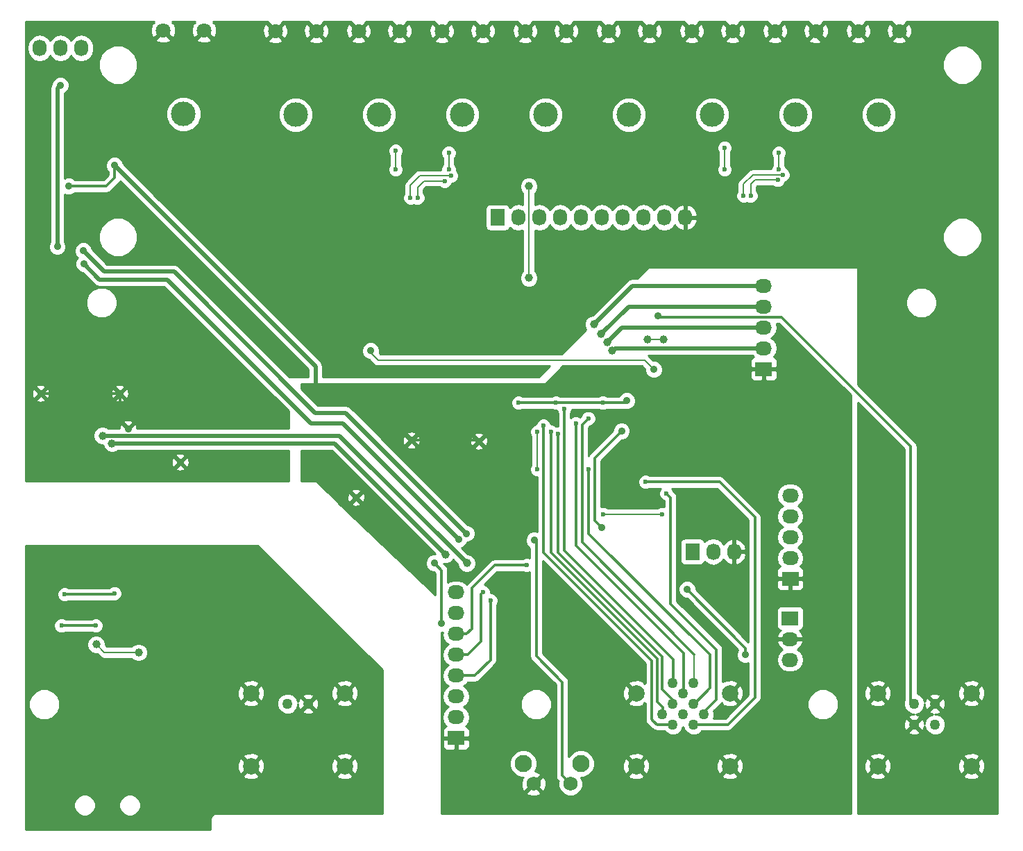
<source format=gbr>
G04 #@! TF.FileFunction,Copper,L2,Bot,Signal*
%FSLAX46Y46*%
G04 Gerber Fmt 4.6, Leading zero omitted, Abs format (unit mm)*
G04 Created by KiCad (PCBNEW 4.0.1-stable) date 23/05/2016 10:25:49*
%MOMM*%
G01*
G04 APERTURE LIST*
%ADD10C,0.100000*%
%ADD11O,1.727200X2.032000*%
%ADD12R,2.032000X1.727200*%
%ADD13O,2.032000X1.727200*%
%ADD14R,1.727200X2.032000*%
%ADD15C,2.100000*%
%ADD16C,1.750000*%
%ADD17C,0.900000*%
%ADD18C,1.800000*%
%ADD19C,3.000000*%
%ADD20C,1.270000*%
%ADD21C,2.000000*%
%ADD22C,0.600000*%
%ADD23C,1.000000*%
%ADD24C,0.300000*%
%ADD25C,0.200000*%
%ADD26C,0.500000*%
%ADD27C,0.254000*%
G04 APERTURE END LIST*
D10*
D11*
X91450000Y-49950000D03*
X93990000Y-49950000D03*
X96530000Y-49950000D03*
D12*
X142240000Y-134112000D03*
D13*
X142240000Y-131572000D03*
X142240000Y-129032000D03*
X142240000Y-126492000D03*
X142240000Y-123952000D03*
X142240000Y-121412000D03*
X142240000Y-118872000D03*
X142240000Y-116332000D03*
D14*
X171069000Y-111379000D03*
D11*
X173609000Y-111379000D03*
X176149000Y-111379000D03*
D12*
X179768500Y-89090500D03*
D13*
X179768500Y-86550500D03*
X179768500Y-84010500D03*
X179768500Y-81470500D03*
X179768500Y-78930500D03*
D12*
X183000000Y-119500000D03*
D13*
X183000000Y-122040000D03*
X183000000Y-124580000D03*
D12*
X183007000Y-114681000D03*
D13*
X183007000Y-112141000D03*
X183007000Y-109601000D03*
X183007000Y-107061000D03*
X183007000Y-104521000D03*
D14*
X147320000Y-70612000D03*
D11*
X149860000Y-70612000D03*
X152400000Y-70612000D03*
X154940000Y-70612000D03*
X157480000Y-70612000D03*
X160020000Y-70612000D03*
X162560000Y-70612000D03*
X165100000Y-70612000D03*
X167640000Y-70612000D03*
X170180000Y-70612000D03*
D15*
X150450000Y-137210000D03*
D16*
X151710000Y-139700000D03*
X156210000Y-139700000D03*
D15*
X157460000Y-137210000D03*
D17*
X130048000Y-104775000D03*
X145034000Y-97917000D03*
X136779000Y-97790000D03*
X108585000Y-100457000D03*
X101219000Y-92075000D03*
X91567000Y-92075000D03*
X102235000Y-96393000D03*
D18*
X160822000Y-47886000D03*
D19*
X163322000Y-58086000D03*
D18*
X165822000Y-47886000D03*
X106500000Y-47800000D03*
D19*
X109000000Y-58000000D03*
D18*
X111500000Y-47800000D03*
X120182000Y-47886000D03*
D19*
X122682000Y-58086000D03*
D18*
X125182000Y-47886000D03*
X130342000Y-47886000D03*
D19*
X132842000Y-58086000D03*
D18*
X135342000Y-47886000D03*
X150662000Y-47886000D03*
D19*
X153162000Y-58086000D03*
D18*
X155662000Y-47886000D03*
X140502000Y-47886000D03*
D19*
X143002000Y-58086000D03*
D18*
X145502000Y-47886000D03*
X181142000Y-47886000D03*
D19*
X183642000Y-58086000D03*
D18*
X186142000Y-47886000D03*
X191302000Y-47886000D03*
D19*
X193802000Y-58086000D03*
D18*
X196302000Y-47886000D03*
X170982000Y-47886000D03*
D19*
X173482000Y-58086000D03*
D18*
X175982000Y-47886000D03*
D20*
X124206000Y-129921000D03*
D21*
X117221000Y-128651000D03*
X117221000Y-137541000D03*
X128651000Y-137541000D03*
X128651000Y-128651000D03*
D20*
X121666000Y-129921000D03*
X169926000Y-131191000D03*
X169926000Y-128651000D03*
X171196000Y-127381000D03*
X171196000Y-129921000D03*
X172466000Y-131191000D03*
X171196000Y-132461000D03*
X167386000Y-131191000D03*
X168656000Y-129921000D03*
X168656000Y-132461000D03*
D21*
X164211000Y-128651000D03*
X164211000Y-137541000D03*
X175641000Y-137541000D03*
X175641000Y-128651000D03*
D20*
X168656000Y-127381000D03*
X200660000Y-132461000D03*
X198120000Y-132461000D03*
X200660000Y-129921000D03*
D21*
X193675000Y-128651000D03*
X193675000Y-137541000D03*
X205105000Y-137541000D03*
X205105000Y-128651000D03*
D20*
X198120000Y-129921000D03*
D17*
X156591000Y-89027000D03*
D22*
X149606000Y-121666000D03*
X154432000Y-122682000D03*
X151257000Y-103115500D03*
D17*
X163830000Y-91694000D03*
X94996000Y-66802000D03*
X100584000Y-64262000D03*
X125095000Y-91567000D03*
X163068000Y-92964000D03*
X139573000Y-112776000D03*
X140462000Y-120142000D03*
X170434000Y-115951000D03*
X177546000Y-123952000D03*
D22*
X160147000Y-93218000D03*
X154432000Y-93218000D03*
X149860000Y-93218000D03*
X94488000Y-116586000D03*
X100584000Y-116459000D03*
X97485200Y-121564400D03*
X99187000Y-119380000D03*
D17*
X93980000Y-54483000D03*
X93599000Y-74168000D03*
X154305000Y-86741000D03*
D22*
X119126000Y-63500000D03*
X144653000Y-68326000D03*
X140716000Y-60452000D03*
X137795000Y-49530000D03*
X188849000Y-51181000D03*
D17*
X120078500Y-93027500D03*
X120078500Y-95567500D03*
D23*
X103505000Y-123672600D03*
X98348800Y-122682000D03*
D22*
X98298000Y-120396000D03*
X94107000Y-120396000D03*
D23*
X151130000Y-66802000D03*
X151130000Y-77978000D03*
X167513000Y-85471000D03*
X165608000Y-85471000D03*
D17*
X131826000Y-86868000D03*
X166370000Y-89154000D03*
D22*
X181610000Y-64770000D03*
X181610000Y-62738000D03*
X175006000Y-64770000D03*
X175006000Y-62103000D03*
X141351000Y-64770000D03*
X141351000Y-62738000D03*
X134874000Y-64770000D03*
X134874000Y-62484000D03*
X146431000Y-117348000D03*
X145542000Y-116332000D03*
X150876000Y-113030000D03*
D23*
X161290000Y-86868000D03*
X160655000Y-85852000D03*
X159956500Y-84836000D03*
X159067500Y-83629500D03*
D22*
X158369000Y-101346000D03*
X152146000Y-96774000D03*
X152146000Y-101346000D03*
X158369000Y-95123000D03*
X156845000Y-95758000D03*
X160147000Y-106807000D03*
X167386000Y-106807000D03*
X167894000Y-104267000D03*
X165354000Y-102870000D03*
X153797000Y-96774000D03*
X154686000Y-97028000D03*
X152908000Y-96012000D03*
X155448000Y-93980000D03*
D17*
X166852600Y-82626200D03*
X96837500Y-76263500D03*
X142557500Y-109855000D03*
X96774000Y-74676000D03*
X143510000Y-109156500D03*
X162433000Y-96647000D03*
X160020000Y-108458000D03*
X151765000Y-109982000D03*
D22*
X178181000Y-67945000D03*
X181483000Y-66040000D03*
X177292000Y-67945000D03*
X182118000Y-65405000D03*
X137541000Y-68199000D03*
X140843000Y-66167000D03*
X136652000Y-68199000D03*
X141605000Y-65532000D03*
D23*
X100266500Y-98171000D03*
X140970000Y-111696500D03*
X99123500Y-97218500D03*
X143573500Y-112776000D03*
D24*
X136779000Y-97790000D02*
X144907000Y-97790000D01*
X144907000Y-97790000D02*
X145034000Y-97917000D01*
D25*
X151257000Y-103115500D02*
X151257000Y-103124000D01*
D24*
X100584000Y-65786000D02*
X100584000Y-64262000D01*
X99568000Y-66802000D02*
X100584000Y-65786000D01*
X94996000Y-66802000D02*
X99568000Y-66802000D01*
D26*
X100584000Y-64262000D02*
X125095000Y-88773000D01*
X125095000Y-88773000D02*
X125095000Y-91567000D01*
D24*
X160147000Y-93218000D02*
X162814000Y-93218000D01*
X162814000Y-93218000D02*
X163068000Y-92964000D01*
X140462000Y-113665000D02*
X139573000Y-112776000D01*
X140462000Y-120142000D02*
X140462000Y-113665000D01*
X170434000Y-115951000D02*
X177546000Y-123190000D01*
X177546000Y-123190000D02*
X177546000Y-123952000D01*
X160147000Y-93218000D02*
X154432000Y-93218000D01*
X154432000Y-93218000D02*
X149860000Y-93218000D01*
X100457000Y-116586000D02*
X94488000Y-116586000D01*
X100584000Y-116459000D02*
X100457000Y-116586000D01*
D26*
X93980000Y-54483000D02*
X93599000Y-54864000D01*
X93599000Y-54864000D02*
X93599000Y-74168000D01*
D24*
X101219000Y-92075000D02*
X101219000Y-95377000D01*
X101219000Y-95377000D02*
X102235000Y-96393000D01*
X91567000Y-92075000D02*
X101219000Y-92075000D01*
X186142000Y-47886000D02*
X186142000Y-48474000D01*
X186142000Y-48474000D02*
X188849000Y-51181000D01*
D26*
X120078500Y-95567500D02*
X120078500Y-93027500D01*
D25*
X99339400Y-123672600D02*
X103505000Y-123672600D01*
X98348800Y-122682000D02*
X99339400Y-123672600D01*
D24*
X98298000Y-120396000D02*
X94107000Y-120396000D01*
D25*
X151130000Y-77978000D02*
X151130000Y-66802000D01*
X165608000Y-85471000D02*
X167513000Y-85471000D01*
X131826000Y-87122000D02*
X131826000Y-86868000D01*
X132715000Y-88011000D02*
X131826000Y-87122000D01*
X165227000Y-88011000D02*
X132715000Y-88011000D01*
X166370000Y-89154000D02*
X165227000Y-88011000D01*
X181610000Y-62738000D02*
X181610000Y-64770000D01*
X175006000Y-62103000D02*
X175006000Y-64770000D01*
X141351000Y-62738000D02*
X141351000Y-64770000D01*
X134874000Y-62484000D02*
X134874000Y-64770000D01*
D24*
X144526000Y-126492000D02*
X142240000Y-126492000D01*
X146431000Y-124587000D02*
X144526000Y-126492000D01*
X146431000Y-117348000D02*
X146431000Y-124587000D01*
X143637000Y-123952000D02*
X142240000Y-123952000D01*
X145288000Y-122301000D02*
X143637000Y-123952000D01*
X145288000Y-116586000D02*
X145288000Y-122301000D01*
X145542000Y-116332000D02*
X145288000Y-116586000D01*
X142240000Y-121412000D02*
X143510000Y-121412000D01*
X146939000Y-113030000D02*
X150876000Y-113030000D01*
X144145000Y-115824000D02*
X146939000Y-113030000D01*
X144145000Y-120777000D02*
X144145000Y-115824000D01*
X143510000Y-121412000D02*
X144145000Y-120777000D01*
D26*
X161607500Y-86550500D02*
X179768500Y-86550500D01*
X161290000Y-86868000D02*
X161607500Y-86550500D01*
X162496500Y-84010500D02*
X179768500Y-84010500D01*
X160655000Y-85852000D02*
X162496500Y-84010500D01*
X163322000Y-81470500D02*
X179768500Y-81470500D01*
X159956500Y-84836000D02*
X163322000Y-81470500D01*
X163766500Y-78930500D02*
X179768500Y-78930500D01*
X159067500Y-83629500D02*
X163766500Y-78930500D01*
D25*
X171270000Y-129825000D02*
X171419000Y-129825000D01*
D24*
X171419000Y-129825000D02*
X173228000Y-128016000D01*
X173228000Y-128016000D02*
X173228000Y-123952000D01*
X173228000Y-123952000D02*
X158369000Y-109220000D01*
X158369000Y-109220000D02*
X158369000Y-101346000D01*
D25*
X152146000Y-101346000D02*
X152146000Y-96774000D01*
X171270000Y-127285000D02*
X171270000Y-123899000D01*
D24*
X157607000Y-95885000D02*
X158369000Y-95123000D01*
X157607000Y-110236000D02*
X157607000Y-95885000D01*
X171270000Y-123899000D02*
X157607000Y-110236000D01*
X170000000Y-128555000D02*
X170000000Y-123772000D01*
X156845000Y-110617000D02*
X156845000Y-95758000D01*
X170000000Y-123772000D02*
X156845000Y-110617000D01*
D25*
X167386000Y-106807000D02*
X160147000Y-106807000D01*
X172540000Y-131095000D02*
X172466000Y-130937000D01*
D24*
X172466000Y-130937000D02*
X173990000Y-129413000D01*
X173990000Y-129413000D02*
X173990000Y-123317000D01*
X173990000Y-123317000D02*
X168402000Y-117729000D01*
X168402000Y-117729000D02*
X168402000Y-104775000D01*
X168402000Y-104775000D02*
X167894000Y-104267000D01*
X171196000Y-132461000D02*
X175387000Y-132461000D01*
X174371000Y-102870000D02*
X165354000Y-102870000D01*
X178689000Y-107188000D02*
X174371000Y-102870000D01*
X178689000Y-129159000D02*
X178689000Y-107188000D01*
X175387000Y-132461000D02*
X178689000Y-129159000D01*
X166751000Y-129667000D02*
X166751000Y-124460000D01*
X167460000Y-130376000D02*
X166751000Y-129667000D01*
X167460000Y-131095000D02*
X167460000Y-130376000D01*
X153797000Y-111506000D02*
X153797000Y-101600000D01*
X166751000Y-124460000D02*
X153797000Y-111506000D01*
X153797000Y-96774000D02*
X153797000Y-101600000D01*
D25*
X153797000Y-101600000D02*
X153797000Y-102108000D01*
D24*
X167386000Y-128143000D02*
X167386000Y-124206000D01*
X168656000Y-129413000D02*
X167386000Y-128143000D01*
D25*
X154686000Y-97028000D02*
X154686000Y-97028000D01*
D24*
X154686000Y-111506000D02*
X154686000Y-97028000D01*
X167386000Y-124206000D02*
X154686000Y-111506000D01*
D25*
X168656000Y-129794000D02*
X168656000Y-129413000D01*
D24*
X166306500Y-132016500D02*
X166116000Y-131826000D01*
X152908000Y-97282000D02*
X152908000Y-96012000D01*
X152908000Y-111506000D02*
X152908000Y-97282000D01*
X166116000Y-124714000D02*
X152908000Y-111506000D01*
X166116000Y-131826000D02*
X166116000Y-124714000D01*
X166751000Y-132461000D02*
X168529000Y-132461000D01*
D25*
X166243000Y-131953000D02*
X166306500Y-132016500D01*
D24*
X166306500Y-132016500D02*
X166751000Y-132461000D01*
X168730000Y-127285000D02*
X168730000Y-124534000D01*
X155448000Y-111252000D02*
X155448000Y-93980000D01*
X168730000Y-124534000D02*
X155448000Y-111252000D01*
X166979600Y-82753200D02*
X181965600Y-82753200D01*
X197730000Y-98543000D02*
X197730000Y-129825000D01*
X181965600Y-82753200D02*
X197730000Y-98543000D01*
X166979600Y-82753200D02*
X166852600Y-82626200D01*
D25*
X166852600Y-82626200D02*
X166979600Y-82753200D01*
D26*
X98742500Y-78168500D02*
X96837500Y-76263500D01*
X106997500Y-78168500D02*
X98742500Y-78168500D01*
X124523500Y-95694500D02*
X106997500Y-78168500D01*
X128397000Y-95694500D02*
X124523500Y-95694500D01*
X142557500Y-109855000D02*
X128397000Y-95694500D01*
X99314000Y-77216000D02*
X96774000Y-74676000D01*
X107823000Y-77216000D02*
X99314000Y-77216000D01*
X125031500Y-94424500D02*
X107823000Y-77216000D01*
X128778000Y-94424500D02*
X125031500Y-94424500D01*
X143510000Y-109156500D02*
X128778000Y-94424500D01*
D24*
X156210000Y-139700000D02*
X155194000Y-138684000D01*
X152019000Y-124104400D02*
X152019000Y-118491000D01*
X155194000Y-127279400D02*
X152019000Y-124104400D01*
X155194000Y-138684000D02*
X155194000Y-127279400D01*
X162433000Y-96647000D02*
X159131000Y-99949000D01*
X159131000Y-99949000D02*
X159131000Y-107569000D01*
X159131000Y-107569000D02*
X160020000Y-108458000D01*
X151765000Y-109982000D02*
X152019000Y-110236000D01*
X152019000Y-110236000D02*
X152019000Y-118491000D01*
D25*
X178181000Y-66548000D02*
X178181000Y-67945000D01*
X178689000Y-66040000D02*
X178181000Y-66548000D01*
X181483000Y-66040000D02*
X178689000Y-66040000D01*
X177292000Y-66548000D02*
X177292000Y-67945000D01*
X178435000Y-65405000D02*
X177292000Y-66548000D01*
X182118000Y-65405000D02*
X178435000Y-65405000D01*
X137541000Y-66929000D02*
X137541000Y-68199000D01*
X138303000Y-66167000D02*
X137541000Y-66929000D01*
X140843000Y-66167000D02*
X138303000Y-66167000D01*
X136652000Y-66675000D02*
X136652000Y-68199000D01*
X137795000Y-65532000D02*
X136652000Y-66675000D01*
X141605000Y-65532000D02*
X137795000Y-65532000D01*
D26*
X127444500Y-98171000D02*
X100266500Y-98171000D01*
X140970000Y-111696500D02*
X127444500Y-98171000D01*
X128016000Y-97218500D02*
X99123500Y-97218500D01*
X143573500Y-112776000D02*
X128016000Y-97218500D01*
D27*
G36*
X133223000Y-125782606D02*
X133223000Y-143290000D01*
X113000000Y-143290000D01*
X112728295Y-143344046D01*
X112497954Y-143497954D01*
X112344046Y-143728295D01*
X112290000Y-144000000D01*
X112290000Y-145290000D01*
X89710000Y-145290000D01*
X89710000Y-142573983D01*
X95609769Y-142573983D01*
X95812582Y-143064829D01*
X96187796Y-143440698D01*
X96678287Y-143644368D01*
X97209383Y-143644831D01*
X97700229Y-143442018D01*
X98076098Y-143066804D01*
X98279768Y-142576313D01*
X98279770Y-142573983D01*
X101109769Y-142573983D01*
X101312582Y-143064829D01*
X101687796Y-143440698D01*
X102178287Y-143644368D01*
X102709383Y-143644831D01*
X103200229Y-143442018D01*
X103576098Y-143066804D01*
X103779768Y-142576313D01*
X103780231Y-142045217D01*
X103577418Y-141554371D01*
X103202204Y-141178502D01*
X102711713Y-140974832D01*
X102180617Y-140974369D01*
X101689771Y-141177182D01*
X101313902Y-141552396D01*
X101110232Y-142042887D01*
X101109769Y-142573983D01*
X98279770Y-142573983D01*
X98280231Y-142045217D01*
X98077418Y-141554371D01*
X97702204Y-141178502D01*
X97211713Y-140974832D01*
X96680617Y-140974369D01*
X96189771Y-141177182D01*
X95813902Y-141552396D01*
X95610232Y-142042887D01*
X95609769Y-142573983D01*
X89710000Y-142573983D01*
X89710000Y-138693532D01*
X116248073Y-138693532D01*
X116346736Y-138960387D01*
X116956461Y-139186908D01*
X117606460Y-139162856D01*
X118095264Y-138960387D01*
X118193927Y-138693532D01*
X127678073Y-138693532D01*
X127776736Y-138960387D01*
X128386461Y-139186908D01*
X129036460Y-139162856D01*
X129525264Y-138960387D01*
X129623927Y-138693532D01*
X128651000Y-137720605D01*
X127678073Y-138693532D01*
X118193927Y-138693532D01*
X117221000Y-137720605D01*
X116248073Y-138693532D01*
X89710000Y-138693532D01*
X89710000Y-137276461D01*
X115575092Y-137276461D01*
X115599144Y-137926460D01*
X115801613Y-138415264D01*
X116068468Y-138513927D01*
X117041395Y-137541000D01*
X117400605Y-137541000D01*
X118373532Y-138513927D01*
X118640387Y-138415264D01*
X118866908Y-137805539D01*
X118847331Y-137276461D01*
X127005092Y-137276461D01*
X127029144Y-137926460D01*
X127231613Y-138415264D01*
X127498468Y-138513927D01*
X128471395Y-137541000D01*
X128830605Y-137541000D01*
X129803532Y-138513927D01*
X130070387Y-138415264D01*
X130296908Y-137805539D01*
X130272856Y-137155540D01*
X130070387Y-136666736D01*
X129803532Y-136568073D01*
X128830605Y-137541000D01*
X128471395Y-137541000D01*
X127498468Y-136568073D01*
X127231613Y-136666736D01*
X127005092Y-137276461D01*
X118847331Y-137276461D01*
X118842856Y-137155540D01*
X118640387Y-136666736D01*
X118373532Y-136568073D01*
X117400605Y-137541000D01*
X117041395Y-137541000D01*
X116068468Y-136568073D01*
X115801613Y-136666736D01*
X115575092Y-137276461D01*
X89710000Y-137276461D01*
X89710000Y-136388468D01*
X116248073Y-136388468D01*
X117221000Y-137361395D01*
X118193927Y-136388468D01*
X127678073Y-136388468D01*
X128651000Y-137361395D01*
X129623927Y-136388468D01*
X129525264Y-136121613D01*
X128915539Y-135895092D01*
X128265540Y-135919144D01*
X127776736Y-136121613D01*
X127678073Y-136388468D01*
X118193927Y-136388468D01*
X118095264Y-136121613D01*
X117485539Y-135895092D01*
X116835540Y-135919144D01*
X116346736Y-136121613D01*
X116248073Y-136388468D01*
X89710000Y-136388468D01*
X89710000Y-130373305D01*
X90114674Y-130373305D01*
X90401043Y-131066372D01*
X90930839Y-131597093D01*
X91623405Y-131884672D01*
X92373305Y-131885326D01*
X93066372Y-131598957D01*
X93597093Y-131069161D01*
X93884672Y-130376595D01*
X93885171Y-129803532D01*
X116248073Y-129803532D01*
X116346736Y-130070387D01*
X116956461Y-130296908D01*
X117606460Y-130272856D01*
X117848716Y-130172510D01*
X120395780Y-130172510D01*
X120588718Y-130639458D01*
X120945663Y-130997026D01*
X121412273Y-131190779D01*
X121917510Y-131191220D01*
X122384458Y-130998282D01*
X122573937Y-130809133D01*
X123497472Y-130809133D01*
X123551303Y-131038179D01*
X124028664Y-131203681D01*
X124533023Y-131173906D01*
X124860697Y-131038179D01*
X124914528Y-130809133D01*
X124206000Y-130100605D01*
X123497472Y-130809133D01*
X122573937Y-130809133D01*
X122742026Y-130641337D01*
X122935779Y-130174727D01*
X122935968Y-129957929D01*
X122953094Y-130248023D01*
X123088821Y-130575697D01*
X123317867Y-130629528D01*
X124026395Y-129921000D01*
X124385605Y-129921000D01*
X125094133Y-130629528D01*
X125323179Y-130575697D01*
X125488681Y-130098336D01*
X125471278Y-129803532D01*
X127678073Y-129803532D01*
X127776736Y-130070387D01*
X128386461Y-130296908D01*
X129036460Y-130272856D01*
X129525264Y-130070387D01*
X129623927Y-129803532D01*
X128651000Y-128830605D01*
X127678073Y-129803532D01*
X125471278Y-129803532D01*
X125458906Y-129593977D01*
X125323179Y-129266303D01*
X125094133Y-129212472D01*
X124385605Y-129921000D01*
X124026395Y-129921000D01*
X123317867Y-129212472D01*
X123088821Y-129266303D01*
X122936188Y-129706547D01*
X122936220Y-129669490D01*
X122743282Y-129202542D01*
X122573903Y-129032867D01*
X123497472Y-129032867D01*
X124206000Y-129741395D01*
X124914528Y-129032867D01*
X124860697Y-128803821D01*
X124383336Y-128638319D01*
X123878977Y-128668094D01*
X123551303Y-128803821D01*
X123497472Y-129032867D01*
X122573903Y-129032867D01*
X122386337Y-128844974D01*
X121919727Y-128651221D01*
X121414490Y-128650780D01*
X120947542Y-128843718D01*
X120589974Y-129200663D01*
X120396221Y-129667273D01*
X120395780Y-130172510D01*
X117848716Y-130172510D01*
X118095264Y-130070387D01*
X118193927Y-129803532D01*
X117221000Y-128830605D01*
X116248073Y-129803532D01*
X93885171Y-129803532D01*
X93885326Y-129626695D01*
X93598957Y-128933628D01*
X93069161Y-128402907D01*
X93029555Y-128386461D01*
X115575092Y-128386461D01*
X115599144Y-129036460D01*
X115801613Y-129525264D01*
X116068468Y-129623927D01*
X117041395Y-128651000D01*
X117400605Y-128651000D01*
X118373532Y-129623927D01*
X118640387Y-129525264D01*
X118866908Y-128915539D01*
X118847331Y-128386461D01*
X127005092Y-128386461D01*
X127029144Y-129036460D01*
X127231613Y-129525264D01*
X127498468Y-129623927D01*
X128471395Y-128651000D01*
X128830605Y-128651000D01*
X129803532Y-129623927D01*
X130070387Y-129525264D01*
X130296908Y-128915539D01*
X130272856Y-128265540D01*
X130070387Y-127776736D01*
X129803532Y-127678073D01*
X128830605Y-128651000D01*
X128471395Y-128651000D01*
X127498468Y-127678073D01*
X127231613Y-127776736D01*
X127005092Y-128386461D01*
X118847331Y-128386461D01*
X118842856Y-128265540D01*
X118640387Y-127776736D01*
X118373532Y-127678073D01*
X117400605Y-128651000D01*
X117041395Y-128651000D01*
X116068468Y-127678073D01*
X115801613Y-127776736D01*
X115575092Y-128386461D01*
X93029555Y-128386461D01*
X92376595Y-128115328D01*
X91626695Y-128114674D01*
X90933628Y-128401043D01*
X90402907Y-128930839D01*
X90115328Y-129623405D01*
X90114674Y-130373305D01*
X89710000Y-130373305D01*
X89710000Y-127498468D01*
X116248073Y-127498468D01*
X117221000Y-128471395D01*
X118193927Y-127498468D01*
X127678073Y-127498468D01*
X128651000Y-128471395D01*
X129623927Y-127498468D01*
X129525264Y-127231613D01*
X128915539Y-127005092D01*
X128265540Y-127029144D01*
X127776736Y-127231613D01*
X127678073Y-127498468D01*
X118193927Y-127498468D01*
X118095264Y-127231613D01*
X117485539Y-127005092D01*
X116835540Y-127029144D01*
X116346736Y-127231613D01*
X116248073Y-127498468D01*
X89710000Y-127498468D01*
X89710000Y-122906775D01*
X97213603Y-122906775D01*
X97386033Y-123324086D01*
X97705035Y-123643645D01*
X98122044Y-123816803D01*
X98444438Y-123817084D01*
X98819677Y-124192324D01*
X99058128Y-124351651D01*
X99339400Y-124407600D01*
X102634985Y-124407600D01*
X102861235Y-124634245D01*
X103278244Y-124807403D01*
X103729775Y-124807797D01*
X104147086Y-124635367D01*
X104466645Y-124316365D01*
X104639803Y-123899356D01*
X104640197Y-123447825D01*
X104467767Y-123030514D01*
X104148765Y-122710955D01*
X103731756Y-122537797D01*
X103280225Y-122537403D01*
X102862914Y-122709833D01*
X102634749Y-122937600D01*
X99643847Y-122937600D01*
X99483718Y-122777471D01*
X99483997Y-122457225D01*
X99311567Y-122039914D01*
X98992565Y-121720355D01*
X98575556Y-121547197D01*
X98124025Y-121546803D01*
X97706714Y-121719233D01*
X97387155Y-122038235D01*
X97213997Y-122455244D01*
X97213603Y-122906775D01*
X89710000Y-122906775D01*
X89710000Y-120581167D01*
X93171838Y-120581167D01*
X93313883Y-120924943D01*
X93576673Y-121188192D01*
X93920201Y-121330838D01*
X94292167Y-121331162D01*
X94635943Y-121189117D01*
X94644074Y-121181000D01*
X97760494Y-121181000D01*
X97767673Y-121188192D01*
X98111201Y-121330838D01*
X98483167Y-121331162D01*
X98826943Y-121189117D01*
X99090192Y-120926327D01*
X99232838Y-120582799D01*
X99233162Y-120210833D01*
X99091117Y-119867057D01*
X98828327Y-119603808D01*
X98484799Y-119461162D01*
X98112833Y-119460838D01*
X97769057Y-119602883D01*
X97760926Y-119611000D01*
X94644506Y-119611000D01*
X94637327Y-119603808D01*
X94293799Y-119461162D01*
X93921833Y-119460838D01*
X93578057Y-119602883D01*
X93314808Y-119865673D01*
X93172162Y-120209201D01*
X93171838Y-120581167D01*
X89710000Y-120581167D01*
X89710000Y-116771167D01*
X93552838Y-116771167D01*
X93694883Y-117114943D01*
X93957673Y-117378192D01*
X94301201Y-117520838D01*
X94673167Y-117521162D01*
X95016943Y-117379117D01*
X95025074Y-117371000D01*
X100342201Y-117371000D01*
X100397201Y-117393838D01*
X100769167Y-117394162D01*
X101112943Y-117252117D01*
X101376192Y-116989327D01*
X101518838Y-116645799D01*
X101519162Y-116273833D01*
X101377117Y-115930057D01*
X101114327Y-115666808D01*
X100770799Y-115524162D01*
X100398833Y-115523838D01*
X100055057Y-115665883D01*
X99919704Y-115801000D01*
X95025506Y-115801000D01*
X95018327Y-115793808D01*
X94674799Y-115651162D01*
X94302833Y-115650838D01*
X93959057Y-115792883D01*
X93695808Y-116055673D01*
X93553162Y-116399201D01*
X93552838Y-116771167D01*
X89710000Y-116771167D01*
X89710000Y-110617000D01*
X118057394Y-110617000D01*
X133223000Y-125782606D01*
X133223000Y-125782606D01*
G37*
X133223000Y-125782606D02*
X133223000Y-143290000D01*
X113000000Y-143290000D01*
X112728295Y-143344046D01*
X112497954Y-143497954D01*
X112344046Y-143728295D01*
X112290000Y-144000000D01*
X112290000Y-145290000D01*
X89710000Y-145290000D01*
X89710000Y-142573983D01*
X95609769Y-142573983D01*
X95812582Y-143064829D01*
X96187796Y-143440698D01*
X96678287Y-143644368D01*
X97209383Y-143644831D01*
X97700229Y-143442018D01*
X98076098Y-143066804D01*
X98279768Y-142576313D01*
X98279770Y-142573983D01*
X101109769Y-142573983D01*
X101312582Y-143064829D01*
X101687796Y-143440698D01*
X102178287Y-143644368D01*
X102709383Y-143644831D01*
X103200229Y-143442018D01*
X103576098Y-143066804D01*
X103779768Y-142576313D01*
X103780231Y-142045217D01*
X103577418Y-141554371D01*
X103202204Y-141178502D01*
X102711713Y-140974832D01*
X102180617Y-140974369D01*
X101689771Y-141177182D01*
X101313902Y-141552396D01*
X101110232Y-142042887D01*
X101109769Y-142573983D01*
X98279770Y-142573983D01*
X98280231Y-142045217D01*
X98077418Y-141554371D01*
X97702204Y-141178502D01*
X97211713Y-140974832D01*
X96680617Y-140974369D01*
X96189771Y-141177182D01*
X95813902Y-141552396D01*
X95610232Y-142042887D01*
X95609769Y-142573983D01*
X89710000Y-142573983D01*
X89710000Y-138693532D01*
X116248073Y-138693532D01*
X116346736Y-138960387D01*
X116956461Y-139186908D01*
X117606460Y-139162856D01*
X118095264Y-138960387D01*
X118193927Y-138693532D01*
X127678073Y-138693532D01*
X127776736Y-138960387D01*
X128386461Y-139186908D01*
X129036460Y-139162856D01*
X129525264Y-138960387D01*
X129623927Y-138693532D01*
X128651000Y-137720605D01*
X127678073Y-138693532D01*
X118193927Y-138693532D01*
X117221000Y-137720605D01*
X116248073Y-138693532D01*
X89710000Y-138693532D01*
X89710000Y-137276461D01*
X115575092Y-137276461D01*
X115599144Y-137926460D01*
X115801613Y-138415264D01*
X116068468Y-138513927D01*
X117041395Y-137541000D01*
X117400605Y-137541000D01*
X118373532Y-138513927D01*
X118640387Y-138415264D01*
X118866908Y-137805539D01*
X118847331Y-137276461D01*
X127005092Y-137276461D01*
X127029144Y-137926460D01*
X127231613Y-138415264D01*
X127498468Y-138513927D01*
X128471395Y-137541000D01*
X128830605Y-137541000D01*
X129803532Y-138513927D01*
X130070387Y-138415264D01*
X130296908Y-137805539D01*
X130272856Y-137155540D01*
X130070387Y-136666736D01*
X129803532Y-136568073D01*
X128830605Y-137541000D01*
X128471395Y-137541000D01*
X127498468Y-136568073D01*
X127231613Y-136666736D01*
X127005092Y-137276461D01*
X118847331Y-137276461D01*
X118842856Y-137155540D01*
X118640387Y-136666736D01*
X118373532Y-136568073D01*
X117400605Y-137541000D01*
X117041395Y-137541000D01*
X116068468Y-136568073D01*
X115801613Y-136666736D01*
X115575092Y-137276461D01*
X89710000Y-137276461D01*
X89710000Y-136388468D01*
X116248073Y-136388468D01*
X117221000Y-137361395D01*
X118193927Y-136388468D01*
X127678073Y-136388468D01*
X128651000Y-137361395D01*
X129623927Y-136388468D01*
X129525264Y-136121613D01*
X128915539Y-135895092D01*
X128265540Y-135919144D01*
X127776736Y-136121613D01*
X127678073Y-136388468D01*
X118193927Y-136388468D01*
X118095264Y-136121613D01*
X117485539Y-135895092D01*
X116835540Y-135919144D01*
X116346736Y-136121613D01*
X116248073Y-136388468D01*
X89710000Y-136388468D01*
X89710000Y-130373305D01*
X90114674Y-130373305D01*
X90401043Y-131066372D01*
X90930839Y-131597093D01*
X91623405Y-131884672D01*
X92373305Y-131885326D01*
X93066372Y-131598957D01*
X93597093Y-131069161D01*
X93884672Y-130376595D01*
X93885171Y-129803532D01*
X116248073Y-129803532D01*
X116346736Y-130070387D01*
X116956461Y-130296908D01*
X117606460Y-130272856D01*
X117848716Y-130172510D01*
X120395780Y-130172510D01*
X120588718Y-130639458D01*
X120945663Y-130997026D01*
X121412273Y-131190779D01*
X121917510Y-131191220D01*
X122384458Y-130998282D01*
X122573937Y-130809133D01*
X123497472Y-130809133D01*
X123551303Y-131038179D01*
X124028664Y-131203681D01*
X124533023Y-131173906D01*
X124860697Y-131038179D01*
X124914528Y-130809133D01*
X124206000Y-130100605D01*
X123497472Y-130809133D01*
X122573937Y-130809133D01*
X122742026Y-130641337D01*
X122935779Y-130174727D01*
X122935968Y-129957929D01*
X122953094Y-130248023D01*
X123088821Y-130575697D01*
X123317867Y-130629528D01*
X124026395Y-129921000D01*
X124385605Y-129921000D01*
X125094133Y-130629528D01*
X125323179Y-130575697D01*
X125488681Y-130098336D01*
X125471278Y-129803532D01*
X127678073Y-129803532D01*
X127776736Y-130070387D01*
X128386461Y-130296908D01*
X129036460Y-130272856D01*
X129525264Y-130070387D01*
X129623927Y-129803532D01*
X128651000Y-128830605D01*
X127678073Y-129803532D01*
X125471278Y-129803532D01*
X125458906Y-129593977D01*
X125323179Y-129266303D01*
X125094133Y-129212472D01*
X124385605Y-129921000D01*
X124026395Y-129921000D01*
X123317867Y-129212472D01*
X123088821Y-129266303D01*
X122936188Y-129706547D01*
X122936220Y-129669490D01*
X122743282Y-129202542D01*
X122573903Y-129032867D01*
X123497472Y-129032867D01*
X124206000Y-129741395D01*
X124914528Y-129032867D01*
X124860697Y-128803821D01*
X124383336Y-128638319D01*
X123878977Y-128668094D01*
X123551303Y-128803821D01*
X123497472Y-129032867D01*
X122573903Y-129032867D01*
X122386337Y-128844974D01*
X121919727Y-128651221D01*
X121414490Y-128650780D01*
X120947542Y-128843718D01*
X120589974Y-129200663D01*
X120396221Y-129667273D01*
X120395780Y-130172510D01*
X117848716Y-130172510D01*
X118095264Y-130070387D01*
X118193927Y-129803532D01*
X117221000Y-128830605D01*
X116248073Y-129803532D01*
X93885171Y-129803532D01*
X93885326Y-129626695D01*
X93598957Y-128933628D01*
X93069161Y-128402907D01*
X93029555Y-128386461D01*
X115575092Y-128386461D01*
X115599144Y-129036460D01*
X115801613Y-129525264D01*
X116068468Y-129623927D01*
X117041395Y-128651000D01*
X117400605Y-128651000D01*
X118373532Y-129623927D01*
X118640387Y-129525264D01*
X118866908Y-128915539D01*
X118847331Y-128386461D01*
X127005092Y-128386461D01*
X127029144Y-129036460D01*
X127231613Y-129525264D01*
X127498468Y-129623927D01*
X128471395Y-128651000D01*
X128830605Y-128651000D01*
X129803532Y-129623927D01*
X130070387Y-129525264D01*
X130296908Y-128915539D01*
X130272856Y-128265540D01*
X130070387Y-127776736D01*
X129803532Y-127678073D01*
X128830605Y-128651000D01*
X128471395Y-128651000D01*
X127498468Y-127678073D01*
X127231613Y-127776736D01*
X127005092Y-128386461D01*
X118847331Y-128386461D01*
X118842856Y-128265540D01*
X118640387Y-127776736D01*
X118373532Y-127678073D01*
X117400605Y-128651000D01*
X117041395Y-128651000D01*
X116068468Y-127678073D01*
X115801613Y-127776736D01*
X115575092Y-128386461D01*
X93029555Y-128386461D01*
X92376595Y-128115328D01*
X91626695Y-128114674D01*
X90933628Y-128401043D01*
X90402907Y-128930839D01*
X90115328Y-129623405D01*
X90114674Y-130373305D01*
X89710000Y-130373305D01*
X89710000Y-127498468D01*
X116248073Y-127498468D01*
X117221000Y-128471395D01*
X118193927Y-127498468D01*
X127678073Y-127498468D01*
X128651000Y-128471395D01*
X129623927Y-127498468D01*
X129525264Y-127231613D01*
X128915539Y-127005092D01*
X128265540Y-127029144D01*
X127776736Y-127231613D01*
X127678073Y-127498468D01*
X118193927Y-127498468D01*
X118095264Y-127231613D01*
X117485539Y-127005092D01*
X116835540Y-127029144D01*
X116346736Y-127231613D01*
X116248073Y-127498468D01*
X89710000Y-127498468D01*
X89710000Y-122906775D01*
X97213603Y-122906775D01*
X97386033Y-123324086D01*
X97705035Y-123643645D01*
X98122044Y-123816803D01*
X98444438Y-123817084D01*
X98819677Y-124192324D01*
X99058128Y-124351651D01*
X99339400Y-124407600D01*
X102634985Y-124407600D01*
X102861235Y-124634245D01*
X103278244Y-124807403D01*
X103729775Y-124807797D01*
X104147086Y-124635367D01*
X104466645Y-124316365D01*
X104639803Y-123899356D01*
X104640197Y-123447825D01*
X104467767Y-123030514D01*
X104148765Y-122710955D01*
X103731756Y-122537797D01*
X103280225Y-122537403D01*
X102862914Y-122709833D01*
X102634749Y-122937600D01*
X99643847Y-122937600D01*
X99483718Y-122777471D01*
X99483997Y-122457225D01*
X99311567Y-122039914D01*
X98992565Y-121720355D01*
X98575556Y-121547197D01*
X98124025Y-121546803D01*
X97706714Y-121719233D01*
X97387155Y-122038235D01*
X97213997Y-122455244D01*
X97213603Y-122906775D01*
X89710000Y-122906775D01*
X89710000Y-120581167D01*
X93171838Y-120581167D01*
X93313883Y-120924943D01*
X93576673Y-121188192D01*
X93920201Y-121330838D01*
X94292167Y-121331162D01*
X94635943Y-121189117D01*
X94644074Y-121181000D01*
X97760494Y-121181000D01*
X97767673Y-121188192D01*
X98111201Y-121330838D01*
X98483167Y-121331162D01*
X98826943Y-121189117D01*
X99090192Y-120926327D01*
X99232838Y-120582799D01*
X99233162Y-120210833D01*
X99091117Y-119867057D01*
X98828327Y-119603808D01*
X98484799Y-119461162D01*
X98112833Y-119460838D01*
X97769057Y-119602883D01*
X97760926Y-119611000D01*
X94644506Y-119611000D01*
X94637327Y-119603808D01*
X94293799Y-119461162D01*
X93921833Y-119460838D01*
X93578057Y-119602883D01*
X93314808Y-119865673D01*
X93172162Y-120209201D01*
X93171838Y-120581167D01*
X89710000Y-120581167D01*
X89710000Y-116771167D01*
X93552838Y-116771167D01*
X93694883Y-117114943D01*
X93957673Y-117378192D01*
X94301201Y-117520838D01*
X94673167Y-117521162D01*
X95016943Y-117379117D01*
X95025074Y-117371000D01*
X100342201Y-117371000D01*
X100397201Y-117393838D01*
X100769167Y-117394162D01*
X101112943Y-117252117D01*
X101376192Y-116989327D01*
X101518838Y-116645799D01*
X101519162Y-116273833D01*
X101377117Y-115930057D01*
X101114327Y-115666808D01*
X100770799Y-115524162D01*
X100398833Y-115523838D01*
X100055057Y-115665883D01*
X99919704Y-115801000D01*
X95025506Y-115801000D01*
X95018327Y-115793808D01*
X94674799Y-115651162D01*
X94302833Y-115650838D01*
X93959057Y-115792883D01*
X93695808Y-116055673D01*
X93553162Y-116399201D01*
X93552838Y-116771167D01*
X89710000Y-116771167D01*
X89710000Y-110617000D01*
X118057394Y-110617000D01*
X133223000Y-125782606D01*
G36*
X105305282Y-46784890D02*
X105419839Y-46899447D01*
X105163357Y-46985852D01*
X104953542Y-47559336D01*
X104979161Y-48169460D01*
X105163357Y-48614148D01*
X105419841Y-48700554D01*
X106320395Y-47800000D01*
X106306253Y-47785858D01*
X106485858Y-47606253D01*
X106500000Y-47620395D01*
X106514143Y-47606253D01*
X106693748Y-47785858D01*
X106679605Y-47800000D01*
X107580159Y-48700554D01*
X107836643Y-48614148D01*
X108046458Y-48040664D01*
X108020839Y-47430540D01*
X107836643Y-46985852D01*
X107580161Y-46899447D01*
X107694718Y-46784890D01*
X107619828Y-46710000D01*
X110380172Y-46710000D01*
X110305282Y-46784890D01*
X110419839Y-46899447D01*
X110163357Y-46985852D01*
X109953542Y-47559336D01*
X109979161Y-48169460D01*
X110163357Y-48614148D01*
X110419841Y-48700554D01*
X111320395Y-47800000D01*
X111306253Y-47785858D01*
X111485858Y-47606253D01*
X111500000Y-47620395D01*
X111514143Y-47606253D01*
X111693748Y-47785858D01*
X111679605Y-47800000D01*
X112580159Y-48700554D01*
X112836643Y-48614148D01*
X113046458Y-48040664D01*
X113029859Y-47645336D01*
X118635542Y-47645336D01*
X118661161Y-48255460D01*
X118845357Y-48700148D01*
X119101841Y-48786554D01*
X120002395Y-47886000D01*
X120361605Y-47886000D01*
X121262159Y-48786554D01*
X121518643Y-48700148D01*
X121728458Y-48126664D01*
X121708248Y-47645336D01*
X123635542Y-47645336D01*
X123661161Y-48255460D01*
X123845357Y-48700148D01*
X124101841Y-48786554D01*
X125002395Y-47886000D01*
X125361605Y-47886000D01*
X126262159Y-48786554D01*
X126518643Y-48700148D01*
X126728458Y-48126664D01*
X126708248Y-47645336D01*
X128795542Y-47645336D01*
X128821161Y-48255460D01*
X129005357Y-48700148D01*
X129261841Y-48786554D01*
X130162395Y-47886000D01*
X130521605Y-47886000D01*
X131422159Y-48786554D01*
X131678643Y-48700148D01*
X131888458Y-48126664D01*
X131868248Y-47645336D01*
X133795542Y-47645336D01*
X133821161Y-48255460D01*
X134005357Y-48700148D01*
X134261841Y-48786554D01*
X135162395Y-47886000D01*
X135521605Y-47886000D01*
X136422159Y-48786554D01*
X136678643Y-48700148D01*
X136888458Y-48126664D01*
X136868248Y-47645336D01*
X138955542Y-47645336D01*
X138981161Y-48255460D01*
X139165357Y-48700148D01*
X139421841Y-48786554D01*
X140322395Y-47886000D01*
X140681605Y-47886000D01*
X141582159Y-48786554D01*
X141838643Y-48700148D01*
X142048458Y-48126664D01*
X142028248Y-47645336D01*
X143955542Y-47645336D01*
X143981161Y-48255460D01*
X144165357Y-48700148D01*
X144421841Y-48786554D01*
X145322395Y-47886000D01*
X145681605Y-47886000D01*
X146582159Y-48786554D01*
X146838643Y-48700148D01*
X147048458Y-48126664D01*
X147028248Y-47645336D01*
X149115542Y-47645336D01*
X149141161Y-48255460D01*
X149325357Y-48700148D01*
X149581841Y-48786554D01*
X150482395Y-47886000D01*
X150841605Y-47886000D01*
X151742159Y-48786554D01*
X151998643Y-48700148D01*
X152208458Y-48126664D01*
X152188248Y-47645336D01*
X154115542Y-47645336D01*
X154141161Y-48255460D01*
X154325357Y-48700148D01*
X154581841Y-48786554D01*
X155482395Y-47886000D01*
X155841605Y-47886000D01*
X156742159Y-48786554D01*
X156998643Y-48700148D01*
X157208458Y-48126664D01*
X157188248Y-47645336D01*
X159275542Y-47645336D01*
X159301161Y-48255460D01*
X159485357Y-48700148D01*
X159741841Y-48786554D01*
X160642395Y-47886000D01*
X161001605Y-47886000D01*
X161902159Y-48786554D01*
X162158643Y-48700148D01*
X162368458Y-48126664D01*
X162348248Y-47645336D01*
X164275542Y-47645336D01*
X164301161Y-48255460D01*
X164485357Y-48700148D01*
X164741841Y-48786554D01*
X165642395Y-47886000D01*
X166001605Y-47886000D01*
X166902159Y-48786554D01*
X167158643Y-48700148D01*
X167368458Y-48126664D01*
X167348248Y-47645336D01*
X169435542Y-47645336D01*
X169461161Y-48255460D01*
X169645357Y-48700148D01*
X169901841Y-48786554D01*
X170802395Y-47886000D01*
X171161605Y-47886000D01*
X172062159Y-48786554D01*
X172318643Y-48700148D01*
X172528458Y-48126664D01*
X172508248Y-47645336D01*
X174435542Y-47645336D01*
X174461161Y-48255460D01*
X174645357Y-48700148D01*
X174901841Y-48786554D01*
X175802395Y-47886000D01*
X176161605Y-47886000D01*
X177062159Y-48786554D01*
X177318643Y-48700148D01*
X177528458Y-48126664D01*
X177508248Y-47645336D01*
X179595542Y-47645336D01*
X179621161Y-48255460D01*
X179805357Y-48700148D01*
X180061841Y-48786554D01*
X180962395Y-47886000D01*
X181321605Y-47886000D01*
X182222159Y-48786554D01*
X182478643Y-48700148D01*
X182688458Y-48126664D01*
X182668248Y-47645336D01*
X184595542Y-47645336D01*
X184621161Y-48255460D01*
X184805357Y-48700148D01*
X185061841Y-48786554D01*
X185962395Y-47886000D01*
X186321605Y-47886000D01*
X187222159Y-48786554D01*
X187478643Y-48700148D01*
X187688458Y-48126664D01*
X187668248Y-47645336D01*
X189755542Y-47645336D01*
X189781161Y-48255460D01*
X189965357Y-48700148D01*
X190221841Y-48786554D01*
X191122395Y-47886000D01*
X191481605Y-47886000D01*
X192382159Y-48786554D01*
X192638643Y-48700148D01*
X192848458Y-48126664D01*
X192828248Y-47645336D01*
X194755542Y-47645336D01*
X194781161Y-48255460D01*
X194965357Y-48700148D01*
X195221841Y-48786554D01*
X196122395Y-47886000D01*
X196481605Y-47886000D01*
X197382159Y-48786554D01*
X197638643Y-48700148D01*
X197848458Y-48126664D01*
X197822839Y-47516540D01*
X197638643Y-47071852D01*
X197382159Y-46985446D01*
X196481605Y-47886000D01*
X196122395Y-47886000D01*
X195221841Y-46985446D01*
X194965357Y-47071852D01*
X194755542Y-47645336D01*
X192828248Y-47645336D01*
X192822839Y-47516540D01*
X192638643Y-47071852D01*
X192382159Y-46985446D01*
X191481605Y-47886000D01*
X191122395Y-47886000D01*
X190221841Y-46985446D01*
X189965357Y-47071852D01*
X189755542Y-47645336D01*
X187668248Y-47645336D01*
X187662839Y-47516540D01*
X187478643Y-47071852D01*
X187222159Y-46985446D01*
X186321605Y-47886000D01*
X185962395Y-47886000D01*
X185061841Y-46985446D01*
X184805357Y-47071852D01*
X184595542Y-47645336D01*
X182668248Y-47645336D01*
X182662839Y-47516540D01*
X182478643Y-47071852D01*
X182222159Y-46985446D01*
X181321605Y-47886000D01*
X180962395Y-47886000D01*
X180061841Y-46985446D01*
X179805357Y-47071852D01*
X179595542Y-47645336D01*
X177508248Y-47645336D01*
X177502839Y-47516540D01*
X177318643Y-47071852D01*
X177062159Y-46985446D01*
X176161605Y-47886000D01*
X175802395Y-47886000D01*
X174901841Y-46985446D01*
X174645357Y-47071852D01*
X174435542Y-47645336D01*
X172508248Y-47645336D01*
X172502839Y-47516540D01*
X172318643Y-47071852D01*
X172062159Y-46985446D01*
X171161605Y-47886000D01*
X170802395Y-47886000D01*
X169901841Y-46985446D01*
X169645357Y-47071852D01*
X169435542Y-47645336D01*
X167348248Y-47645336D01*
X167342839Y-47516540D01*
X167158643Y-47071852D01*
X166902159Y-46985446D01*
X166001605Y-47886000D01*
X165642395Y-47886000D01*
X164741841Y-46985446D01*
X164485357Y-47071852D01*
X164275542Y-47645336D01*
X162348248Y-47645336D01*
X162342839Y-47516540D01*
X162158643Y-47071852D01*
X161902159Y-46985446D01*
X161001605Y-47886000D01*
X160642395Y-47886000D01*
X159741841Y-46985446D01*
X159485357Y-47071852D01*
X159275542Y-47645336D01*
X157188248Y-47645336D01*
X157182839Y-47516540D01*
X156998643Y-47071852D01*
X156742159Y-46985446D01*
X155841605Y-47886000D01*
X155482395Y-47886000D01*
X154581841Y-46985446D01*
X154325357Y-47071852D01*
X154115542Y-47645336D01*
X152188248Y-47645336D01*
X152182839Y-47516540D01*
X151998643Y-47071852D01*
X151742159Y-46985446D01*
X150841605Y-47886000D01*
X150482395Y-47886000D01*
X149581841Y-46985446D01*
X149325357Y-47071852D01*
X149115542Y-47645336D01*
X147028248Y-47645336D01*
X147022839Y-47516540D01*
X146838643Y-47071852D01*
X146582159Y-46985446D01*
X145681605Y-47886000D01*
X145322395Y-47886000D01*
X144421841Y-46985446D01*
X144165357Y-47071852D01*
X143955542Y-47645336D01*
X142028248Y-47645336D01*
X142022839Y-47516540D01*
X141838643Y-47071852D01*
X141582159Y-46985446D01*
X140681605Y-47886000D01*
X140322395Y-47886000D01*
X139421841Y-46985446D01*
X139165357Y-47071852D01*
X138955542Y-47645336D01*
X136868248Y-47645336D01*
X136862839Y-47516540D01*
X136678643Y-47071852D01*
X136422159Y-46985446D01*
X135521605Y-47886000D01*
X135162395Y-47886000D01*
X134261841Y-46985446D01*
X134005357Y-47071852D01*
X133795542Y-47645336D01*
X131868248Y-47645336D01*
X131862839Y-47516540D01*
X131678643Y-47071852D01*
X131422159Y-46985446D01*
X130521605Y-47886000D01*
X130162395Y-47886000D01*
X129261841Y-46985446D01*
X129005357Y-47071852D01*
X128795542Y-47645336D01*
X126708248Y-47645336D01*
X126702839Y-47516540D01*
X126518643Y-47071852D01*
X126262159Y-46985446D01*
X125361605Y-47886000D01*
X125002395Y-47886000D01*
X124101841Y-46985446D01*
X123845357Y-47071852D01*
X123635542Y-47645336D01*
X121708248Y-47645336D01*
X121702839Y-47516540D01*
X121518643Y-47071852D01*
X121262159Y-46985446D01*
X120361605Y-47886000D01*
X120002395Y-47886000D01*
X119101841Y-46985446D01*
X118845357Y-47071852D01*
X118635542Y-47645336D01*
X113029859Y-47645336D01*
X113020839Y-47430540D01*
X112836643Y-46985852D01*
X112580161Y-46899447D01*
X112694718Y-46784890D01*
X112619828Y-46710000D01*
X119313734Y-46710000D01*
X119281446Y-46805841D01*
X120182000Y-47706395D01*
X121082554Y-46805841D01*
X121050266Y-46710000D01*
X124313734Y-46710000D01*
X124281446Y-46805841D01*
X125182000Y-47706395D01*
X126082554Y-46805841D01*
X126050266Y-46710000D01*
X129473734Y-46710000D01*
X129441446Y-46805841D01*
X130342000Y-47706395D01*
X131242554Y-46805841D01*
X131210266Y-46710000D01*
X134473734Y-46710000D01*
X134441446Y-46805841D01*
X135342000Y-47706395D01*
X136242554Y-46805841D01*
X136210266Y-46710000D01*
X139633734Y-46710000D01*
X139601446Y-46805841D01*
X140502000Y-47706395D01*
X141402554Y-46805841D01*
X141370266Y-46710000D01*
X144633734Y-46710000D01*
X144601446Y-46805841D01*
X145502000Y-47706395D01*
X146402554Y-46805841D01*
X146370266Y-46710000D01*
X149793734Y-46710000D01*
X149761446Y-46805841D01*
X150662000Y-47706395D01*
X151562554Y-46805841D01*
X151530266Y-46710000D01*
X154793734Y-46710000D01*
X154761446Y-46805841D01*
X155662000Y-47706395D01*
X156562554Y-46805841D01*
X156530266Y-46710000D01*
X159953734Y-46710000D01*
X159921446Y-46805841D01*
X160822000Y-47706395D01*
X161722554Y-46805841D01*
X161690266Y-46710000D01*
X164953734Y-46710000D01*
X164921446Y-46805841D01*
X165822000Y-47706395D01*
X166722554Y-46805841D01*
X166690266Y-46710000D01*
X170113734Y-46710000D01*
X170081446Y-46805841D01*
X170982000Y-47706395D01*
X171882554Y-46805841D01*
X171850266Y-46710000D01*
X175113734Y-46710000D01*
X175081446Y-46805841D01*
X175982000Y-47706395D01*
X176882554Y-46805841D01*
X176850266Y-46710000D01*
X180273734Y-46710000D01*
X180241446Y-46805841D01*
X181142000Y-47706395D01*
X182042554Y-46805841D01*
X182010266Y-46710000D01*
X185273734Y-46710000D01*
X185241446Y-46805841D01*
X186142000Y-47706395D01*
X187042554Y-46805841D01*
X187010266Y-46710000D01*
X190433734Y-46710000D01*
X190401446Y-46805841D01*
X191302000Y-47706395D01*
X192202554Y-46805841D01*
X192170266Y-46710000D01*
X195433734Y-46710000D01*
X195401446Y-46805841D01*
X196302000Y-47706395D01*
X197202554Y-46805841D01*
X197170266Y-46710000D01*
X208290000Y-46710000D01*
X208290000Y-143290000D01*
X191262000Y-143290000D01*
X191262000Y-138693532D01*
X192702073Y-138693532D01*
X192800736Y-138960387D01*
X193410461Y-139186908D01*
X194060460Y-139162856D01*
X194549264Y-138960387D01*
X194647927Y-138693532D01*
X204132073Y-138693532D01*
X204230736Y-138960387D01*
X204840461Y-139186908D01*
X205490460Y-139162856D01*
X205979264Y-138960387D01*
X206077927Y-138693532D01*
X205105000Y-137720605D01*
X204132073Y-138693532D01*
X194647927Y-138693532D01*
X193675000Y-137720605D01*
X192702073Y-138693532D01*
X191262000Y-138693532D01*
X191262000Y-137276461D01*
X192029092Y-137276461D01*
X192053144Y-137926460D01*
X192255613Y-138415264D01*
X192522468Y-138513927D01*
X193495395Y-137541000D01*
X193854605Y-137541000D01*
X194827532Y-138513927D01*
X195094387Y-138415264D01*
X195320908Y-137805539D01*
X195301331Y-137276461D01*
X203459092Y-137276461D01*
X203483144Y-137926460D01*
X203685613Y-138415264D01*
X203952468Y-138513927D01*
X204925395Y-137541000D01*
X205284605Y-137541000D01*
X206257532Y-138513927D01*
X206524387Y-138415264D01*
X206750908Y-137805539D01*
X206726856Y-137155540D01*
X206524387Y-136666736D01*
X206257532Y-136568073D01*
X205284605Y-137541000D01*
X204925395Y-137541000D01*
X203952468Y-136568073D01*
X203685613Y-136666736D01*
X203459092Y-137276461D01*
X195301331Y-137276461D01*
X195296856Y-137155540D01*
X195094387Y-136666736D01*
X194827532Y-136568073D01*
X193854605Y-137541000D01*
X193495395Y-137541000D01*
X192522468Y-136568073D01*
X192255613Y-136666736D01*
X192029092Y-137276461D01*
X191262000Y-137276461D01*
X191262000Y-136388468D01*
X192702073Y-136388468D01*
X193675000Y-137361395D01*
X194647927Y-136388468D01*
X204132073Y-136388468D01*
X205105000Y-137361395D01*
X206077927Y-136388468D01*
X205979264Y-136121613D01*
X205369539Y-135895092D01*
X204719540Y-135919144D01*
X204230736Y-136121613D01*
X204132073Y-136388468D01*
X194647927Y-136388468D01*
X194549264Y-136121613D01*
X193939539Y-135895092D01*
X193289540Y-135919144D01*
X192800736Y-136121613D01*
X192702073Y-136388468D01*
X191262000Y-136388468D01*
X191262000Y-133349133D01*
X197411472Y-133349133D01*
X197465303Y-133578179D01*
X197942664Y-133743681D01*
X198447023Y-133713906D01*
X198774697Y-133578179D01*
X198828528Y-133349133D01*
X198120000Y-132640605D01*
X197411472Y-133349133D01*
X191262000Y-133349133D01*
X191262000Y-132283664D01*
X196837319Y-132283664D01*
X196867094Y-132788023D01*
X197002821Y-133115697D01*
X197231867Y-133169528D01*
X197940395Y-132461000D01*
X198299605Y-132461000D01*
X199008133Y-133169528D01*
X199237179Y-133115697D01*
X199389812Y-132675453D01*
X199389780Y-132712510D01*
X199582718Y-133179458D01*
X199939663Y-133537026D01*
X200406273Y-133730779D01*
X200911510Y-133731220D01*
X201378458Y-133538282D01*
X201736026Y-133181337D01*
X201929779Y-132714727D01*
X201930220Y-132209490D01*
X201737282Y-131742542D01*
X201380337Y-131384974D01*
X200913727Y-131191221D01*
X200696929Y-131191032D01*
X200987023Y-131173906D01*
X201314697Y-131038179D01*
X201368528Y-130809133D01*
X200660000Y-130100605D01*
X199951472Y-130809133D01*
X200005303Y-131038179D01*
X200445547Y-131190812D01*
X200408490Y-131190780D01*
X199941542Y-131383718D01*
X199583974Y-131740663D01*
X199390221Y-132207273D01*
X199390032Y-132424071D01*
X199372906Y-132133977D01*
X199237179Y-131806303D01*
X199008133Y-131752472D01*
X198299605Y-132461000D01*
X197940395Y-132461000D01*
X197231867Y-131752472D01*
X197002821Y-131806303D01*
X196837319Y-132283664D01*
X191262000Y-132283664D01*
X191262000Y-129803532D01*
X192702073Y-129803532D01*
X192800736Y-130070387D01*
X193410461Y-130296908D01*
X194060460Y-130272856D01*
X194549264Y-130070387D01*
X194647927Y-129803532D01*
X193675000Y-128830605D01*
X192702073Y-129803532D01*
X191262000Y-129803532D01*
X191262000Y-128386461D01*
X192029092Y-128386461D01*
X192053144Y-129036460D01*
X192255613Y-129525264D01*
X192522468Y-129623927D01*
X193495395Y-128651000D01*
X193854605Y-128651000D01*
X194827532Y-129623927D01*
X195094387Y-129525264D01*
X195320908Y-128915539D01*
X195296856Y-128265540D01*
X195094387Y-127776736D01*
X194827532Y-127678073D01*
X193854605Y-128651000D01*
X193495395Y-128651000D01*
X192522468Y-127678073D01*
X192255613Y-127776736D01*
X192029092Y-128386461D01*
X191262000Y-128386461D01*
X191262000Y-127498468D01*
X192702073Y-127498468D01*
X193675000Y-128471395D01*
X194647927Y-127498468D01*
X194549264Y-127231613D01*
X193939539Y-127005092D01*
X193289540Y-127029144D01*
X192800736Y-127231613D01*
X192702073Y-127498468D01*
X191262000Y-127498468D01*
X191262000Y-93175631D01*
X196945000Y-98867787D01*
X196945000Y-129439019D01*
X196850221Y-129667273D01*
X196849780Y-130172510D01*
X197042718Y-130639458D01*
X197399663Y-130997026D01*
X197866273Y-131190779D01*
X198083071Y-131190968D01*
X197792977Y-131208094D01*
X197465303Y-131343821D01*
X197411472Y-131572867D01*
X198120000Y-132281395D01*
X198828528Y-131572867D01*
X198774697Y-131343821D01*
X198334453Y-131191188D01*
X198371510Y-131191220D01*
X198838458Y-130998282D01*
X199196026Y-130641337D01*
X199389779Y-130174727D01*
X199389968Y-129957929D01*
X199407094Y-130248023D01*
X199542821Y-130575697D01*
X199771867Y-130629528D01*
X200480395Y-129921000D01*
X200839605Y-129921000D01*
X201548133Y-130629528D01*
X201777179Y-130575697D01*
X201942681Y-130098336D01*
X201925278Y-129803532D01*
X204132073Y-129803532D01*
X204230736Y-130070387D01*
X204840461Y-130296908D01*
X205490460Y-130272856D01*
X205979264Y-130070387D01*
X206077927Y-129803532D01*
X205105000Y-128830605D01*
X204132073Y-129803532D01*
X201925278Y-129803532D01*
X201912906Y-129593977D01*
X201777179Y-129266303D01*
X201548133Y-129212472D01*
X200839605Y-129921000D01*
X200480395Y-129921000D01*
X199771867Y-129212472D01*
X199542821Y-129266303D01*
X199390188Y-129706547D01*
X199390220Y-129669490D01*
X199197282Y-129202542D01*
X199027903Y-129032867D01*
X199951472Y-129032867D01*
X200660000Y-129741395D01*
X201368528Y-129032867D01*
X201314697Y-128803821D01*
X200837336Y-128638319D01*
X200332977Y-128668094D01*
X200005303Y-128803821D01*
X199951472Y-129032867D01*
X199027903Y-129032867D01*
X198840337Y-128844974D01*
X198515000Y-128709883D01*
X198515000Y-128386461D01*
X203459092Y-128386461D01*
X203483144Y-129036460D01*
X203685613Y-129525264D01*
X203952468Y-129623927D01*
X204925395Y-128651000D01*
X205284605Y-128651000D01*
X206257532Y-129623927D01*
X206524387Y-129525264D01*
X206750908Y-128915539D01*
X206726856Y-128265540D01*
X206524387Y-127776736D01*
X206257532Y-127678073D01*
X205284605Y-128651000D01*
X204925395Y-128651000D01*
X203952468Y-127678073D01*
X203685613Y-127776736D01*
X203459092Y-128386461D01*
X198515000Y-128386461D01*
X198515000Y-127498468D01*
X204132073Y-127498468D01*
X205105000Y-128471395D01*
X206077927Y-127498468D01*
X205979264Y-127231613D01*
X205369539Y-127005092D01*
X204719540Y-127029144D01*
X204230736Y-127231613D01*
X204132073Y-127498468D01*
X198515000Y-127498468D01*
X198515000Y-98543000D01*
X198485162Y-98392997D01*
X198455486Y-98243177D01*
X198455308Y-98242910D01*
X198455245Y-98242594D01*
X198370155Y-98115247D01*
X198285525Y-97988368D01*
X191262000Y-90953527D01*
X191262000Y-81373305D01*
X197114674Y-81373305D01*
X197401043Y-82066372D01*
X197930839Y-82597093D01*
X198623405Y-82884672D01*
X199373305Y-82885326D01*
X200066372Y-82598957D01*
X200597093Y-82069161D01*
X200884672Y-81376595D01*
X200885326Y-80626695D01*
X200598957Y-79933628D01*
X200069161Y-79402907D01*
X199376595Y-79115328D01*
X198626695Y-79114674D01*
X197933628Y-79401043D01*
X197402907Y-79930839D01*
X197115328Y-80623405D01*
X197114674Y-81373305D01*
X191262000Y-81373305D01*
X191262000Y-76835000D01*
X191251994Y-76785590D01*
X191223553Y-76743965D01*
X191181159Y-76716685D01*
X191135000Y-76708000D01*
X165735000Y-76708000D01*
X165685590Y-76718006D01*
X165645197Y-76745197D01*
X164344894Y-78045500D01*
X163766505Y-78045500D01*
X163766500Y-78045499D01*
X163427826Y-78112866D01*
X163427824Y-78112867D01*
X163427825Y-78112867D01*
X163140710Y-78304710D01*
X163140708Y-78304713D01*
X158951023Y-82494397D01*
X158842725Y-82494303D01*
X158425414Y-82666733D01*
X158105855Y-82985735D01*
X157932697Y-83402744D01*
X157932303Y-83854275D01*
X158104733Y-84271586D01*
X158111764Y-84278630D01*
X155114394Y-87276000D01*
X133019447Y-87276000D01*
X132886577Y-87143130D01*
X132910811Y-87084767D01*
X132911188Y-86653127D01*
X132746354Y-86254200D01*
X132441405Y-85948718D01*
X132042767Y-85783189D01*
X131611127Y-85782812D01*
X131212200Y-85947646D01*
X130906718Y-86252595D01*
X130741189Y-86651233D01*
X130740812Y-87082873D01*
X130905646Y-87481800D01*
X131210595Y-87787282D01*
X131609233Y-87952811D01*
X131617372Y-87952818D01*
X132195277Y-88530724D01*
X132433728Y-88690051D01*
X132715000Y-88746000D01*
X153644394Y-88746000D01*
X152347394Y-90043000D01*
X125980000Y-90043000D01*
X125980000Y-88773005D01*
X125980001Y-88773000D01*
X125912633Y-88434326D01*
X125912633Y-88434325D01*
X125720790Y-88147210D01*
X125720787Y-88147208D01*
X107169580Y-69596000D01*
X145808960Y-69596000D01*
X145808960Y-71628000D01*
X145853238Y-71863317D01*
X145992310Y-72079441D01*
X146204510Y-72224431D01*
X146456400Y-72275440D01*
X148183600Y-72275440D01*
X148418917Y-72231162D01*
X148635041Y-72092090D01*
X148780031Y-71879890D01*
X148788400Y-71838561D01*
X148800330Y-71856415D01*
X149286511Y-72181271D01*
X149860000Y-72295345D01*
X150395000Y-72188927D01*
X150395000Y-77107985D01*
X150168355Y-77334235D01*
X149995197Y-77751244D01*
X149994803Y-78202775D01*
X150167233Y-78620086D01*
X150486235Y-78939645D01*
X150903244Y-79112803D01*
X151354775Y-79113197D01*
X151772086Y-78940767D01*
X152091645Y-78621765D01*
X152264803Y-78204756D01*
X152265197Y-77753225D01*
X152092767Y-77335914D01*
X151865000Y-77107749D01*
X151865000Y-73472325D01*
X201614587Y-73472325D01*
X201976916Y-74349229D01*
X202647242Y-75020726D01*
X203523513Y-75384585D01*
X204472325Y-75385413D01*
X205349229Y-75023084D01*
X206020726Y-74352758D01*
X206384585Y-73476487D01*
X206385413Y-72527675D01*
X206023084Y-71650771D01*
X205352758Y-70979274D01*
X204476487Y-70615415D01*
X203527675Y-70614587D01*
X202650771Y-70976916D01*
X201979274Y-71647242D01*
X201615415Y-72523513D01*
X201614587Y-73472325D01*
X151865000Y-73472325D01*
X151865000Y-72188927D01*
X152400000Y-72295345D01*
X152973489Y-72181271D01*
X153459670Y-71856415D01*
X153670000Y-71541634D01*
X153880330Y-71856415D01*
X154366511Y-72181271D01*
X154940000Y-72295345D01*
X155513489Y-72181271D01*
X155999670Y-71856415D01*
X156210000Y-71541634D01*
X156420330Y-71856415D01*
X156906511Y-72181271D01*
X157480000Y-72295345D01*
X158053489Y-72181271D01*
X158539670Y-71856415D01*
X158750000Y-71541634D01*
X158960330Y-71856415D01*
X159446511Y-72181271D01*
X160020000Y-72295345D01*
X160593489Y-72181271D01*
X161079670Y-71856415D01*
X161290000Y-71541634D01*
X161500330Y-71856415D01*
X161986511Y-72181271D01*
X162560000Y-72295345D01*
X163133489Y-72181271D01*
X163619670Y-71856415D01*
X163830000Y-71541634D01*
X164040330Y-71856415D01*
X164526511Y-72181271D01*
X165100000Y-72295345D01*
X165673489Y-72181271D01*
X166159670Y-71856415D01*
X166370000Y-71541634D01*
X166580330Y-71856415D01*
X167066511Y-72181271D01*
X167640000Y-72295345D01*
X168213489Y-72181271D01*
X168699670Y-71856415D01*
X168906461Y-71546931D01*
X169277964Y-71962732D01*
X169805209Y-72216709D01*
X169820974Y-72219358D01*
X170053000Y-72098217D01*
X170053000Y-70739000D01*
X170307000Y-70739000D01*
X170307000Y-72098217D01*
X170539026Y-72219358D01*
X170554791Y-72216709D01*
X171082036Y-71962732D01*
X171471954Y-71526320D01*
X171665184Y-70973913D01*
X171520924Y-70739000D01*
X170307000Y-70739000D01*
X170053000Y-70739000D01*
X170033000Y-70739000D01*
X170033000Y-70485000D01*
X170053000Y-70485000D01*
X170053000Y-69125783D01*
X170307000Y-69125783D01*
X170307000Y-70485000D01*
X171520924Y-70485000D01*
X171665184Y-70250087D01*
X171471954Y-69697680D01*
X171082036Y-69261268D01*
X170554791Y-69007291D01*
X170539026Y-69004642D01*
X170307000Y-69125783D01*
X170053000Y-69125783D01*
X169820974Y-69004642D01*
X169805209Y-69007291D01*
X169277964Y-69261268D01*
X168906461Y-69677069D01*
X168699670Y-69367585D01*
X168213489Y-69042729D01*
X167640000Y-68928655D01*
X167066511Y-69042729D01*
X166580330Y-69367585D01*
X166370000Y-69682366D01*
X166159670Y-69367585D01*
X165673489Y-69042729D01*
X165100000Y-68928655D01*
X164526511Y-69042729D01*
X164040330Y-69367585D01*
X163830000Y-69682366D01*
X163619670Y-69367585D01*
X163133489Y-69042729D01*
X162560000Y-68928655D01*
X161986511Y-69042729D01*
X161500330Y-69367585D01*
X161290000Y-69682366D01*
X161079670Y-69367585D01*
X160593489Y-69042729D01*
X160020000Y-68928655D01*
X159446511Y-69042729D01*
X158960330Y-69367585D01*
X158750000Y-69682366D01*
X158539670Y-69367585D01*
X158053489Y-69042729D01*
X157480000Y-68928655D01*
X156906511Y-69042729D01*
X156420330Y-69367585D01*
X156210000Y-69682366D01*
X155999670Y-69367585D01*
X155513489Y-69042729D01*
X154940000Y-68928655D01*
X154366511Y-69042729D01*
X153880330Y-69367585D01*
X153670000Y-69682366D01*
X153459670Y-69367585D01*
X152973489Y-69042729D01*
X152400000Y-68928655D01*
X151865000Y-69035073D01*
X151865000Y-68130167D01*
X176356838Y-68130167D01*
X176498883Y-68473943D01*
X176761673Y-68737192D01*
X177105201Y-68879838D01*
X177477167Y-68880162D01*
X177736714Y-68772920D01*
X177994201Y-68879838D01*
X178366167Y-68880162D01*
X178709943Y-68738117D01*
X178973192Y-68475327D01*
X179115838Y-68131799D01*
X179116162Y-67759833D01*
X178974117Y-67416057D01*
X178916000Y-67357838D01*
X178916000Y-66852446D01*
X178993447Y-66775000D01*
X180895581Y-66775000D01*
X180952673Y-66832192D01*
X181296201Y-66974838D01*
X181668167Y-66975162D01*
X182011943Y-66833117D01*
X182275192Y-66570327D01*
X182384765Y-66306446D01*
X182646943Y-66198117D01*
X182910192Y-65935327D01*
X183052838Y-65591799D01*
X183053162Y-65219833D01*
X182911117Y-64876057D01*
X182648327Y-64612808D01*
X182537749Y-64566892D01*
X182403117Y-64241057D01*
X182345000Y-64182838D01*
X182345000Y-63325419D01*
X182402192Y-63268327D01*
X182544838Y-62924799D01*
X182545162Y-62552833D01*
X182403117Y-62209057D01*
X182140327Y-61945808D01*
X181796799Y-61803162D01*
X181424833Y-61802838D01*
X181081057Y-61944883D01*
X180817808Y-62207673D01*
X180675162Y-62551201D01*
X180674838Y-62923167D01*
X180816883Y-63266943D01*
X180875000Y-63325162D01*
X180875000Y-64182581D01*
X180817808Y-64239673D01*
X180675162Y-64583201D01*
X180675086Y-64670000D01*
X178435000Y-64670000D01*
X178153728Y-64725949D01*
X177915276Y-64885277D01*
X176772277Y-66028277D01*
X176612949Y-66266728D01*
X176557000Y-66548000D01*
X176557000Y-67357581D01*
X176499808Y-67414673D01*
X176357162Y-67758201D01*
X176356838Y-68130167D01*
X151865000Y-68130167D01*
X151865000Y-67672015D01*
X152091645Y-67445765D01*
X152264803Y-67028756D01*
X152265197Y-66577225D01*
X152092767Y-66159914D01*
X151773765Y-65840355D01*
X151356756Y-65667197D01*
X150905225Y-65666803D01*
X150487914Y-65839233D01*
X150168355Y-66158235D01*
X149995197Y-66575244D01*
X149994803Y-67026775D01*
X150167233Y-67444086D01*
X150395000Y-67672251D01*
X150395000Y-69035073D01*
X149860000Y-68928655D01*
X149286511Y-69042729D01*
X148800330Y-69367585D01*
X148790757Y-69381913D01*
X148786762Y-69360683D01*
X148647690Y-69144559D01*
X148435490Y-68999569D01*
X148183600Y-68948560D01*
X146456400Y-68948560D01*
X146221083Y-68992838D01*
X146004959Y-69131910D01*
X145859969Y-69344110D01*
X145808960Y-69596000D01*
X107169580Y-69596000D01*
X105957747Y-68384167D01*
X135716838Y-68384167D01*
X135858883Y-68727943D01*
X136121673Y-68991192D01*
X136465201Y-69133838D01*
X136837167Y-69134162D01*
X137096714Y-69026920D01*
X137354201Y-69133838D01*
X137726167Y-69134162D01*
X138069943Y-68992117D01*
X138333192Y-68729327D01*
X138475838Y-68385799D01*
X138476162Y-68013833D01*
X138334117Y-67670057D01*
X138276000Y-67611838D01*
X138276000Y-67233446D01*
X138607447Y-66902000D01*
X140255581Y-66902000D01*
X140312673Y-66959192D01*
X140656201Y-67101838D01*
X141028167Y-67102162D01*
X141371943Y-66960117D01*
X141635192Y-66697327D01*
X141730787Y-66467110D01*
X141790167Y-66467162D01*
X142133943Y-66325117D01*
X142397192Y-66062327D01*
X142539838Y-65718799D01*
X142540162Y-65346833D01*
X142398117Y-65003057D01*
X142285896Y-64890640D01*
X142286162Y-64584833D01*
X142144117Y-64241057D01*
X142086000Y-64182838D01*
X142086000Y-63325419D01*
X142143192Y-63268327D01*
X142285838Y-62924799D01*
X142286162Y-62552833D01*
X142176805Y-62288167D01*
X174070838Y-62288167D01*
X174212883Y-62631943D01*
X174271000Y-62690162D01*
X174271000Y-64182581D01*
X174213808Y-64239673D01*
X174071162Y-64583201D01*
X174070838Y-64955167D01*
X174212883Y-65298943D01*
X174475673Y-65562192D01*
X174819201Y-65704838D01*
X175191167Y-65705162D01*
X175534943Y-65563117D01*
X175798192Y-65300327D01*
X175940838Y-64956799D01*
X175941162Y-64584833D01*
X175799117Y-64241057D01*
X175741000Y-64182838D01*
X175741000Y-62690419D01*
X175798192Y-62633327D01*
X175940838Y-62289799D01*
X175941162Y-61917833D01*
X175799117Y-61574057D01*
X175536327Y-61310808D01*
X175192799Y-61168162D01*
X174820833Y-61167838D01*
X174477057Y-61309883D01*
X174213808Y-61572673D01*
X174071162Y-61916201D01*
X174070838Y-62288167D01*
X142176805Y-62288167D01*
X142144117Y-62209057D01*
X141881327Y-61945808D01*
X141537799Y-61803162D01*
X141165833Y-61802838D01*
X140822057Y-61944883D01*
X140558808Y-62207673D01*
X140416162Y-62551201D01*
X140415838Y-62923167D01*
X140557883Y-63266943D01*
X140616000Y-63325162D01*
X140616000Y-64182581D01*
X140558808Y-64239673D01*
X140416162Y-64583201D01*
X140415976Y-64797000D01*
X137795000Y-64797000D01*
X137513728Y-64852949D01*
X137275276Y-65012277D01*
X136132277Y-66155277D01*
X135972949Y-66393728D01*
X135917000Y-66675000D01*
X135917000Y-67611581D01*
X135859808Y-67668673D01*
X135717162Y-68012201D01*
X135716838Y-68384167D01*
X105957747Y-68384167D01*
X101669146Y-64095566D01*
X101669188Y-64047127D01*
X101504354Y-63648200D01*
X101199405Y-63342718D01*
X100800767Y-63177189D01*
X100369127Y-63176812D01*
X99970200Y-63341646D01*
X99664718Y-63646595D01*
X99499189Y-64045233D01*
X99498812Y-64476873D01*
X99663646Y-64875800D01*
X99799000Y-65011391D01*
X99799000Y-65460842D01*
X99242842Y-66017000D01*
X95745453Y-66017000D01*
X95611405Y-65882718D01*
X95212767Y-65717189D01*
X94781127Y-65716812D01*
X94484000Y-65839583D01*
X94484000Y-62669167D01*
X133938838Y-62669167D01*
X134080883Y-63012943D01*
X134139000Y-63071162D01*
X134139000Y-64182581D01*
X134081808Y-64239673D01*
X133939162Y-64583201D01*
X133938838Y-64955167D01*
X134080883Y-65298943D01*
X134343673Y-65562192D01*
X134687201Y-65704838D01*
X135059167Y-65705162D01*
X135402943Y-65563117D01*
X135666192Y-65300327D01*
X135808838Y-64956799D01*
X135809162Y-64584833D01*
X135667117Y-64241057D01*
X135609000Y-64182838D01*
X135609000Y-63071419D01*
X135666192Y-63014327D01*
X135808838Y-62670799D01*
X135809162Y-62298833D01*
X135667117Y-61955057D01*
X135404327Y-61691808D01*
X135060799Y-61549162D01*
X134688833Y-61548838D01*
X134345057Y-61690883D01*
X134081808Y-61953673D01*
X133939162Y-62297201D01*
X133938838Y-62669167D01*
X94484000Y-62669167D01*
X94484000Y-58422815D01*
X106864630Y-58422815D01*
X107188980Y-59207800D01*
X107789041Y-59808909D01*
X108573459Y-60134628D01*
X109422815Y-60135370D01*
X110207800Y-59811020D01*
X110808909Y-59210959D01*
X111100464Y-58508815D01*
X120546630Y-58508815D01*
X120870980Y-59293800D01*
X121471041Y-59894909D01*
X122255459Y-60220628D01*
X123104815Y-60221370D01*
X123889800Y-59897020D01*
X124490909Y-59296959D01*
X124816628Y-58512541D01*
X124816631Y-58508815D01*
X130706630Y-58508815D01*
X131030980Y-59293800D01*
X131631041Y-59894909D01*
X132415459Y-60220628D01*
X133264815Y-60221370D01*
X134049800Y-59897020D01*
X134650909Y-59296959D01*
X134976628Y-58512541D01*
X134976631Y-58508815D01*
X140866630Y-58508815D01*
X141190980Y-59293800D01*
X141791041Y-59894909D01*
X142575459Y-60220628D01*
X143424815Y-60221370D01*
X144209800Y-59897020D01*
X144810909Y-59296959D01*
X145136628Y-58512541D01*
X145136631Y-58508815D01*
X151026630Y-58508815D01*
X151350980Y-59293800D01*
X151951041Y-59894909D01*
X152735459Y-60220628D01*
X153584815Y-60221370D01*
X154369800Y-59897020D01*
X154970909Y-59296959D01*
X155296628Y-58512541D01*
X155296631Y-58508815D01*
X161186630Y-58508815D01*
X161510980Y-59293800D01*
X162111041Y-59894909D01*
X162895459Y-60220628D01*
X163744815Y-60221370D01*
X164529800Y-59897020D01*
X165130909Y-59296959D01*
X165456628Y-58512541D01*
X165456631Y-58508815D01*
X171346630Y-58508815D01*
X171670980Y-59293800D01*
X172271041Y-59894909D01*
X173055459Y-60220628D01*
X173904815Y-60221370D01*
X174689800Y-59897020D01*
X175290909Y-59296959D01*
X175616628Y-58512541D01*
X175616631Y-58508815D01*
X181506630Y-58508815D01*
X181830980Y-59293800D01*
X182431041Y-59894909D01*
X183215459Y-60220628D01*
X184064815Y-60221370D01*
X184849800Y-59897020D01*
X185450909Y-59296959D01*
X185776628Y-58512541D01*
X185776631Y-58508815D01*
X191666630Y-58508815D01*
X191990980Y-59293800D01*
X192591041Y-59894909D01*
X193375459Y-60220628D01*
X194224815Y-60221370D01*
X195009800Y-59897020D01*
X195610909Y-59296959D01*
X195936628Y-58512541D01*
X195937370Y-57663185D01*
X195613020Y-56878200D01*
X195012959Y-56277091D01*
X194228541Y-55951372D01*
X193379185Y-55950630D01*
X192594200Y-56274980D01*
X191993091Y-56875041D01*
X191667372Y-57659459D01*
X191666630Y-58508815D01*
X185776631Y-58508815D01*
X185777370Y-57663185D01*
X185453020Y-56878200D01*
X184852959Y-56277091D01*
X184068541Y-55951372D01*
X183219185Y-55950630D01*
X182434200Y-56274980D01*
X181833091Y-56875041D01*
X181507372Y-57659459D01*
X181506630Y-58508815D01*
X175616631Y-58508815D01*
X175617370Y-57663185D01*
X175293020Y-56878200D01*
X174692959Y-56277091D01*
X173908541Y-55951372D01*
X173059185Y-55950630D01*
X172274200Y-56274980D01*
X171673091Y-56875041D01*
X171347372Y-57659459D01*
X171346630Y-58508815D01*
X165456631Y-58508815D01*
X165457370Y-57663185D01*
X165133020Y-56878200D01*
X164532959Y-56277091D01*
X163748541Y-55951372D01*
X162899185Y-55950630D01*
X162114200Y-56274980D01*
X161513091Y-56875041D01*
X161187372Y-57659459D01*
X161186630Y-58508815D01*
X155296631Y-58508815D01*
X155297370Y-57663185D01*
X154973020Y-56878200D01*
X154372959Y-56277091D01*
X153588541Y-55951372D01*
X152739185Y-55950630D01*
X151954200Y-56274980D01*
X151353091Y-56875041D01*
X151027372Y-57659459D01*
X151026630Y-58508815D01*
X145136631Y-58508815D01*
X145137370Y-57663185D01*
X144813020Y-56878200D01*
X144212959Y-56277091D01*
X143428541Y-55951372D01*
X142579185Y-55950630D01*
X141794200Y-56274980D01*
X141193091Y-56875041D01*
X140867372Y-57659459D01*
X140866630Y-58508815D01*
X134976631Y-58508815D01*
X134977370Y-57663185D01*
X134653020Y-56878200D01*
X134052959Y-56277091D01*
X133268541Y-55951372D01*
X132419185Y-55950630D01*
X131634200Y-56274980D01*
X131033091Y-56875041D01*
X130707372Y-57659459D01*
X130706630Y-58508815D01*
X124816631Y-58508815D01*
X124817370Y-57663185D01*
X124493020Y-56878200D01*
X123892959Y-56277091D01*
X123108541Y-55951372D01*
X122259185Y-55950630D01*
X121474200Y-56274980D01*
X120873091Y-56875041D01*
X120547372Y-57659459D01*
X120546630Y-58508815D01*
X111100464Y-58508815D01*
X111134628Y-58426541D01*
X111135370Y-57577185D01*
X110811020Y-56792200D01*
X110210959Y-56191091D01*
X109426541Y-55865372D01*
X108577185Y-55864630D01*
X107792200Y-56188980D01*
X107191091Y-56789041D01*
X106865372Y-57573459D01*
X106864630Y-58422815D01*
X94484000Y-58422815D01*
X94484000Y-55448723D01*
X94593800Y-55403354D01*
X94899282Y-55098405D01*
X95064811Y-54699767D01*
X95065188Y-54268127D01*
X94900354Y-53869200D01*
X94595405Y-53563718D01*
X94196767Y-53398189D01*
X93765127Y-53397812D01*
X93366200Y-53562646D01*
X93060718Y-53867595D01*
X92895189Y-54266233D01*
X92895111Y-54355094D01*
X92781367Y-54525325D01*
X92781367Y-54525326D01*
X92713999Y-54864000D01*
X92714000Y-54864005D01*
X92714000Y-73518373D01*
X92679718Y-73552595D01*
X92514189Y-73951233D01*
X92513812Y-74382873D01*
X92678646Y-74781800D01*
X92983595Y-75087282D01*
X93382233Y-75252811D01*
X93813873Y-75253188D01*
X94212800Y-75088354D01*
X94518282Y-74783405D01*
X94683811Y-74384767D01*
X94684188Y-73953127D01*
X94519354Y-73554200D01*
X94484000Y-73518784D01*
X94484000Y-73472325D01*
X98614587Y-73472325D01*
X98976916Y-74349229D01*
X99647242Y-75020726D01*
X100523513Y-75384585D01*
X101472325Y-75385413D01*
X102349229Y-75023084D01*
X103020726Y-74352758D01*
X103384585Y-73476487D01*
X103385413Y-72527675D01*
X103023084Y-71650771D01*
X102352758Y-70979274D01*
X101476487Y-70615415D01*
X100527675Y-70614587D01*
X99650771Y-70976916D01*
X98979274Y-71647242D01*
X98615415Y-72523513D01*
X98614587Y-73472325D01*
X94484000Y-73472325D01*
X94484000Y-67764220D01*
X94779233Y-67886811D01*
X95210873Y-67887188D01*
X95609800Y-67722354D01*
X95745391Y-67587000D01*
X99568000Y-67587000D01*
X99868407Y-67527245D01*
X100123079Y-67357079D01*
X101139079Y-66341079D01*
X101248195Y-66177775D01*
X124210000Y-89139579D01*
X124210000Y-90043000D01*
X121920000Y-90043000D01*
X121904681Y-90046102D01*
X108448790Y-76590210D01*
X108161675Y-76398367D01*
X108105484Y-76387190D01*
X107823000Y-76330999D01*
X107822995Y-76331000D01*
X99680579Y-76331000D01*
X97859146Y-74509566D01*
X97859188Y-74461127D01*
X97694354Y-74062200D01*
X97389405Y-73756718D01*
X96990767Y-73591189D01*
X96559127Y-73590812D01*
X96160200Y-73755646D01*
X95854718Y-74060595D01*
X95689189Y-74459233D01*
X95688812Y-74890873D01*
X95853646Y-75289800D01*
X96065023Y-75501546D01*
X95918218Y-75648095D01*
X95752689Y-76046733D01*
X95752312Y-76478373D01*
X95917146Y-76877300D01*
X96222095Y-77182782D01*
X96620733Y-77348311D01*
X96670775Y-77348355D01*
X98116708Y-78794287D01*
X98116710Y-78794290D01*
X98403825Y-78986133D01*
X98460016Y-78997310D01*
X98742500Y-79053501D01*
X98742505Y-79053500D01*
X106630920Y-79053500D01*
X121793000Y-94215579D01*
X121793000Y-96333500D01*
X103318606Y-96333500D01*
X103300546Y-96095651D01*
X103198712Y-95849803D01*
X102988745Y-95818860D01*
X102474105Y-96333500D01*
X101995895Y-96333500D01*
X101481255Y-95818860D01*
X101271288Y-95849803D01*
X101136774Y-96259948D01*
X101142359Y-96333500D01*
X99843776Y-96333500D01*
X99767265Y-96256855D01*
X99350256Y-96083697D01*
X98898725Y-96083303D01*
X98481414Y-96255733D01*
X98161855Y-96574735D01*
X97988697Y-96991744D01*
X97988303Y-97443275D01*
X98160733Y-97860586D01*
X98479735Y-98180145D01*
X98896744Y-98353303D01*
X99131340Y-98353508D01*
X99131303Y-98395775D01*
X99303733Y-98813086D01*
X99622735Y-99132645D01*
X100039744Y-99305803D01*
X100491275Y-99306197D01*
X100908586Y-99133767D01*
X100986489Y-99056000D01*
X121793000Y-99056000D01*
X121793000Y-102743000D01*
X89710000Y-102743000D01*
X89710000Y-101210745D01*
X108010860Y-101210745D01*
X108041803Y-101420712D01*
X108451948Y-101555226D01*
X108882349Y-101522546D01*
X109128197Y-101420712D01*
X109159140Y-101210745D01*
X108585000Y-100636605D01*
X108010860Y-101210745D01*
X89710000Y-101210745D01*
X89710000Y-100323948D01*
X107486774Y-100323948D01*
X107519454Y-100754349D01*
X107621288Y-101000197D01*
X107831255Y-101031140D01*
X108405395Y-100457000D01*
X108764605Y-100457000D01*
X109338745Y-101031140D01*
X109548712Y-101000197D01*
X109683226Y-100590052D01*
X109650546Y-100159651D01*
X109548712Y-99913803D01*
X109338745Y-99882860D01*
X108764605Y-100457000D01*
X108405395Y-100457000D01*
X107831255Y-99882860D01*
X107621288Y-99913803D01*
X107486774Y-100323948D01*
X89710000Y-100323948D01*
X89710000Y-99703255D01*
X108010860Y-99703255D01*
X108585000Y-100277395D01*
X109159140Y-99703255D01*
X109128197Y-99493288D01*
X108718052Y-99358774D01*
X108287651Y-99391454D01*
X108041803Y-99493288D01*
X108010860Y-99703255D01*
X89710000Y-99703255D01*
X89710000Y-95639255D01*
X101660860Y-95639255D01*
X102235000Y-96213395D01*
X102809140Y-95639255D01*
X102778197Y-95429288D01*
X102368052Y-95294774D01*
X101937651Y-95327454D01*
X101691803Y-95429288D01*
X101660860Y-95639255D01*
X89710000Y-95639255D01*
X89710000Y-92828745D01*
X90992860Y-92828745D01*
X91023803Y-93038712D01*
X91433948Y-93173226D01*
X91864349Y-93140546D01*
X92110197Y-93038712D01*
X92141140Y-92828745D01*
X100644860Y-92828745D01*
X100675803Y-93038712D01*
X101085948Y-93173226D01*
X101516349Y-93140546D01*
X101762197Y-93038712D01*
X101793140Y-92828745D01*
X101219000Y-92254605D01*
X100644860Y-92828745D01*
X92141140Y-92828745D01*
X91567000Y-92254605D01*
X90992860Y-92828745D01*
X89710000Y-92828745D01*
X89710000Y-91941948D01*
X90468774Y-91941948D01*
X90501454Y-92372349D01*
X90603288Y-92618197D01*
X90813255Y-92649140D01*
X91387395Y-92075000D01*
X91746605Y-92075000D01*
X92320745Y-92649140D01*
X92530712Y-92618197D01*
X92665226Y-92208052D01*
X92645021Y-91941948D01*
X100120774Y-91941948D01*
X100153454Y-92372349D01*
X100255288Y-92618197D01*
X100465255Y-92649140D01*
X101039395Y-92075000D01*
X101398605Y-92075000D01*
X101972745Y-92649140D01*
X102182712Y-92618197D01*
X102317226Y-92208052D01*
X102284546Y-91777651D01*
X102182712Y-91531803D01*
X101972745Y-91500860D01*
X101398605Y-92075000D01*
X101039395Y-92075000D01*
X100465255Y-91500860D01*
X100255288Y-91531803D01*
X100120774Y-91941948D01*
X92645021Y-91941948D01*
X92632546Y-91777651D01*
X92530712Y-91531803D01*
X92320745Y-91500860D01*
X91746605Y-92075000D01*
X91387395Y-92075000D01*
X90813255Y-91500860D01*
X90603288Y-91531803D01*
X90468774Y-91941948D01*
X89710000Y-91941948D01*
X89710000Y-91321255D01*
X90992860Y-91321255D01*
X91567000Y-91895395D01*
X92141140Y-91321255D01*
X100644860Y-91321255D01*
X101219000Y-91895395D01*
X101793140Y-91321255D01*
X101762197Y-91111288D01*
X101352052Y-90976774D01*
X100921651Y-91009454D01*
X100675803Y-91111288D01*
X100644860Y-91321255D01*
X92141140Y-91321255D01*
X92110197Y-91111288D01*
X91700052Y-90976774D01*
X91269651Y-91009454D01*
X91023803Y-91111288D01*
X90992860Y-91321255D01*
X89710000Y-91321255D01*
X89710000Y-81373305D01*
X97114674Y-81373305D01*
X97401043Y-82066372D01*
X97930839Y-82597093D01*
X98623405Y-82884672D01*
X99373305Y-82885326D01*
X100066372Y-82598957D01*
X100597093Y-82069161D01*
X100884672Y-81376595D01*
X100885326Y-80626695D01*
X100598957Y-79933628D01*
X100069161Y-79402907D01*
X99376595Y-79115328D01*
X98626695Y-79114674D01*
X97933628Y-79401043D01*
X97402907Y-79930839D01*
X97115328Y-80623405D01*
X97114674Y-81373305D01*
X89710000Y-81373305D01*
X89710000Y-52472325D01*
X98614587Y-52472325D01*
X98976916Y-53349229D01*
X99647242Y-54020726D01*
X100523513Y-54384585D01*
X101472325Y-54385413D01*
X102349229Y-54023084D01*
X103020726Y-53352758D01*
X103384585Y-52476487D01*
X103384588Y-52472325D01*
X201614587Y-52472325D01*
X201976916Y-53349229D01*
X202647242Y-54020726D01*
X203523513Y-54384585D01*
X204472325Y-54385413D01*
X205349229Y-54023084D01*
X206020726Y-53352758D01*
X206384585Y-52476487D01*
X206385413Y-51527675D01*
X206023084Y-50650771D01*
X205352758Y-49979274D01*
X204476487Y-49615415D01*
X203527675Y-49614587D01*
X202650771Y-49976916D01*
X201979274Y-50647242D01*
X201615415Y-51523513D01*
X201614587Y-52472325D01*
X103384588Y-52472325D01*
X103385413Y-51527675D01*
X103023084Y-50650771D01*
X102352758Y-49979274D01*
X101476487Y-49615415D01*
X100527675Y-49614587D01*
X99650771Y-49976916D01*
X98979274Y-50647242D01*
X98615415Y-51523513D01*
X98614587Y-52472325D01*
X89710000Y-52472325D01*
X89710000Y-49765255D01*
X89951400Y-49765255D01*
X89951400Y-50134745D01*
X90065474Y-50708234D01*
X90390330Y-51194415D01*
X90876511Y-51519271D01*
X91450000Y-51633345D01*
X92023489Y-51519271D01*
X92509670Y-51194415D01*
X92720000Y-50879634D01*
X92930330Y-51194415D01*
X93416511Y-51519271D01*
X93990000Y-51633345D01*
X94563489Y-51519271D01*
X95049670Y-51194415D01*
X95260000Y-50879634D01*
X95470330Y-51194415D01*
X95956511Y-51519271D01*
X96530000Y-51633345D01*
X97103489Y-51519271D01*
X97589670Y-51194415D01*
X97914526Y-50708234D01*
X98028600Y-50134745D01*
X98028600Y-49765255D01*
X97914526Y-49191766D01*
X97706317Y-48880159D01*
X105599446Y-48880159D01*
X105685852Y-49136643D01*
X106259336Y-49346458D01*
X106869460Y-49320839D01*
X107314148Y-49136643D01*
X107400554Y-48880159D01*
X110599446Y-48880159D01*
X110685852Y-49136643D01*
X111259336Y-49346458D01*
X111869460Y-49320839D01*
X112314148Y-49136643D01*
X112371581Y-48966159D01*
X119281446Y-48966159D01*
X119367852Y-49222643D01*
X119941336Y-49432458D01*
X120551460Y-49406839D01*
X120996148Y-49222643D01*
X121082554Y-48966159D01*
X124281446Y-48966159D01*
X124367852Y-49222643D01*
X124941336Y-49432458D01*
X125551460Y-49406839D01*
X125996148Y-49222643D01*
X126082554Y-48966159D01*
X129441446Y-48966159D01*
X129527852Y-49222643D01*
X130101336Y-49432458D01*
X130711460Y-49406839D01*
X131156148Y-49222643D01*
X131242554Y-48966159D01*
X134441446Y-48966159D01*
X134527852Y-49222643D01*
X135101336Y-49432458D01*
X135711460Y-49406839D01*
X136156148Y-49222643D01*
X136242554Y-48966159D01*
X139601446Y-48966159D01*
X139687852Y-49222643D01*
X140261336Y-49432458D01*
X140871460Y-49406839D01*
X141316148Y-49222643D01*
X141402554Y-48966159D01*
X144601446Y-48966159D01*
X144687852Y-49222643D01*
X145261336Y-49432458D01*
X145871460Y-49406839D01*
X146316148Y-49222643D01*
X146402554Y-48966159D01*
X149761446Y-48966159D01*
X149847852Y-49222643D01*
X150421336Y-49432458D01*
X151031460Y-49406839D01*
X151476148Y-49222643D01*
X151562554Y-48966159D01*
X154761446Y-48966159D01*
X154847852Y-49222643D01*
X155421336Y-49432458D01*
X156031460Y-49406839D01*
X156476148Y-49222643D01*
X156562554Y-48966159D01*
X159921446Y-48966159D01*
X160007852Y-49222643D01*
X160581336Y-49432458D01*
X161191460Y-49406839D01*
X161636148Y-49222643D01*
X161722554Y-48966159D01*
X164921446Y-48966159D01*
X165007852Y-49222643D01*
X165581336Y-49432458D01*
X166191460Y-49406839D01*
X166636148Y-49222643D01*
X166722554Y-48966159D01*
X170081446Y-48966159D01*
X170167852Y-49222643D01*
X170741336Y-49432458D01*
X171351460Y-49406839D01*
X171796148Y-49222643D01*
X171882554Y-48966159D01*
X175081446Y-48966159D01*
X175167852Y-49222643D01*
X175741336Y-49432458D01*
X176351460Y-49406839D01*
X176796148Y-49222643D01*
X176882554Y-48966159D01*
X180241446Y-48966159D01*
X180327852Y-49222643D01*
X180901336Y-49432458D01*
X181511460Y-49406839D01*
X181956148Y-49222643D01*
X182042554Y-48966159D01*
X185241446Y-48966159D01*
X185327852Y-49222643D01*
X185901336Y-49432458D01*
X186511460Y-49406839D01*
X186956148Y-49222643D01*
X187042554Y-48966159D01*
X190401446Y-48966159D01*
X190487852Y-49222643D01*
X191061336Y-49432458D01*
X191671460Y-49406839D01*
X192116148Y-49222643D01*
X192202554Y-48966159D01*
X195401446Y-48966159D01*
X195487852Y-49222643D01*
X196061336Y-49432458D01*
X196671460Y-49406839D01*
X197116148Y-49222643D01*
X197202554Y-48966159D01*
X196302000Y-48065605D01*
X195401446Y-48966159D01*
X192202554Y-48966159D01*
X191302000Y-48065605D01*
X190401446Y-48966159D01*
X187042554Y-48966159D01*
X186142000Y-48065605D01*
X185241446Y-48966159D01*
X182042554Y-48966159D01*
X181142000Y-48065605D01*
X180241446Y-48966159D01*
X176882554Y-48966159D01*
X175982000Y-48065605D01*
X175081446Y-48966159D01*
X171882554Y-48966159D01*
X170982000Y-48065605D01*
X170081446Y-48966159D01*
X166722554Y-48966159D01*
X165822000Y-48065605D01*
X164921446Y-48966159D01*
X161722554Y-48966159D01*
X160822000Y-48065605D01*
X159921446Y-48966159D01*
X156562554Y-48966159D01*
X155662000Y-48065605D01*
X154761446Y-48966159D01*
X151562554Y-48966159D01*
X150662000Y-48065605D01*
X149761446Y-48966159D01*
X146402554Y-48966159D01*
X145502000Y-48065605D01*
X144601446Y-48966159D01*
X141402554Y-48966159D01*
X140502000Y-48065605D01*
X139601446Y-48966159D01*
X136242554Y-48966159D01*
X135342000Y-48065605D01*
X134441446Y-48966159D01*
X131242554Y-48966159D01*
X130342000Y-48065605D01*
X129441446Y-48966159D01*
X126082554Y-48966159D01*
X125182000Y-48065605D01*
X124281446Y-48966159D01*
X121082554Y-48966159D01*
X120182000Y-48065605D01*
X119281446Y-48966159D01*
X112371581Y-48966159D01*
X112400554Y-48880159D01*
X111500000Y-47979605D01*
X110599446Y-48880159D01*
X107400554Y-48880159D01*
X106500000Y-47979605D01*
X105599446Y-48880159D01*
X97706317Y-48880159D01*
X97589670Y-48705585D01*
X97103489Y-48380729D01*
X96530000Y-48266655D01*
X95956511Y-48380729D01*
X95470330Y-48705585D01*
X95260000Y-49020366D01*
X95049670Y-48705585D01*
X94563489Y-48380729D01*
X93990000Y-48266655D01*
X93416511Y-48380729D01*
X92930330Y-48705585D01*
X92720000Y-49020366D01*
X92509670Y-48705585D01*
X92023489Y-48380729D01*
X91450000Y-48266655D01*
X90876511Y-48380729D01*
X90390330Y-48705585D01*
X90065474Y-49191766D01*
X89951400Y-49765255D01*
X89710000Y-49765255D01*
X89710000Y-46710000D01*
X105380172Y-46710000D01*
X105305282Y-46784890D01*
X105305282Y-46784890D01*
G37*
X105305282Y-46784890D02*
X105419839Y-46899447D01*
X105163357Y-46985852D01*
X104953542Y-47559336D01*
X104979161Y-48169460D01*
X105163357Y-48614148D01*
X105419841Y-48700554D01*
X106320395Y-47800000D01*
X106306253Y-47785858D01*
X106485858Y-47606253D01*
X106500000Y-47620395D01*
X106514143Y-47606253D01*
X106693748Y-47785858D01*
X106679605Y-47800000D01*
X107580159Y-48700554D01*
X107836643Y-48614148D01*
X108046458Y-48040664D01*
X108020839Y-47430540D01*
X107836643Y-46985852D01*
X107580161Y-46899447D01*
X107694718Y-46784890D01*
X107619828Y-46710000D01*
X110380172Y-46710000D01*
X110305282Y-46784890D01*
X110419839Y-46899447D01*
X110163357Y-46985852D01*
X109953542Y-47559336D01*
X109979161Y-48169460D01*
X110163357Y-48614148D01*
X110419841Y-48700554D01*
X111320395Y-47800000D01*
X111306253Y-47785858D01*
X111485858Y-47606253D01*
X111500000Y-47620395D01*
X111514143Y-47606253D01*
X111693748Y-47785858D01*
X111679605Y-47800000D01*
X112580159Y-48700554D01*
X112836643Y-48614148D01*
X113046458Y-48040664D01*
X113029859Y-47645336D01*
X118635542Y-47645336D01*
X118661161Y-48255460D01*
X118845357Y-48700148D01*
X119101841Y-48786554D01*
X120002395Y-47886000D01*
X120361605Y-47886000D01*
X121262159Y-48786554D01*
X121518643Y-48700148D01*
X121728458Y-48126664D01*
X121708248Y-47645336D01*
X123635542Y-47645336D01*
X123661161Y-48255460D01*
X123845357Y-48700148D01*
X124101841Y-48786554D01*
X125002395Y-47886000D01*
X125361605Y-47886000D01*
X126262159Y-48786554D01*
X126518643Y-48700148D01*
X126728458Y-48126664D01*
X126708248Y-47645336D01*
X128795542Y-47645336D01*
X128821161Y-48255460D01*
X129005357Y-48700148D01*
X129261841Y-48786554D01*
X130162395Y-47886000D01*
X130521605Y-47886000D01*
X131422159Y-48786554D01*
X131678643Y-48700148D01*
X131888458Y-48126664D01*
X131868248Y-47645336D01*
X133795542Y-47645336D01*
X133821161Y-48255460D01*
X134005357Y-48700148D01*
X134261841Y-48786554D01*
X135162395Y-47886000D01*
X135521605Y-47886000D01*
X136422159Y-48786554D01*
X136678643Y-48700148D01*
X136888458Y-48126664D01*
X136868248Y-47645336D01*
X138955542Y-47645336D01*
X138981161Y-48255460D01*
X139165357Y-48700148D01*
X139421841Y-48786554D01*
X140322395Y-47886000D01*
X140681605Y-47886000D01*
X141582159Y-48786554D01*
X141838643Y-48700148D01*
X142048458Y-48126664D01*
X142028248Y-47645336D01*
X143955542Y-47645336D01*
X143981161Y-48255460D01*
X144165357Y-48700148D01*
X144421841Y-48786554D01*
X145322395Y-47886000D01*
X145681605Y-47886000D01*
X146582159Y-48786554D01*
X146838643Y-48700148D01*
X147048458Y-48126664D01*
X147028248Y-47645336D01*
X149115542Y-47645336D01*
X149141161Y-48255460D01*
X149325357Y-48700148D01*
X149581841Y-48786554D01*
X150482395Y-47886000D01*
X150841605Y-47886000D01*
X151742159Y-48786554D01*
X151998643Y-48700148D01*
X152208458Y-48126664D01*
X152188248Y-47645336D01*
X154115542Y-47645336D01*
X154141161Y-48255460D01*
X154325357Y-48700148D01*
X154581841Y-48786554D01*
X155482395Y-47886000D01*
X155841605Y-47886000D01*
X156742159Y-48786554D01*
X156998643Y-48700148D01*
X157208458Y-48126664D01*
X157188248Y-47645336D01*
X159275542Y-47645336D01*
X159301161Y-48255460D01*
X159485357Y-48700148D01*
X159741841Y-48786554D01*
X160642395Y-47886000D01*
X161001605Y-47886000D01*
X161902159Y-48786554D01*
X162158643Y-48700148D01*
X162368458Y-48126664D01*
X162348248Y-47645336D01*
X164275542Y-47645336D01*
X164301161Y-48255460D01*
X164485357Y-48700148D01*
X164741841Y-48786554D01*
X165642395Y-47886000D01*
X166001605Y-47886000D01*
X166902159Y-48786554D01*
X167158643Y-48700148D01*
X167368458Y-48126664D01*
X167348248Y-47645336D01*
X169435542Y-47645336D01*
X169461161Y-48255460D01*
X169645357Y-48700148D01*
X169901841Y-48786554D01*
X170802395Y-47886000D01*
X171161605Y-47886000D01*
X172062159Y-48786554D01*
X172318643Y-48700148D01*
X172528458Y-48126664D01*
X172508248Y-47645336D01*
X174435542Y-47645336D01*
X174461161Y-48255460D01*
X174645357Y-48700148D01*
X174901841Y-48786554D01*
X175802395Y-47886000D01*
X176161605Y-47886000D01*
X177062159Y-48786554D01*
X177318643Y-48700148D01*
X177528458Y-48126664D01*
X177508248Y-47645336D01*
X179595542Y-47645336D01*
X179621161Y-48255460D01*
X179805357Y-48700148D01*
X180061841Y-48786554D01*
X180962395Y-47886000D01*
X181321605Y-47886000D01*
X182222159Y-48786554D01*
X182478643Y-48700148D01*
X182688458Y-48126664D01*
X182668248Y-47645336D01*
X184595542Y-47645336D01*
X184621161Y-48255460D01*
X184805357Y-48700148D01*
X185061841Y-48786554D01*
X185962395Y-47886000D01*
X186321605Y-47886000D01*
X187222159Y-48786554D01*
X187478643Y-48700148D01*
X187688458Y-48126664D01*
X187668248Y-47645336D01*
X189755542Y-47645336D01*
X189781161Y-48255460D01*
X189965357Y-48700148D01*
X190221841Y-48786554D01*
X191122395Y-47886000D01*
X191481605Y-47886000D01*
X192382159Y-48786554D01*
X192638643Y-48700148D01*
X192848458Y-48126664D01*
X192828248Y-47645336D01*
X194755542Y-47645336D01*
X194781161Y-48255460D01*
X194965357Y-48700148D01*
X195221841Y-48786554D01*
X196122395Y-47886000D01*
X196481605Y-47886000D01*
X197382159Y-48786554D01*
X197638643Y-48700148D01*
X197848458Y-48126664D01*
X197822839Y-47516540D01*
X197638643Y-47071852D01*
X197382159Y-46985446D01*
X196481605Y-47886000D01*
X196122395Y-47886000D01*
X195221841Y-46985446D01*
X194965357Y-47071852D01*
X194755542Y-47645336D01*
X192828248Y-47645336D01*
X192822839Y-47516540D01*
X192638643Y-47071852D01*
X192382159Y-46985446D01*
X191481605Y-47886000D01*
X191122395Y-47886000D01*
X190221841Y-46985446D01*
X189965357Y-47071852D01*
X189755542Y-47645336D01*
X187668248Y-47645336D01*
X187662839Y-47516540D01*
X187478643Y-47071852D01*
X187222159Y-46985446D01*
X186321605Y-47886000D01*
X185962395Y-47886000D01*
X185061841Y-46985446D01*
X184805357Y-47071852D01*
X184595542Y-47645336D01*
X182668248Y-47645336D01*
X182662839Y-47516540D01*
X182478643Y-47071852D01*
X182222159Y-46985446D01*
X181321605Y-47886000D01*
X180962395Y-47886000D01*
X180061841Y-46985446D01*
X179805357Y-47071852D01*
X179595542Y-47645336D01*
X177508248Y-47645336D01*
X177502839Y-47516540D01*
X177318643Y-47071852D01*
X177062159Y-46985446D01*
X176161605Y-47886000D01*
X175802395Y-47886000D01*
X174901841Y-46985446D01*
X174645357Y-47071852D01*
X174435542Y-47645336D01*
X172508248Y-47645336D01*
X172502839Y-47516540D01*
X172318643Y-47071852D01*
X172062159Y-46985446D01*
X171161605Y-47886000D01*
X170802395Y-47886000D01*
X169901841Y-46985446D01*
X169645357Y-47071852D01*
X169435542Y-47645336D01*
X167348248Y-47645336D01*
X167342839Y-47516540D01*
X167158643Y-47071852D01*
X166902159Y-46985446D01*
X166001605Y-47886000D01*
X165642395Y-47886000D01*
X164741841Y-46985446D01*
X164485357Y-47071852D01*
X164275542Y-47645336D01*
X162348248Y-47645336D01*
X162342839Y-47516540D01*
X162158643Y-47071852D01*
X161902159Y-46985446D01*
X161001605Y-47886000D01*
X160642395Y-47886000D01*
X159741841Y-46985446D01*
X159485357Y-47071852D01*
X159275542Y-47645336D01*
X157188248Y-47645336D01*
X157182839Y-47516540D01*
X156998643Y-47071852D01*
X156742159Y-46985446D01*
X155841605Y-47886000D01*
X155482395Y-47886000D01*
X154581841Y-46985446D01*
X154325357Y-47071852D01*
X154115542Y-47645336D01*
X152188248Y-47645336D01*
X152182839Y-47516540D01*
X151998643Y-47071852D01*
X151742159Y-46985446D01*
X150841605Y-47886000D01*
X150482395Y-47886000D01*
X149581841Y-46985446D01*
X149325357Y-47071852D01*
X149115542Y-47645336D01*
X147028248Y-47645336D01*
X147022839Y-47516540D01*
X146838643Y-47071852D01*
X146582159Y-46985446D01*
X145681605Y-47886000D01*
X145322395Y-47886000D01*
X144421841Y-46985446D01*
X144165357Y-47071852D01*
X143955542Y-47645336D01*
X142028248Y-47645336D01*
X142022839Y-47516540D01*
X141838643Y-47071852D01*
X141582159Y-46985446D01*
X140681605Y-47886000D01*
X140322395Y-47886000D01*
X139421841Y-46985446D01*
X139165357Y-47071852D01*
X138955542Y-47645336D01*
X136868248Y-47645336D01*
X136862839Y-47516540D01*
X136678643Y-47071852D01*
X136422159Y-46985446D01*
X135521605Y-47886000D01*
X135162395Y-47886000D01*
X134261841Y-46985446D01*
X134005357Y-47071852D01*
X133795542Y-47645336D01*
X131868248Y-47645336D01*
X131862839Y-47516540D01*
X131678643Y-47071852D01*
X131422159Y-46985446D01*
X130521605Y-47886000D01*
X130162395Y-47886000D01*
X129261841Y-46985446D01*
X129005357Y-47071852D01*
X128795542Y-47645336D01*
X126708248Y-47645336D01*
X126702839Y-47516540D01*
X126518643Y-47071852D01*
X126262159Y-46985446D01*
X125361605Y-47886000D01*
X125002395Y-47886000D01*
X124101841Y-46985446D01*
X123845357Y-47071852D01*
X123635542Y-47645336D01*
X121708248Y-47645336D01*
X121702839Y-47516540D01*
X121518643Y-47071852D01*
X121262159Y-46985446D01*
X120361605Y-47886000D01*
X120002395Y-47886000D01*
X119101841Y-46985446D01*
X118845357Y-47071852D01*
X118635542Y-47645336D01*
X113029859Y-47645336D01*
X113020839Y-47430540D01*
X112836643Y-46985852D01*
X112580161Y-46899447D01*
X112694718Y-46784890D01*
X112619828Y-46710000D01*
X119313734Y-46710000D01*
X119281446Y-46805841D01*
X120182000Y-47706395D01*
X121082554Y-46805841D01*
X121050266Y-46710000D01*
X124313734Y-46710000D01*
X124281446Y-46805841D01*
X125182000Y-47706395D01*
X126082554Y-46805841D01*
X126050266Y-46710000D01*
X129473734Y-46710000D01*
X129441446Y-46805841D01*
X130342000Y-47706395D01*
X131242554Y-46805841D01*
X131210266Y-46710000D01*
X134473734Y-46710000D01*
X134441446Y-46805841D01*
X135342000Y-47706395D01*
X136242554Y-46805841D01*
X136210266Y-46710000D01*
X139633734Y-46710000D01*
X139601446Y-46805841D01*
X140502000Y-47706395D01*
X141402554Y-46805841D01*
X141370266Y-46710000D01*
X144633734Y-46710000D01*
X144601446Y-46805841D01*
X145502000Y-47706395D01*
X146402554Y-46805841D01*
X146370266Y-46710000D01*
X149793734Y-46710000D01*
X149761446Y-46805841D01*
X150662000Y-47706395D01*
X151562554Y-46805841D01*
X151530266Y-46710000D01*
X154793734Y-46710000D01*
X154761446Y-46805841D01*
X155662000Y-47706395D01*
X156562554Y-46805841D01*
X156530266Y-46710000D01*
X159953734Y-46710000D01*
X159921446Y-46805841D01*
X160822000Y-47706395D01*
X161722554Y-46805841D01*
X161690266Y-46710000D01*
X164953734Y-46710000D01*
X164921446Y-46805841D01*
X165822000Y-47706395D01*
X166722554Y-46805841D01*
X166690266Y-46710000D01*
X170113734Y-46710000D01*
X170081446Y-46805841D01*
X170982000Y-47706395D01*
X171882554Y-46805841D01*
X171850266Y-46710000D01*
X175113734Y-46710000D01*
X175081446Y-46805841D01*
X175982000Y-47706395D01*
X176882554Y-46805841D01*
X176850266Y-46710000D01*
X180273734Y-46710000D01*
X180241446Y-46805841D01*
X181142000Y-47706395D01*
X182042554Y-46805841D01*
X182010266Y-46710000D01*
X185273734Y-46710000D01*
X185241446Y-46805841D01*
X186142000Y-47706395D01*
X187042554Y-46805841D01*
X187010266Y-46710000D01*
X190433734Y-46710000D01*
X190401446Y-46805841D01*
X191302000Y-47706395D01*
X192202554Y-46805841D01*
X192170266Y-46710000D01*
X195433734Y-46710000D01*
X195401446Y-46805841D01*
X196302000Y-47706395D01*
X197202554Y-46805841D01*
X197170266Y-46710000D01*
X208290000Y-46710000D01*
X208290000Y-143290000D01*
X191262000Y-143290000D01*
X191262000Y-138693532D01*
X192702073Y-138693532D01*
X192800736Y-138960387D01*
X193410461Y-139186908D01*
X194060460Y-139162856D01*
X194549264Y-138960387D01*
X194647927Y-138693532D01*
X204132073Y-138693532D01*
X204230736Y-138960387D01*
X204840461Y-139186908D01*
X205490460Y-139162856D01*
X205979264Y-138960387D01*
X206077927Y-138693532D01*
X205105000Y-137720605D01*
X204132073Y-138693532D01*
X194647927Y-138693532D01*
X193675000Y-137720605D01*
X192702073Y-138693532D01*
X191262000Y-138693532D01*
X191262000Y-137276461D01*
X192029092Y-137276461D01*
X192053144Y-137926460D01*
X192255613Y-138415264D01*
X192522468Y-138513927D01*
X193495395Y-137541000D01*
X193854605Y-137541000D01*
X194827532Y-138513927D01*
X195094387Y-138415264D01*
X195320908Y-137805539D01*
X195301331Y-137276461D01*
X203459092Y-137276461D01*
X203483144Y-137926460D01*
X203685613Y-138415264D01*
X203952468Y-138513927D01*
X204925395Y-137541000D01*
X205284605Y-137541000D01*
X206257532Y-138513927D01*
X206524387Y-138415264D01*
X206750908Y-137805539D01*
X206726856Y-137155540D01*
X206524387Y-136666736D01*
X206257532Y-136568073D01*
X205284605Y-137541000D01*
X204925395Y-137541000D01*
X203952468Y-136568073D01*
X203685613Y-136666736D01*
X203459092Y-137276461D01*
X195301331Y-137276461D01*
X195296856Y-137155540D01*
X195094387Y-136666736D01*
X194827532Y-136568073D01*
X193854605Y-137541000D01*
X193495395Y-137541000D01*
X192522468Y-136568073D01*
X192255613Y-136666736D01*
X192029092Y-137276461D01*
X191262000Y-137276461D01*
X191262000Y-136388468D01*
X192702073Y-136388468D01*
X193675000Y-137361395D01*
X194647927Y-136388468D01*
X204132073Y-136388468D01*
X205105000Y-137361395D01*
X206077927Y-136388468D01*
X205979264Y-136121613D01*
X205369539Y-135895092D01*
X204719540Y-135919144D01*
X204230736Y-136121613D01*
X204132073Y-136388468D01*
X194647927Y-136388468D01*
X194549264Y-136121613D01*
X193939539Y-135895092D01*
X193289540Y-135919144D01*
X192800736Y-136121613D01*
X192702073Y-136388468D01*
X191262000Y-136388468D01*
X191262000Y-133349133D01*
X197411472Y-133349133D01*
X197465303Y-133578179D01*
X197942664Y-133743681D01*
X198447023Y-133713906D01*
X198774697Y-133578179D01*
X198828528Y-133349133D01*
X198120000Y-132640605D01*
X197411472Y-133349133D01*
X191262000Y-133349133D01*
X191262000Y-132283664D01*
X196837319Y-132283664D01*
X196867094Y-132788023D01*
X197002821Y-133115697D01*
X197231867Y-133169528D01*
X197940395Y-132461000D01*
X198299605Y-132461000D01*
X199008133Y-133169528D01*
X199237179Y-133115697D01*
X199389812Y-132675453D01*
X199389780Y-132712510D01*
X199582718Y-133179458D01*
X199939663Y-133537026D01*
X200406273Y-133730779D01*
X200911510Y-133731220D01*
X201378458Y-133538282D01*
X201736026Y-133181337D01*
X201929779Y-132714727D01*
X201930220Y-132209490D01*
X201737282Y-131742542D01*
X201380337Y-131384974D01*
X200913727Y-131191221D01*
X200696929Y-131191032D01*
X200987023Y-131173906D01*
X201314697Y-131038179D01*
X201368528Y-130809133D01*
X200660000Y-130100605D01*
X199951472Y-130809133D01*
X200005303Y-131038179D01*
X200445547Y-131190812D01*
X200408490Y-131190780D01*
X199941542Y-131383718D01*
X199583974Y-131740663D01*
X199390221Y-132207273D01*
X199390032Y-132424071D01*
X199372906Y-132133977D01*
X199237179Y-131806303D01*
X199008133Y-131752472D01*
X198299605Y-132461000D01*
X197940395Y-132461000D01*
X197231867Y-131752472D01*
X197002821Y-131806303D01*
X196837319Y-132283664D01*
X191262000Y-132283664D01*
X191262000Y-129803532D01*
X192702073Y-129803532D01*
X192800736Y-130070387D01*
X193410461Y-130296908D01*
X194060460Y-130272856D01*
X194549264Y-130070387D01*
X194647927Y-129803532D01*
X193675000Y-128830605D01*
X192702073Y-129803532D01*
X191262000Y-129803532D01*
X191262000Y-128386461D01*
X192029092Y-128386461D01*
X192053144Y-129036460D01*
X192255613Y-129525264D01*
X192522468Y-129623927D01*
X193495395Y-128651000D01*
X193854605Y-128651000D01*
X194827532Y-129623927D01*
X195094387Y-129525264D01*
X195320908Y-128915539D01*
X195296856Y-128265540D01*
X195094387Y-127776736D01*
X194827532Y-127678073D01*
X193854605Y-128651000D01*
X193495395Y-128651000D01*
X192522468Y-127678073D01*
X192255613Y-127776736D01*
X192029092Y-128386461D01*
X191262000Y-128386461D01*
X191262000Y-127498468D01*
X192702073Y-127498468D01*
X193675000Y-128471395D01*
X194647927Y-127498468D01*
X194549264Y-127231613D01*
X193939539Y-127005092D01*
X193289540Y-127029144D01*
X192800736Y-127231613D01*
X192702073Y-127498468D01*
X191262000Y-127498468D01*
X191262000Y-93175631D01*
X196945000Y-98867787D01*
X196945000Y-129439019D01*
X196850221Y-129667273D01*
X196849780Y-130172510D01*
X197042718Y-130639458D01*
X197399663Y-130997026D01*
X197866273Y-131190779D01*
X198083071Y-131190968D01*
X197792977Y-131208094D01*
X197465303Y-131343821D01*
X197411472Y-131572867D01*
X198120000Y-132281395D01*
X198828528Y-131572867D01*
X198774697Y-131343821D01*
X198334453Y-131191188D01*
X198371510Y-131191220D01*
X198838458Y-130998282D01*
X199196026Y-130641337D01*
X199389779Y-130174727D01*
X199389968Y-129957929D01*
X199407094Y-130248023D01*
X199542821Y-130575697D01*
X199771867Y-130629528D01*
X200480395Y-129921000D01*
X200839605Y-129921000D01*
X201548133Y-130629528D01*
X201777179Y-130575697D01*
X201942681Y-130098336D01*
X201925278Y-129803532D01*
X204132073Y-129803532D01*
X204230736Y-130070387D01*
X204840461Y-130296908D01*
X205490460Y-130272856D01*
X205979264Y-130070387D01*
X206077927Y-129803532D01*
X205105000Y-128830605D01*
X204132073Y-129803532D01*
X201925278Y-129803532D01*
X201912906Y-129593977D01*
X201777179Y-129266303D01*
X201548133Y-129212472D01*
X200839605Y-129921000D01*
X200480395Y-129921000D01*
X199771867Y-129212472D01*
X199542821Y-129266303D01*
X199390188Y-129706547D01*
X199390220Y-129669490D01*
X199197282Y-129202542D01*
X199027903Y-129032867D01*
X199951472Y-129032867D01*
X200660000Y-129741395D01*
X201368528Y-129032867D01*
X201314697Y-128803821D01*
X200837336Y-128638319D01*
X200332977Y-128668094D01*
X200005303Y-128803821D01*
X199951472Y-129032867D01*
X199027903Y-129032867D01*
X198840337Y-128844974D01*
X198515000Y-128709883D01*
X198515000Y-128386461D01*
X203459092Y-128386461D01*
X203483144Y-129036460D01*
X203685613Y-129525264D01*
X203952468Y-129623927D01*
X204925395Y-128651000D01*
X205284605Y-128651000D01*
X206257532Y-129623927D01*
X206524387Y-129525264D01*
X206750908Y-128915539D01*
X206726856Y-128265540D01*
X206524387Y-127776736D01*
X206257532Y-127678073D01*
X205284605Y-128651000D01*
X204925395Y-128651000D01*
X203952468Y-127678073D01*
X203685613Y-127776736D01*
X203459092Y-128386461D01*
X198515000Y-128386461D01*
X198515000Y-127498468D01*
X204132073Y-127498468D01*
X205105000Y-128471395D01*
X206077927Y-127498468D01*
X205979264Y-127231613D01*
X205369539Y-127005092D01*
X204719540Y-127029144D01*
X204230736Y-127231613D01*
X204132073Y-127498468D01*
X198515000Y-127498468D01*
X198515000Y-98543000D01*
X198485162Y-98392997D01*
X198455486Y-98243177D01*
X198455308Y-98242910D01*
X198455245Y-98242594D01*
X198370155Y-98115247D01*
X198285525Y-97988368D01*
X191262000Y-90953527D01*
X191262000Y-81373305D01*
X197114674Y-81373305D01*
X197401043Y-82066372D01*
X197930839Y-82597093D01*
X198623405Y-82884672D01*
X199373305Y-82885326D01*
X200066372Y-82598957D01*
X200597093Y-82069161D01*
X200884672Y-81376595D01*
X200885326Y-80626695D01*
X200598957Y-79933628D01*
X200069161Y-79402907D01*
X199376595Y-79115328D01*
X198626695Y-79114674D01*
X197933628Y-79401043D01*
X197402907Y-79930839D01*
X197115328Y-80623405D01*
X197114674Y-81373305D01*
X191262000Y-81373305D01*
X191262000Y-76835000D01*
X191251994Y-76785590D01*
X191223553Y-76743965D01*
X191181159Y-76716685D01*
X191135000Y-76708000D01*
X165735000Y-76708000D01*
X165685590Y-76718006D01*
X165645197Y-76745197D01*
X164344894Y-78045500D01*
X163766505Y-78045500D01*
X163766500Y-78045499D01*
X163427826Y-78112866D01*
X163427824Y-78112867D01*
X163427825Y-78112867D01*
X163140710Y-78304710D01*
X163140708Y-78304713D01*
X158951023Y-82494397D01*
X158842725Y-82494303D01*
X158425414Y-82666733D01*
X158105855Y-82985735D01*
X157932697Y-83402744D01*
X157932303Y-83854275D01*
X158104733Y-84271586D01*
X158111764Y-84278630D01*
X155114394Y-87276000D01*
X133019447Y-87276000D01*
X132886577Y-87143130D01*
X132910811Y-87084767D01*
X132911188Y-86653127D01*
X132746354Y-86254200D01*
X132441405Y-85948718D01*
X132042767Y-85783189D01*
X131611127Y-85782812D01*
X131212200Y-85947646D01*
X130906718Y-86252595D01*
X130741189Y-86651233D01*
X130740812Y-87082873D01*
X130905646Y-87481800D01*
X131210595Y-87787282D01*
X131609233Y-87952811D01*
X131617372Y-87952818D01*
X132195277Y-88530724D01*
X132433728Y-88690051D01*
X132715000Y-88746000D01*
X153644394Y-88746000D01*
X152347394Y-90043000D01*
X125980000Y-90043000D01*
X125980000Y-88773005D01*
X125980001Y-88773000D01*
X125912633Y-88434326D01*
X125912633Y-88434325D01*
X125720790Y-88147210D01*
X125720787Y-88147208D01*
X107169580Y-69596000D01*
X145808960Y-69596000D01*
X145808960Y-71628000D01*
X145853238Y-71863317D01*
X145992310Y-72079441D01*
X146204510Y-72224431D01*
X146456400Y-72275440D01*
X148183600Y-72275440D01*
X148418917Y-72231162D01*
X148635041Y-72092090D01*
X148780031Y-71879890D01*
X148788400Y-71838561D01*
X148800330Y-71856415D01*
X149286511Y-72181271D01*
X149860000Y-72295345D01*
X150395000Y-72188927D01*
X150395000Y-77107985D01*
X150168355Y-77334235D01*
X149995197Y-77751244D01*
X149994803Y-78202775D01*
X150167233Y-78620086D01*
X150486235Y-78939645D01*
X150903244Y-79112803D01*
X151354775Y-79113197D01*
X151772086Y-78940767D01*
X152091645Y-78621765D01*
X152264803Y-78204756D01*
X152265197Y-77753225D01*
X152092767Y-77335914D01*
X151865000Y-77107749D01*
X151865000Y-73472325D01*
X201614587Y-73472325D01*
X201976916Y-74349229D01*
X202647242Y-75020726D01*
X203523513Y-75384585D01*
X204472325Y-75385413D01*
X205349229Y-75023084D01*
X206020726Y-74352758D01*
X206384585Y-73476487D01*
X206385413Y-72527675D01*
X206023084Y-71650771D01*
X205352758Y-70979274D01*
X204476487Y-70615415D01*
X203527675Y-70614587D01*
X202650771Y-70976916D01*
X201979274Y-71647242D01*
X201615415Y-72523513D01*
X201614587Y-73472325D01*
X151865000Y-73472325D01*
X151865000Y-72188927D01*
X152400000Y-72295345D01*
X152973489Y-72181271D01*
X153459670Y-71856415D01*
X153670000Y-71541634D01*
X153880330Y-71856415D01*
X154366511Y-72181271D01*
X154940000Y-72295345D01*
X155513489Y-72181271D01*
X155999670Y-71856415D01*
X156210000Y-71541634D01*
X156420330Y-71856415D01*
X156906511Y-72181271D01*
X157480000Y-72295345D01*
X158053489Y-72181271D01*
X158539670Y-71856415D01*
X158750000Y-71541634D01*
X158960330Y-71856415D01*
X159446511Y-72181271D01*
X160020000Y-72295345D01*
X160593489Y-72181271D01*
X161079670Y-71856415D01*
X161290000Y-71541634D01*
X161500330Y-71856415D01*
X161986511Y-72181271D01*
X162560000Y-72295345D01*
X163133489Y-72181271D01*
X163619670Y-71856415D01*
X163830000Y-71541634D01*
X164040330Y-71856415D01*
X164526511Y-72181271D01*
X165100000Y-72295345D01*
X165673489Y-72181271D01*
X166159670Y-71856415D01*
X166370000Y-71541634D01*
X166580330Y-71856415D01*
X167066511Y-72181271D01*
X167640000Y-72295345D01*
X168213489Y-72181271D01*
X168699670Y-71856415D01*
X168906461Y-71546931D01*
X169277964Y-71962732D01*
X169805209Y-72216709D01*
X169820974Y-72219358D01*
X170053000Y-72098217D01*
X170053000Y-70739000D01*
X170307000Y-70739000D01*
X170307000Y-72098217D01*
X170539026Y-72219358D01*
X170554791Y-72216709D01*
X171082036Y-71962732D01*
X171471954Y-71526320D01*
X171665184Y-70973913D01*
X171520924Y-70739000D01*
X170307000Y-70739000D01*
X170053000Y-70739000D01*
X170033000Y-70739000D01*
X170033000Y-70485000D01*
X170053000Y-70485000D01*
X170053000Y-69125783D01*
X170307000Y-69125783D01*
X170307000Y-70485000D01*
X171520924Y-70485000D01*
X171665184Y-70250087D01*
X171471954Y-69697680D01*
X171082036Y-69261268D01*
X170554791Y-69007291D01*
X170539026Y-69004642D01*
X170307000Y-69125783D01*
X170053000Y-69125783D01*
X169820974Y-69004642D01*
X169805209Y-69007291D01*
X169277964Y-69261268D01*
X168906461Y-69677069D01*
X168699670Y-69367585D01*
X168213489Y-69042729D01*
X167640000Y-68928655D01*
X167066511Y-69042729D01*
X166580330Y-69367585D01*
X166370000Y-69682366D01*
X166159670Y-69367585D01*
X165673489Y-69042729D01*
X165100000Y-68928655D01*
X164526511Y-69042729D01*
X164040330Y-69367585D01*
X163830000Y-69682366D01*
X163619670Y-69367585D01*
X163133489Y-69042729D01*
X162560000Y-68928655D01*
X161986511Y-69042729D01*
X161500330Y-69367585D01*
X161290000Y-69682366D01*
X161079670Y-69367585D01*
X160593489Y-69042729D01*
X160020000Y-68928655D01*
X159446511Y-69042729D01*
X158960330Y-69367585D01*
X158750000Y-69682366D01*
X158539670Y-69367585D01*
X158053489Y-69042729D01*
X157480000Y-68928655D01*
X156906511Y-69042729D01*
X156420330Y-69367585D01*
X156210000Y-69682366D01*
X155999670Y-69367585D01*
X155513489Y-69042729D01*
X154940000Y-68928655D01*
X154366511Y-69042729D01*
X153880330Y-69367585D01*
X153670000Y-69682366D01*
X153459670Y-69367585D01*
X152973489Y-69042729D01*
X152400000Y-68928655D01*
X151865000Y-69035073D01*
X151865000Y-68130167D01*
X176356838Y-68130167D01*
X176498883Y-68473943D01*
X176761673Y-68737192D01*
X177105201Y-68879838D01*
X177477167Y-68880162D01*
X177736714Y-68772920D01*
X177994201Y-68879838D01*
X178366167Y-68880162D01*
X178709943Y-68738117D01*
X178973192Y-68475327D01*
X179115838Y-68131799D01*
X179116162Y-67759833D01*
X178974117Y-67416057D01*
X178916000Y-67357838D01*
X178916000Y-66852446D01*
X178993447Y-66775000D01*
X180895581Y-66775000D01*
X180952673Y-66832192D01*
X181296201Y-66974838D01*
X181668167Y-66975162D01*
X182011943Y-66833117D01*
X182275192Y-66570327D01*
X182384765Y-66306446D01*
X182646943Y-66198117D01*
X182910192Y-65935327D01*
X183052838Y-65591799D01*
X183053162Y-65219833D01*
X182911117Y-64876057D01*
X182648327Y-64612808D01*
X182537749Y-64566892D01*
X182403117Y-64241057D01*
X182345000Y-64182838D01*
X182345000Y-63325419D01*
X182402192Y-63268327D01*
X182544838Y-62924799D01*
X182545162Y-62552833D01*
X182403117Y-62209057D01*
X182140327Y-61945808D01*
X181796799Y-61803162D01*
X181424833Y-61802838D01*
X181081057Y-61944883D01*
X180817808Y-62207673D01*
X180675162Y-62551201D01*
X180674838Y-62923167D01*
X180816883Y-63266943D01*
X180875000Y-63325162D01*
X180875000Y-64182581D01*
X180817808Y-64239673D01*
X180675162Y-64583201D01*
X180675086Y-64670000D01*
X178435000Y-64670000D01*
X178153728Y-64725949D01*
X177915276Y-64885277D01*
X176772277Y-66028277D01*
X176612949Y-66266728D01*
X176557000Y-66548000D01*
X176557000Y-67357581D01*
X176499808Y-67414673D01*
X176357162Y-67758201D01*
X176356838Y-68130167D01*
X151865000Y-68130167D01*
X151865000Y-67672015D01*
X152091645Y-67445765D01*
X152264803Y-67028756D01*
X152265197Y-66577225D01*
X152092767Y-66159914D01*
X151773765Y-65840355D01*
X151356756Y-65667197D01*
X150905225Y-65666803D01*
X150487914Y-65839233D01*
X150168355Y-66158235D01*
X149995197Y-66575244D01*
X149994803Y-67026775D01*
X150167233Y-67444086D01*
X150395000Y-67672251D01*
X150395000Y-69035073D01*
X149860000Y-68928655D01*
X149286511Y-69042729D01*
X148800330Y-69367585D01*
X148790757Y-69381913D01*
X148786762Y-69360683D01*
X148647690Y-69144559D01*
X148435490Y-68999569D01*
X148183600Y-68948560D01*
X146456400Y-68948560D01*
X146221083Y-68992838D01*
X146004959Y-69131910D01*
X145859969Y-69344110D01*
X145808960Y-69596000D01*
X107169580Y-69596000D01*
X105957747Y-68384167D01*
X135716838Y-68384167D01*
X135858883Y-68727943D01*
X136121673Y-68991192D01*
X136465201Y-69133838D01*
X136837167Y-69134162D01*
X137096714Y-69026920D01*
X137354201Y-69133838D01*
X137726167Y-69134162D01*
X138069943Y-68992117D01*
X138333192Y-68729327D01*
X138475838Y-68385799D01*
X138476162Y-68013833D01*
X138334117Y-67670057D01*
X138276000Y-67611838D01*
X138276000Y-67233446D01*
X138607447Y-66902000D01*
X140255581Y-66902000D01*
X140312673Y-66959192D01*
X140656201Y-67101838D01*
X141028167Y-67102162D01*
X141371943Y-66960117D01*
X141635192Y-66697327D01*
X141730787Y-66467110D01*
X141790167Y-66467162D01*
X142133943Y-66325117D01*
X142397192Y-66062327D01*
X142539838Y-65718799D01*
X142540162Y-65346833D01*
X142398117Y-65003057D01*
X142285896Y-64890640D01*
X142286162Y-64584833D01*
X142144117Y-64241057D01*
X142086000Y-64182838D01*
X142086000Y-63325419D01*
X142143192Y-63268327D01*
X142285838Y-62924799D01*
X142286162Y-62552833D01*
X142176805Y-62288167D01*
X174070838Y-62288167D01*
X174212883Y-62631943D01*
X174271000Y-62690162D01*
X174271000Y-64182581D01*
X174213808Y-64239673D01*
X174071162Y-64583201D01*
X174070838Y-64955167D01*
X174212883Y-65298943D01*
X174475673Y-65562192D01*
X174819201Y-65704838D01*
X175191167Y-65705162D01*
X175534943Y-65563117D01*
X175798192Y-65300327D01*
X175940838Y-64956799D01*
X175941162Y-64584833D01*
X175799117Y-64241057D01*
X175741000Y-64182838D01*
X175741000Y-62690419D01*
X175798192Y-62633327D01*
X175940838Y-62289799D01*
X175941162Y-61917833D01*
X175799117Y-61574057D01*
X175536327Y-61310808D01*
X175192799Y-61168162D01*
X174820833Y-61167838D01*
X174477057Y-61309883D01*
X174213808Y-61572673D01*
X174071162Y-61916201D01*
X174070838Y-62288167D01*
X142176805Y-62288167D01*
X142144117Y-62209057D01*
X141881327Y-61945808D01*
X141537799Y-61803162D01*
X141165833Y-61802838D01*
X140822057Y-61944883D01*
X140558808Y-62207673D01*
X140416162Y-62551201D01*
X140415838Y-62923167D01*
X140557883Y-63266943D01*
X140616000Y-63325162D01*
X140616000Y-64182581D01*
X140558808Y-64239673D01*
X140416162Y-64583201D01*
X140415976Y-64797000D01*
X137795000Y-64797000D01*
X137513728Y-64852949D01*
X137275276Y-65012277D01*
X136132277Y-66155277D01*
X135972949Y-66393728D01*
X135917000Y-66675000D01*
X135917000Y-67611581D01*
X135859808Y-67668673D01*
X135717162Y-68012201D01*
X135716838Y-68384167D01*
X105957747Y-68384167D01*
X101669146Y-64095566D01*
X101669188Y-64047127D01*
X101504354Y-63648200D01*
X101199405Y-63342718D01*
X100800767Y-63177189D01*
X100369127Y-63176812D01*
X99970200Y-63341646D01*
X99664718Y-63646595D01*
X99499189Y-64045233D01*
X99498812Y-64476873D01*
X99663646Y-64875800D01*
X99799000Y-65011391D01*
X99799000Y-65460842D01*
X99242842Y-66017000D01*
X95745453Y-66017000D01*
X95611405Y-65882718D01*
X95212767Y-65717189D01*
X94781127Y-65716812D01*
X94484000Y-65839583D01*
X94484000Y-62669167D01*
X133938838Y-62669167D01*
X134080883Y-63012943D01*
X134139000Y-63071162D01*
X134139000Y-64182581D01*
X134081808Y-64239673D01*
X133939162Y-64583201D01*
X133938838Y-64955167D01*
X134080883Y-65298943D01*
X134343673Y-65562192D01*
X134687201Y-65704838D01*
X135059167Y-65705162D01*
X135402943Y-65563117D01*
X135666192Y-65300327D01*
X135808838Y-64956799D01*
X135809162Y-64584833D01*
X135667117Y-64241057D01*
X135609000Y-64182838D01*
X135609000Y-63071419D01*
X135666192Y-63014327D01*
X135808838Y-62670799D01*
X135809162Y-62298833D01*
X135667117Y-61955057D01*
X135404327Y-61691808D01*
X135060799Y-61549162D01*
X134688833Y-61548838D01*
X134345057Y-61690883D01*
X134081808Y-61953673D01*
X133939162Y-62297201D01*
X133938838Y-62669167D01*
X94484000Y-62669167D01*
X94484000Y-58422815D01*
X106864630Y-58422815D01*
X107188980Y-59207800D01*
X107789041Y-59808909D01*
X108573459Y-60134628D01*
X109422815Y-60135370D01*
X110207800Y-59811020D01*
X110808909Y-59210959D01*
X111100464Y-58508815D01*
X120546630Y-58508815D01*
X120870980Y-59293800D01*
X121471041Y-59894909D01*
X122255459Y-60220628D01*
X123104815Y-60221370D01*
X123889800Y-59897020D01*
X124490909Y-59296959D01*
X124816628Y-58512541D01*
X124816631Y-58508815D01*
X130706630Y-58508815D01*
X131030980Y-59293800D01*
X131631041Y-59894909D01*
X132415459Y-60220628D01*
X133264815Y-60221370D01*
X134049800Y-59897020D01*
X134650909Y-59296959D01*
X134976628Y-58512541D01*
X134976631Y-58508815D01*
X140866630Y-58508815D01*
X141190980Y-59293800D01*
X141791041Y-59894909D01*
X142575459Y-60220628D01*
X143424815Y-60221370D01*
X144209800Y-59897020D01*
X144810909Y-59296959D01*
X145136628Y-58512541D01*
X145136631Y-58508815D01*
X151026630Y-58508815D01*
X151350980Y-59293800D01*
X151951041Y-59894909D01*
X152735459Y-60220628D01*
X153584815Y-60221370D01*
X154369800Y-59897020D01*
X154970909Y-59296959D01*
X155296628Y-58512541D01*
X155296631Y-58508815D01*
X161186630Y-58508815D01*
X161510980Y-59293800D01*
X162111041Y-59894909D01*
X162895459Y-60220628D01*
X163744815Y-60221370D01*
X164529800Y-59897020D01*
X165130909Y-59296959D01*
X165456628Y-58512541D01*
X165456631Y-58508815D01*
X171346630Y-58508815D01*
X171670980Y-59293800D01*
X172271041Y-59894909D01*
X173055459Y-60220628D01*
X173904815Y-60221370D01*
X174689800Y-59897020D01*
X175290909Y-59296959D01*
X175616628Y-58512541D01*
X175616631Y-58508815D01*
X181506630Y-58508815D01*
X181830980Y-59293800D01*
X182431041Y-59894909D01*
X183215459Y-60220628D01*
X184064815Y-60221370D01*
X184849800Y-59897020D01*
X185450909Y-59296959D01*
X185776628Y-58512541D01*
X185776631Y-58508815D01*
X191666630Y-58508815D01*
X191990980Y-59293800D01*
X192591041Y-59894909D01*
X193375459Y-60220628D01*
X194224815Y-60221370D01*
X195009800Y-59897020D01*
X195610909Y-59296959D01*
X195936628Y-58512541D01*
X195937370Y-57663185D01*
X195613020Y-56878200D01*
X195012959Y-56277091D01*
X194228541Y-55951372D01*
X193379185Y-55950630D01*
X192594200Y-56274980D01*
X191993091Y-56875041D01*
X191667372Y-57659459D01*
X191666630Y-58508815D01*
X185776631Y-58508815D01*
X185777370Y-57663185D01*
X185453020Y-56878200D01*
X184852959Y-56277091D01*
X184068541Y-55951372D01*
X183219185Y-55950630D01*
X182434200Y-56274980D01*
X181833091Y-56875041D01*
X181507372Y-57659459D01*
X181506630Y-58508815D01*
X175616631Y-58508815D01*
X175617370Y-57663185D01*
X175293020Y-56878200D01*
X174692959Y-56277091D01*
X173908541Y-55951372D01*
X173059185Y-55950630D01*
X172274200Y-56274980D01*
X171673091Y-56875041D01*
X171347372Y-57659459D01*
X171346630Y-58508815D01*
X165456631Y-58508815D01*
X165457370Y-57663185D01*
X165133020Y-56878200D01*
X164532959Y-56277091D01*
X163748541Y-55951372D01*
X162899185Y-55950630D01*
X162114200Y-56274980D01*
X161513091Y-56875041D01*
X161187372Y-57659459D01*
X161186630Y-58508815D01*
X155296631Y-58508815D01*
X155297370Y-57663185D01*
X154973020Y-56878200D01*
X154372959Y-56277091D01*
X153588541Y-55951372D01*
X152739185Y-55950630D01*
X151954200Y-56274980D01*
X151353091Y-56875041D01*
X151027372Y-57659459D01*
X151026630Y-58508815D01*
X145136631Y-58508815D01*
X145137370Y-57663185D01*
X144813020Y-56878200D01*
X144212959Y-56277091D01*
X143428541Y-55951372D01*
X142579185Y-55950630D01*
X141794200Y-56274980D01*
X141193091Y-56875041D01*
X140867372Y-57659459D01*
X140866630Y-58508815D01*
X134976631Y-58508815D01*
X134977370Y-57663185D01*
X134653020Y-56878200D01*
X134052959Y-56277091D01*
X133268541Y-55951372D01*
X132419185Y-55950630D01*
X131634200Y-56274980D01*
X131033091Y-56875041D01*
X130707372Y-57659459D01*
X130706630Y-58508815D01*
X124816631Y-58508815D01*
X124817370Y-57663185D01*
X124493020Y-56878200D01*
X123892959Y-56277091D01*
X123108541Y-55951372D01*
X122259185Y-55950630D01*
X121474200Y-56274980D01*
X120873091Y-56875041D01*
X120547372Y-57659459D01*
X120546630Y-58508815D01*
X111100464Y-58508815D01*
X111134628Y-58426541D01*
X111135370Y-57577185D01*
X110811020Y-56792200D01*
X110210959Y-56191091D01*
X109426541Y-55865372D01*
X108577185Y-55864630D01*
X107792200Y-56188980D01*
X107191091Y-56789041D01*
X106865372Y-57573459D01*
X106864630Y-58422815D01*
X94484000Y-58422815D01*
X94484000Y-55448723D01*
X94593800Y-55403354D01*
X94899282Y-55098405D01*
X95064811Y-54699767D01*
X95065188Y-54268127D01*
X94900354Y-53869200D01*
X94595405Y-53563718D01*
X94196767Y-53398189D01*
X93765127Y-53397812D01*
X93366200Y-53562646D01*
X93060718Y-53867595D01*
X92895189Y-54266233D01*
X92895111Y-54355094D01*
X92781367Y-54525325D01*
X92781367Y-54525326D01*
X92713999Y-54864000D01*
X92714000Y-54864005D01*
X92714000Y-73518373D01*
X92679718Y-73552595D01*
X92514189Y-73951233D01*
X92513812Y-74382873D01*
X92678646Y-74781800D01*
X92983595Y-75087282D01*
X93382233Y-75252811D01*
X93813873Y-75253188D01*
X94212800Y-75088354D01*
X94518282Y-74783405D01*
X94683811Y-74384767D01*
X94684188Y-73953127D01*
X94519354Y-73554200D01*
X94484000Y-73518784D01*
X94484000Y-73472325D01*
X98614587Y-73472325D01*
X98976916Y-74349229D01*
X99647242Y-75020726D01*
X100523513Y-75384585D01*
X101472325Y-75385413D01*
X102349229Y-75023084D01*
X103020726Y-74352758D01*
X103384585Y-73476487D01*
X103385413Y-72527675D01*
X103023084Y-71650771D01*
X102352758Y-70979274D01*
X101476487Y-70615415D01*
X100527675Y-70614587D01*
X99650771Y-70976916D01*
X98979274Y-71647242D01*
X98615415Y-72523513D01*
X98614587Y-73472325D01*
X94484000Y-73472325D01*
X94484000Y-67764220D01*
X94779233Y-67886811D01*
X95210873Y-67887188D01*
X95609800Y-67722354D01*
X95745391Y-67587000D01*
X99568000Y-67587000D01*
X99868407Y-67527245D01*
X100123079Y-67357079D01*
X101139079Y-66341079D01*
X101248195Y-66177775D01*
X124210000Y-89139579D01*
X124210000Y-90043000D01*
X121920000Y-90043000D01*
X121904681Y-90046102D01*
X108448790Y-76590210D01*
X108161675Y-76398367D01*
X108105484Y-76387190D01*
X107823000Y-76330999D01*
X107822995Y-76331000D01*
X99680579Y-76331000D01*
X97859146Y-74509566D01*
X97859188Y-74461127D01*
X97694354Y-74062200D01*
X97389405Y-73756718D01*
X96990767Y-73591189D01*
X96559127Y-73590812D01*
X96160200Y-73755646D01*
X95854718Y-74060595D01*
X95689189Y-74459233D01*
X95688812Y-74890873D01*
X95853646Y-75289800D01*
X96065023Y-75501546D01*
X95918218Y-75648095D01*
X95752689Y-76046733D01*
X95752312Y-76478373D01*
X95917146Y-76877300D01*
X96222095Y-77182782D01*
X96620733Y-77348311D01*
X96670775Y-77348355D01*
X98116708Y-78794287D01*
X98116710Y-78794290D01*
X98403825Y-78986133D01*
X98460016Y-78997310D01*
X98742500Y-79053501D01*
X98742505Y-79053500D01*
X106630920Y-79053500D01*
X121793000Y-94215579D01*
X121793000Y-96333500D01*
X103318606Y-96333500D01*
X103300546Y-96095651D01*
X103198712Y-95849803D01*
X102988745Y-95818860D01*
X102474105Y-96333500D01*
X101995895Y-96333500D01*
X101481255Y-95818860D01*
X101271288Y-95849803D01*
X101136774Y-96259948D01*
X101142359Y-96333500D01*
X99843776Y-96333500D01*
X99767265Y-96256855D01*
X99350256Y-96083697D01*
X98898725Y-96083303D01*
X98481414Y-96255733D01*
X98161855Y-96574735D01*
X97988697Y-96991744D01*
X97988303Y-97443275D01*
X98160733Y-97860586D01*
X98479735Y-98180145D01*
X98896744Y-98353303D01*
X99131340Y-98353508D01*
X99131303Y-98395775D01*
X99303733Y-98813086D01*
X99622735Y-99132645D01*
X100039744Y-99305803D01*
X100491275Y-99306197D01*
X100908586Y-99133767D01*
X100986489Y-99056000D01*
X121793000Y-99056000D01*
X121793000Y-102743000D01*
X89710000Y-102743000D01*
X89710000Y-101210745D01*
X108010860Y-101210745D01*
X108041803Y-101420712D01*
X108451948Y-101555226D01*
X108882349Y-101522546D01*
X109128197Y-101420712D01*
X109159140Y-101210745D01*
X108585000Y-100636605D01*
X108010860Y-101210745D01*
X89710000Y-101210745D01*
X89710000Y-100323948D01*
X107486774Y-100323948D01*
X107519454Y-100754349D01*
X107621288Y-101000197D01*
X107831255Y-101031140D01*
X108405395Y-100457000D01*
X108764605Y-100457000D01*
X109338745Y-101031140D01*
X109548712Y-101000197D01*
X109683226Y-100590052D01*
X109650546Y-100159651D01*
X109548712Y-99913803D01*
X109338745Y-99882860D01*
X108764605Y-100457000D01*
X108405395Y-100457000D01*
X107831255Y-99882860D01*
X107621288Y-99913803D01*
X107486774Y-100323948D01*
X89710000Y-100323948D01*
X89710000Y-99703255D01*
X108010860Y-99703255D01*
X108585000Y-100277395D01*
X109159140Y-99703255D01*
X109128197Y-99493288D01*
X108718052Y-99358774D01*
X108287651Y-99391454D01*
X108041803Y-99493288D01*
X108010860Y-99703255D01*
X89710000Y-99703255D01*
X89710000Y-95639255D01*
X101660860Y-95639255D01*
X102235000Y-96213395D01*
X102809140Y-95639255D01*
X102778197Y-95429288D01*
X102368052Y-95294774D01*
X101937651Y-95327454D01*
X101691803Y-95429288D01*
X101660860Y-95639255D01*
X89710000Y-95639255D01*
X89710000Y-92828745D01*
X90992860Y-92828745D01*
X91023803Y-93038712D01*
X91433948Y-93173226D01*
X91864349Y-93140546D01*
X92110197Y-93038712D01*
X92141140Y-92828745D01*
X100644860Y-92828745D01*
X100675803Y-93038712D01*
X101085948Y-93173226D01*
X101516349Y-93140546D01*
X101762197Y-93038712D01*
X101793140Y-92828745D01*
X101219000Y-92254605D01*
X100644860Y-92828745D01*
X92141140Y-92828745D01*
X91567000Y-92254605D01*
X90992860Y-92828745D01*
X89710000Y-92828745D01*
X89710000Y-91941948D01*
X90468774Y-91941948D01*
X90501454Y-92372349D01*
X90603288Y-92618197D01*
X90813255Y-92649140D01*
X91387395Y-92075000D01*
X91746605Y-92075000D01*
X92320745Y-92649140D01*
X92530712Y-92618197D01*
X92665226Y-92208052D01*
X92645021Y-91941948D01*
X100120774Y-91941948D01*
X100153454Y-92372349D01*
X100255288Y-92618197D01*
X100465255Y-92649140D01*
X101039395Y-92075000D01*
X101398605Y-92075000D01*
X101972745Y-92649140D01*
X102182712Y-92618197D01*
X102317226Y-92208052D01*
X102284546Y-91777651D01*
X102182712Y-91531803D01*
X101972745Y-91500860D01*
X101398605Y-92075000D01*
X101039395Y-92075000D01*
X100465255Y-91500860D01*
X100255288Y-91531803D01*
X100120774Y-91941948D01*
X92645021Y-91941948D01*
X92632546Y-91777651D01*
X92530712Y-91531803D01*
X92320745Y-91500860D01*
X91746605Y-92075000D01*
X91387395Y-92075000D01*
X90813255Y-91500860D01*
X90603288Y-91531803D01*
X90468774Y-91941948D01*
X89710000Y-91941948D01*
X89710000Y-91321255D01*
X90992860Y-91321255D01*
X91567000Y-91895395D01*
X92141140Y-91321255D01*
X100644860Y-91321255D01*
X101219000Y-91895395D01*
X101793140Y-91321255D01*
X101762197Y-91111288D01*
X101352052Y-90976774D01*
X100921651Y-91009454D01*
X100675803Y-91111288D01*
X100644860Y-91321255D01*
X92141140Y-91321255D01*
X92110197Y-91111288D01*
X91700052Y-90976774D01*
X91269651Y-91009454D01*
X91023803Y-91111288D01*
X90992860Y-91321255D01*
X89710000Y-91321255D01*
X89710000Y-81373305D01*
X97114674Y-81373305D01*
X97401043Y-82066372D01*
X97930839Y-82597093D01*
X98623405Y-82884672D01*
X99373305Y-82885326D01*
X100066372Y-82598957D01*
X100597093Y-82069161D01*
X100884672Y-81376595D01*
X100885326Y-80626695D01*
X100598957Y-79933628D01*
X100069161Y-79402907D01*
X99376595Y-79115328D01*
X98626695Y-79114674D01*
X97933628Y-79401043D01*
X97402907Y-79930839D01*
X97115328Y-80623405D01*
X97114674Y-81373305D01*
X89710000Y-81373305D01*
X89710000Y-52472325D01*
X98614587Y-52472325D01*
X98976916Y-53349229D01*
X99647242Y-54020726D01*
X100523513Y-54384585D01*
X101472325Y-54385413D01*
X102349229Y-54023084D01*
X103020726Y-53352758D01*
X103384585Y-52476487D01*
X103384588Y-52472325D01*
X201614587Y-52472325D01*
X201976916Y-53349229D01*
X202647242Y-54020726D01*
X203523513Y-54384585D01*
X204472325Y-54385413D01*
X205349229Y-54023084D01*
X206020726Y-53352758D01*
X206384585Y-52476487D01*
X206385413Y-51527675D01*
X206023084Y-50650771D01*
X205352758Y-49979274D01*
X204476487Y-49615415D01*
X203527675Y-49614587D01*
X202650771Y-49976916D01*
X201979274Y-50647242D01*
X201615415Y-51523513D01*
X201614587Y-52472325D01*
X103384588Y-52472325D01*
X103385413Y-51527675D01*
X103023084Y-50650771D01*
X102352758Y-49979274D01*
X101476487Y-49615415D01*
X100527675Y-49614587D01*
X99650771Y-49976916D01*
X98979274Y-50647242D01*
X98615415Y-51523513D01*
X98614587Y-52472325D01*
X89710000Y-52472325D01*
X89710000Y-49765255D01*
X89951400Y-49765255D01*
X89951400Y-50134745D01*
X90065474Y-50708234D01*
X90390330Y-51194415D01*
X90876511Y-51519271D01*
X91450000Y-51633345D01*
X92023489Y-51519271D01*
X92509670Y-51194415D01*
X92720000Y-50879634D01*
X92930330Y-51194415D01*
X93416511Y-51519271D01*
X93990000Y-51633345D01*
X94563489Y-51519271D01*
X95049670Y-51194415D01*
X95260000Y-50879634D01*
X95470330Y-51194415D01*
X95956511Y-51519271D01*
X96530000Y-51633345D01*
X97103489Y-51519271D01*
X97589670Y-51194415D01*
X97914526Y-50708234D01*
X98028600Y-50134745D01*
X98028600Y-49765255D01*
X97914526Y-49191766D01*
X97706317Y-48880159D01*
X105599446Y-48880159D01*
X105685852Y-49136643D01*
X106259336Y-49346458D01*
X106869460Y-49320839D01*
X107314148Y-49136643D01*
X107400554Y-48880159D01*
X110599446Y-48880159D01*
X110685852Y-49136643D01*
X111259336Y-49346458D01*
X111869460Y-49320839D01*
X112314148Y-49136643D01*
X112371581Y-48966159D01*
X119281446Y-48966159D01*
X119367852Y-49222643D01*
X119941336Y-49432458D01*
X120551460Y-49406839D01*
X120996148Y-49222643D01*
X121082554Y-48966159D01*
X124281446Y-48966159D01*
X124367852Y-49222643D01*
X124941336Y-49432458D01*
X125551460Y-49406839D01*
X125996148Y-49222643D01*
X126082554Y-48966159D01*
X129441446Y-48966159D01*
X129527852Y-49222643D01*
X130101336Y-49432458D01*
X130711460Y-49406839D01*
X131156148Y-49222643D01*
X131242554Y-48966159D01*
X134441446Y-48966159D01*
X134527852Y-49222643D01*
X135101336Y-49432458D01*
X135711460Y-49406839D01*
X136156148Y-49222643D01*
X136242554Y-48966159D01*
X139601446Y-48966159D01*
X139687852Y-49222643D01*
X140261336Y-49432458D01*
X140871460Y-49406839D01*
X141316148Y-49222643D01*
X141402554Y-48966159D01*
X144601446Y-48966159D01*
X144687852Y-49222643D01*
X145261336Y-49432458D01*
X145871460Y-49406839D01*
X146316148Y-49222643D01*
X146402554Y-48966159D01*
X149761446Y-48966159D01*
X149847852Y-49222643D01*
X150421336Y-49432458D01*
X151031460Y-49406839D01*
X151476148Y-49222643D01*
X151562554Y-48966159D01*
X154761446Y-48966159D01*
X154847852Y-49222643D01*
X155421336Y-49432458D01*
X156031460Y-49406839D01*
X156476148Y-49222643D01*
X156562554Y-48966159D01*
X159921446Y-48966159D01*
X160007852Y-49222643D01*
X160581336Y-49432458D01*
X161191460Y-49406839D01*
X161636148Y-49222643D01*
X161722554Y-48966159D01*
X164921446Y-48966159D01*
X165007852Y-49222643D01*
X165581336Y-49432458D01*
X166191460Y-49406839D01*
X166636148Y-49222643D01*
X166722554Y-48966159D01*
X170081446Y-48966159D01*
X170167852Y-49222643D01*
X170741336Y-49432458D01*
X171351460Y-49406839D01*
X171796148Y-49222643D01*
X171882554Y-48966159D01*
X175081446Y-48966159D01*
X175167852Y-49222643D01*
X175741336Y-49432458D01*
X176351460Y-49406839D01*
X176796148Y-49222643D01*
X176882554Y-48966159D01*
X180241446Y-48966159D01*
X180327852Y-49222643D01*
X180901336Y-49432458D01*
X181511460Y-49406839D01*
X181956148Y-49222643D01*
X182042554Y-48966159D01*
X185241446Y-48966159D01*
X185327852Y-49222643D01*
X185901336Y-49432458D01*
X186511460Y-49406839D01*
X186956148Y-49222643D01*
X187042554Y-48966159D01*
X190401446Y-48966159D01*
X190487852Y-49222643D01*
X191061336Y-49432458D01*
X191671460Y-49406839D01*
X192116148Y-49222643D01*
X192202554Y-48966159D01*
X195401446Y-48966159D01*
X195487852Y-49222643D01*
X196061336Y-49432458D01*
X196671460Y-49406839D01*
X197116148Y-49222643D01*
X197202554Y-48966159D01*
X196302000Y-48065605D01*
X195401446Y-48966159D01*
X192202554Y-48966159D01*
X191302000Y-48065605D01*
X190401446Y-48966159D01*
X187042554Y-48966159D01*
X186142000Y-48065605D01*
X185241446Y-48966159D01*
X182042554Y-48966159D01*
X181142000Y-48065605D01*
X180241446Y-48966159D01*
X176882554Y-48966159D01*
X175982000Y-48065605D01*
X175081446Y-48966159D01*
X171882554Y-48966159D01*
X170982000Y-48065605D01*
X170081446Y-48966159D01*
X166722554Y-48966159D01*
X165822000Y-48065605D01*
X164921446Y-48966159D01*
X161722554Y-48966159D01*
X160822000Y-48065605D01*
X159921446Y-48966159D01*
X156562554Y-48966159D01*
X155662000Y-48065605D01*
X154761446Y-48966159D01*
X151562554Y-48966159D01*
X150662000Y-48065605D01*
X149761446Y-48966159D01*
X146402554Y-48966159D01*
X145502000Y-48065605D01*
X144601446Y-48966159D01*
X141402554Y-48966159D01*
X140502000Y-48065605D01*
X139601446Y-48966159D01*
X136242554Y-48966159D01*
X135342000Y-48065605D01*
X134441446Y-48966159D01*
X131242554Y-48966159D01*
X130342000Y-48065605D01*
X129441446Y-48966159D01*
X126082554Y-48966159D01*
X125182000Y-48065605D01*
X124281446Y-48966159D01*
X121082554Y-48966159D01*
X120182000Y-48065605D01*
X119281446Y-48966159D01*
X112371581Y-48966159D01*
X112400554Y-48880159D01*
X111500000Y-47979605D01*
X110599446Y-48880159D01*
X107400554Y-48880159D01*
X106500000Y-47979605D01*
X105599446Y-48880159D01*
X97706317Y-48880159D01*
X97589670Y-48705585D01*
X97103489Y-48380729D01*
X96530000Y-48266655D01*
X95956511Y-48380729D01*
X95470330Y-48705585D01*
X95260000Y-49020366D01*
X95049670Y-48705585D01*
X94563489Y-48380729D01*
X93990000Y-48266655D01*
X93416511Y-48380729D01*
X92930330Y-48705585D01*
X92720000Y-49020366D01*
X92509670Y-48705585D01*
X92023489Y-48380729D01*
X91450000Y-48266655D01*
X90876511Y-48380729D01*
X90390330Y-48705585D01*
X90065474Y-49191766D01*
X89951400Y-49765255D01*
X89710000Y-49765255D01*
X89710000Y-46710000D01*
X105380172Y-46710000D01*
X105305282Y-46784890D01*
G36*
X190373000Y-92285198D02*
X190373000Y-143290000D01*
X140462000Y-143290000D01*
X140462000Y-140762060D01*
X150827545Y-140762060D01*
X150910884Y-141015953D01*
X151475306Y-141221590D01*
X152075458Y-141195579D01*
X152509116Y-141015953D01*
X152592455Y-140762060D01*
X151710000Y-139879605D01*
X150827545Y-140762060D01*
X140462000Y-140762060D01*
X140462000Y-137543697D01*
X148764708Y-137543697D01*
X149020694Y-138163229D01*
X149494278Y-138637640D01*
X150113362Y-138894707D01*
X150412071Y-138894968D01*
X150394047Y-138900884D01*
X150188410Y-139465306D01*
X150214421Y-140065458D01*
X150394047Y-140499116D01*
X150647940Y-140582455D01*
X151530395Y-139700000D01*
X151889605Y-139700000D01*
X152772060Y-140582455D01*
X153025953Y-140499116D01*
X153231590Y-139934694D01*
X153205579Y-139334542D01*
X153025953Y-138900884D01*
X152772060Y-138817545D01*
X151889605Y-139700000D01*
X151530395Y-139700000D01*
X151516253Y-139685858D01*
X151695858Y-139506253D01*
X151710000Y-139520395D01*
X152592455Y-138637940D01*
X152509116Y-138384047D01*
X151944694Y-138178410D01*
X151861310Y-138182024D01*
X151877640Y-138165722D01*
X152134707Y-137546638D01*
X152135292Y-136876303D01*
X151879306Y-136256771D01*
X151405722Y-135782360D01*
X150786638Y-135525293D01*
X150116303Y-135524708D01*
X149496771Y-135780694D01*
X149022360Y-136254278D01*
X148765293Y-136873362D01*
X148764708Y-137543697D01*
X140462000Y-137543697D01*
X140462000Y-134397750D01*
X140589000Y-134397750D01*
X140589000Y-135101910D01*
X140685673Y-135335299D01*
X140864302Y-135513927D01*
X141097691Y-135610600D01*
X141954250Y-135610600D01*
X142113000Y-135451850D01*
X142113000Y-134239000D01*
X142367000Y-134239000D01*
X142367000Y-135451850D01*
X142525750Y-135610600D01*
X143382309Y-135610600D01*
X143615698Y-135513927D01*
X143794327Y-135335299D01*
X143891000Y-135101910D01*
X143891000Y-134397750D01*
X143732250Y-134239000D01*
X142367000Y-134239000D01*
X142113000Y-134239000D01*
X140747750Y-134239000D01*
X140589000Y-134397750D01*
X140462000Y-134397750D01*
X140462000Y-121227000D01*
X140593431Y-121227115D01*
X140556655Y-121412000D01*
X140670729Y-121985489D01*
X140995585Y-122471670D01*
X141310366Y-122682000D01*
X140995585Y-122892330D01*
X140670729Y-123378511D01*
X140556655Y-123952000D01*
X140670729Y-124525489D01*
X140995585Y-125011670D01*
X141310366Y-125222000D01*
X140995585Y-125432330D01*
X140670729Y-125918511D01*
X140556655Y-126492000D01*
X140670729Y-127065489D01*
X140995585Y-127551670D01*
X141310366Y-127762000D01*
X140995585Y-127972330D01*
X140670729Y-128458511D01*
X140556655Y-129032000D01*
X140670729Y-129605489D01*
X140995585Y-130091670D01*
X141310366Y-130302000D01*
X140995585Y-130512330D01*
X140670729Y-130998511D01*
X140556655Y-131572000D01*
X140670729Y-132145489D01*
X140995585Y-132631670D01*
X141017780Y-132646500D01*
X140864302Y-132710073D01*
X140685673Y-132888701D01*
X140589000Y-133122090D01*
X140589000Y-133826250D01*
X140747750Y-133985000D01*
X142113000Y-133985000D01*
X142113000Y-133965000D01*
X142367000Y-133965000D01*
X142367000Y-133985000D01*
X143732250Y-133985000D01*
X143891000Y-133826250D01*
X143891000Y-133122090D01*
X143794327Y-132888701D01*
X143615698Y-132710073D01*
X143462220Y-132646500D01*
X143484415Y-132631670D01*
X143809271Y-132145489D01*
X143923345Y-131572000D01*
X143809271Y-130998511D01*
X143484415Y-130512330D01*
X143276350Y-130373305D01*
X150114674Y-130373305D01*
X150401043Y-131066372D01*
X150930839Y-131597093D01*
X151623405Y-131884672D01*
X152373305Y-131885326D01*
X153066372Y-131598957D01*
X153597093Y-131069161D01*
X153884672Y-130376595D01*
X153885326Y-129626695D01*
X153598957Y-128933628D01*
X153069161Y-128402907D01*
X152376595Y-128115328D01*
X151626695Y-128114674D01*
X150933628Y-128401043D01*
X150402907Y-128930839D01*
X150115328Y-129623405D01*
X150114674Y-130373305D01*
X143276350Y-130373305D01*
X143169634Y-130302000D01*
X143484415Y-130091670D01*
X143809271Y-129605489D01*
X143923345Y-129032000D01*
X143809271Y-128458511D01*
X143484415Y-127972330D01*
X143169634Y-127762000D01*
X143484415Y-127551670D01*
X143667944Y-127277000D01*
X144526000Y-127277000D01*
X144826407Y-127217245D01*
X145081079Y-127047079D01*
X146986079Y-125142079D01*
X147156245Y-124887406D01*
X147216000Y-124587000D01*
X147216000Y-117885506D01*
X147223192Y-117878327D01*
X147365838Y-117534799D01*
X147366162Y-117162833D01*
X147224117Y-116819057D01*
X146961327Y-116555808D01*
X146617799Y-116413162D01*
X146476930Y-116413039D01*
X146477162Y-116146833D01*
X146335117Y-115803057D01*
X146072327Y-115539808D01*
X145728799Y-115397162D01*
X145682037Y-115397121D01*
X147264158Y-113815000D01*
X150338494Y-113815000D01*
X150345673Y-113822192D01*
X150689201Y-113964838D01*
X151061167Y-113965162D01*
X151234000Y-113893749D01*
X151234000Y-124104400D01*
X151293755Y-124404807D01*
X151463921Y-124659479D01*
X154409000Y-127604558D01*
X154409000Y-138684000D01*
X154468755Y-138984407D01*
X154638921Y-139239079D01*
X154728988Y-139329146D01*
X154700262Y-139398325D01*
X154699738Y-139999040D01*
X154929138Y-140554229D01*
X155353537Y-140979370D01*
X155908325Y-141209738D01*
X156509040Y-141210262D01*
X157064229Y-140980862D01*
X157489370Y-140556463D01*
X157719738Y-140001675D01*
X157720262Y-139400960D01*
X157511222Y-138895045D01*
X157793697Y-138895292D01*
X158281992Y-138693532D01*
X163238073Y-138693532D01*
X163336736Y-138960387D01*
X163946461Y-139186908D01*
X164596460Y-139162856D01*
X165085264Y-138960387D01*
X165183927Y-138693532D01*
X174668073Y-138693532D01*
X174766736Y-138960387D01*
X175376461Y-139186908D01*
X176026460Y-139162856D01*
X176515264Y-138960387D01*
X176613927Y-138693532D01*
X175641000Y-137720605D01*
X174668073Y-138693532D01*
X165183927Y-138693532D01*
X164211000Y-137720605D01*
X163238073Y-138693532D01*
X158281992Y-138693532D01*
X158413229Y-138639306D01*
X158887640Y-138165722D01*
X159144707Y-137546638D01*
X159144942Y-137276461D01*
X162565092Y-137276461D01*
X162589144Y-137926460D01*
X162791613Y-138415264D01*
X163058468Y-138513927D01*
X164031395Y-137541000D01*
X164390605Y-137541000D01*
X165363532Y-138513927D01*
X165630387Y-138415264D01*
X165856908Y-137805539D01*
X165837331Y-137276461D01*
X173995092Y-137276461D01*
X174019144Y-137926460D01*
X174221613Y-138415264D01*
X174488468Y-138513927D01*
X175461395Y-137541000D01*
X175820605Y-137541000D01*
X176793532Y-138513927D01*
X177060387Y-138415264D01*
X177286908Y-137805539D01*
X177262856Y-137155540D01*
X177060387Y-136666736D01*
X176793532Y-136568073D01*
X175820605Y-137541000D01*
X175461395Y-137541000D01*
X174488468Y-136568073D01*
X174221613Y-136666736D01*
X173995092Y-137276461D01*
X165837331Y-137276461D01*
X165832856Y-137155540D01*
X165630387Y-136666736D01*
X165363532Y-136568073D01*
X164390605Y-137541000D01*
X164031395Y-137541000D01*
X163058468Y-136568073D01*
X162791613Y-136666736D01*
X162565092Y-137276461D01*
X159144942Y-137276461D01*
X159145292Y-136876303D01*
X158943723Y-136388468D01*
X163238073Y-136388468D01*
X164211000Y-137361395D01*
X165183927Y-136388468D01*
X174668073Y-136388468D01*
X175641000Y-137361395D01*
X176613927Y-136388468D01*
X176515264Y-136121613D01*
X175905539Y-135895092D01*
X175255540Y-135919144D01*
X174766736Y-136121613D01*
X174668073Y-136388468D01*
X165183927Y-136388468D01*
X165085264Y-136121613D01*
X164475539Y-135895092D01*
X163825540Y-135919144D01*
X163336736Y-136121613D01*
X163238073Y-136388468D01*
X158943723Y-136388468D01*
X158889306Y-136256771D01*
X158415722Y-135782360D01*
X157796638Y-135525293D01*
X157126303Y-135524708D01*
X156506771Y-135780694D01*
X156032360Y-136254278D01*
X155979000Y-136382783D01*
X155979000Y-128386461D01*
X162565092Y-128386461D01*
X162589144Y-129036460D01*
X162791613Y-129525264D01*
X163058468Y-129623927D01*
X164031395Y-128651000D01*
X163058468Y-127678073D01*
X162791613Y-127776736D01*
X162565092Y-128386461D01*
X155979000Y-128386461D01*
X155979000Y-127279400D01*
X155975958Y-127264106D01*
X155919245Y-126978993D01*
X155749079Y-126724321D01*
X152804000Y-123779242D01*
X152804000Y-112512158D01*
X165331000Y-125039158D01*
X165331000Y-127416980D01*
X165298206Y-127384186D01*
X165183926Y-127498466D01*
X165085264Y-127231613D01*
X164475539Y-127005092D01*
X163825540Y-127029144D01*
X163336736Y-127231613D01*
X163238073Y-127498468D01*
X164211000Y-128471395D01*
X164225143Y-128457253D01*
X164404748Y-128636858D01*
X164390605Y-128651000D01*
X164404748Y-128665143D01*
X164225143Y-128844748D01*
X164211000Y-128830605D01*
X163238073Y-129803532D01*
X163336736Y-130070387D01*
X163946461Y-130296908D01*
X164596460Y-130272856D01*
X165085264Y-130070387D01*
X165183926Y-129803534D01*
X165298206Y-129917814D01*
X165331000Y-129885020D01*
X165331000Y-131826000D01*
X165390755Y-132126407D01*
X165560921Y-132381079D01*
X166195921Y-133016079D01*
X166450594Y-133186245D01*
X166751000Y-133246000D01*
X167645144Y-133246000D01*
X167935663Y-133537026D01*
X168402273Y-133730779D01*
X168907510Y-133731220D01*
X169374458Y-133538282D01*
X169732026Y-133181337D01*
X169925779Y-132714727D01*
X169925781Y-132712512D01*
X170118718Y-133179458D01*
X170475663Y-133537026D01*
X170942273Y-133730779D01*
X171447510Y-133731220D01*
X171914458Y-133538282D01*
X172207250Y-133246000D01*
X175387000Y-133246000D01*
X175687407Y-133186245D01*
X175942079Y-133016079D01*
X178584853Y-130373305D01*
X185114674Y-130373305D01*
X185401043Y-131066372D01*
X185930839Y-131597093D01*
X186623405Y-131884672D01*
X187373305Y-131885326D01*
X188066372Y-131598957D01*
X188597093Y-131069161D01*
X188884672Y-130376595D01*
X188885326Y-129626695D01*
X188598957Y-128933628D01*
X188069161Y-128402907D01*
X187376595Y-128115328D01*
X186626695Y-128114674D01*
X185933628Y-128401043D01*
X185402907Y-128930839D01*
X185115328Y-129623405D01*
X185114674Y-130373305D01*
X178584853Y-130373305D01*
X179244079Y-129714079D01*
X179414245Y-129459407D01*
X179474000Y-129159000D01*
X179474000Y-124580000D01*
X181316655Y-124580000D01*
X181430729Y-125153489D01*
X181755585Y-125639670D01*
X182241766Y-125964526D01*
X182815255Y-126078600D01*
X183184745Y-126078600D01*
X183758234Y-125964526D01*
X184244415Y-125639670D01*
X184569271Y-125153489D01*
X184683345Y-124580000D01*
X184569271Y-124006511D01*
X184244415Y-123520330D01*
X183934931Y-123313539D01*
X184350732Y-122942036D01*
X184604709Y-122414791D01*
X184607358Y-122399026D01*
X184486217Y-122167000D01*
X183127000Y-122167000D01*
X183127000Y-122187000D01*
X182873000Y-122187000D01*
X182873000Y-122167000D01*
X181513783Y-122167000D01*
X181392642Y-122399026D01*
X181395291Y-122414791D01*
X181649268Y-122942036D01*
X182065069Y-123313539D01*
X181755585Y-123520330D01*
X181430729Y-124006511D01*
X181316655Y-124580000D01*
X179474000Y-124580000D01*
X179474000Y-118636400D01*
X181336560Y-118636400D01*
X181336560Y-120363600D01*
X181380838Y-120598917D01*
X181519910Y-120815041D01*
X181732110Y-120960031D01*
X181826927Y-120979232D01*
X181649268Y-121137964D01*
X181395291Y-121665209D01*
X181392642Y-121680974D01*
X181513783Y-121913000D01*
X182873000Y-121913000D01*
X182873000Y-121893000D01*
X183127000Y-121893000D01*
X183127000Y-121913000D01*
X184486217Y-121913000D01*
X184607358Y-121680974D01*
X184604709Y-121665209D01*
X184350732Y-121137964D01*
X184175155Y-120981093D01*
X184251317Y-120966762D01*
X184467441Y-120827690D01*
X184612431Y-120615490D01*
X184663440Y-120363600D01*
X184663440Y-118636400D01*
X184619162Y-118401083D01*
X184480090Y-118184959D01*
X184267890Y-118039969D01*
X184016000Y-117988960D01*
X181984000Y-117988960D01*
X181748683Y-118033238D01*
X181532559Y-118172310D01*
X181387569Y-118384510D01*
X181336560Y-118636400D01*
X179474000Y-118636400D01*
X179474000Y-114966750D01*
X181356000Y-114966750D01*
X181356000Y-115670910D01*
X181452673Y-115904299D01*
X181631302Y-116082927D01*
X181864691Y-116179600D01*
X182721250Y-116179600D01*
X182880000Y-116020850D01*
X182880000Y-114808000D01*
X183134000Y-114808000D01*
X183134000Y-116020850D01*
X183292750Y-116179600D01*
X184149309Y-116179600D01*
X184382698Y-116082927D01*
X184561327Y-115904299D01*
X184658000Y-115670910D01*
X184658000Y-114966750D01*
X184499250Y-114808000D01*
X183134000Y-114808000D01*
X182880000Y-114808000D01*
X181514750Y-114808000D01*
X181356000Y-114966750D01*
X179474000Y-114966750D01*
X179474000Y-107188000D01*
X179414245Y-106887594D01*
X179414245Y-106887593D01*
X179244079Y-106632921D01*
X177132158Y-104521000D01*
X181323655Y-104521000D01*
X181437729Y-105094489D01*
X181762585Y-105580670D01*
X182077366Y-105791000D01*
X181762585Y-106001330D01*
X181437729Y-106487511D01*
X181323655Y-107061000D01*
X181437729Y-107634489D01*
X181762585Y-108120670D01*
X182077366Y-108331000D01*
X181762585Y-108541330D01*
X181437729Y-109027511D01*
X181323655Y-109601000D01*
X181437729Y-110174489D01*
X181762585Y-110660670D01*
X182077366Y-110871000D01*
X181762585Y-111081330D01*
X181437729Y-111567511D01*
X181323655Y-112141000D01*
X181437729Y-112714489D01*
X181762585Y-113200670D01*
X181784780Y-113215500D01*
X181631302Y-113279073D01*
X181452673Y-113457701D01*
X181356000Y-113691090D01*
X181356000Y-114395250D01*
X181514750Y-114554000D01*
X182880000Y-114554000D01*
X182880000Y-114534000D01*
X183134000Y-114534000D01*
X183134000Y-114554000D01*
X184499250Y-114554000D01*
X184658000Y-114395250D01*
X184658000Y-113691090D01*
X184561327Y-113457701D01*
X184382698Y-113279073D01*
X184229220Y-113215500D01*
X184251415Y-113200670D01*
X184576271Y-112714489D01*
X184690345Y-112141000D01*
X184576271Y-111567511D01*
X184251415Y-111081330D01*
X183936634Y-110871000D01*
X184251415Y-110660670D01*
X184576271Y-110174489D01*
X184690345Y-109601000D01*
X184576271Y-109027511D01*
X184251415Y-108541330D01*
X183936634Y-108331000D01*
X184251415Y-108120670D01*
X184576271Y-107634489D01*
X184690345Y-107061000D01*
X184576271Y-106487511D01*
X184251415Y-106001330D01*
X183936634Y-105791000D01*
X184251415Y-105580670D01*
X184576271Y-105094489D01*
X184690345Y-104521000D01*
X184576271Y-103947511D01*
X184251415Y-103461330D01*
X183765234Y-103136474D01*
X183191745Y-103022400D01*
X182822255Y-103022400D01*
X182248766Y-103136474D01*
X181762585Y-103461330D01*
X181437729Y-103947511D01*
X181323655Y-104521000D01*
X177132158Y-104521000D01*
X174926079Y-102314921D01*
X174671407Y-102144755D01*
X174371000Y-102085000D01*
X165891506Y-102085000D01*
X165884327Y-102077808D01*
X165540799Y-101935162D01*
X165168833Y-101934838D01*
X164825057Y-102076883D01*
X164561808Y-102339673D01*
X164419162Y-102683201D01*
X164418838Y-103055167D01*
X164560883Y-103398943D01*
X164823673Y-103662192D01*
X165167201Y-103804838D01*
X165539167Y-103805162D01*
X165882943Y-103663117D01*
X165891074Y-103655000D01*
X167183624Y-103655000D01*
X167101808Y-103736673D01*
X166959162Y-104080201D01*
X166958838Y-104452167D01*
X167100883Y-104795943D01*
X167363673Y-105059192D01*
X167617000Y-105164383D01*
X167617000Y-105890516D01*
X167572799Y-105872162D01*
X167200833Y-105871838D01*
X166857057Y-106013883D01*
X166798838Y-106072000D01*
X160734419Y-106072000D01*
X160677327Y-106014808D01*
X160333799Y-105872162D01*
X159961833Y-105871838D01*
X159916000Y-105890776D01*
X159916000Y-100274158D01*
X162458136Y-97732022D01*
X162647873Y-97732188D01*
X163046800Y-97567354D01*
X163352282Y-97262405D01*
X163517811Y-96863767D01*
X163518188Y-96432127D01*
X163353354Y-96033200D01*
X163048405Y-95727718D01*
X162649767Y-95562189D01*
X162218127Y-95561812D01*
X161819200Y-95726646D01*
X161513718Y-96031595D01*
X161348189Y-96430233D01*
X161348022Y-96621820D01*
X158575921Y-99393921D01*
X158405755Y-99648593D01*
X158405755Y-99648594D01*
X158392000Y-99717744D01*
X158392000Y-96210158D01*
X158544005Y-96058153D01*
X158554167Y-96058162D01*
X158897943Y-95916117D01*
X159161192Y-95653327D01*
X159303838Y-95309799D01*
X159304162Y-94937833D01*
X159162117Y-94594057D01*
X158899327Y-94330808D01*
X158555799Y-94188162D01*
X158183833Y-94187838D01*
X157840057Y-94329883D01*
X157576808Y-94592673D01*
X157434162Y-94936201D01*
X157434152Y-94947690D01*
X157395663Y-94986179D01*
X157375327Y-94965808D01*
X157031799Y-94823162D01*
X156659833Y-94822838D01*
X156316057Y-94964883D01*
X156233000Y-95047795D01*
X156233000Y-94517506D01*
X156240192Y-94510327D01*
X156382838Y-94166799D01*
X156382981Y-94003000D01*
X159609494Y-94003000D01*
X159616673Y-94010192D01*
X159960201Y-94152838D01*
X160332167Y-94153162D01*
X160675943Y-94011117D01*
X160684074Y-94003000D01*
X162740908Y-94003000D01*
X162851233Y-94048811D01*
X163282873Y-94049188D01*
X163681800Y-93884354D01*
X163987282Y-93579405D01*
X164152811Y-93180767D01*
X164153188Y-92749127D01*
X163988354Y-92350200D01*
X163683405Y-92044718D01*
X163284767Y-91879189D01*
X162853127Y-91878812D01*
X162454200Y-92043646D01*
X162148718Y-92348595D01*
X162113670Y-92433000D01*
X160684506Y-92433000D01*
X160677327Y-92425808D01*
X160333799Y-92283162D01*
X159961833Y-92282838D01*
X159618057Y-92424883D01*
X159609926Y-92433000D01*
X154969506Y-92433000D01*
X154962327Y-92425808D01*
X154618799Y-92283162D01*
X154246833Y-92282838D01*
X153903057Y-92424883D01*
X153894926Y-92433000D01*
X150397506Y-92433000D01*
X150390327Y-92425808D01*
X150046799Y-92283162D01*
X149674833Y-92282838D01*
X149331057Y-92424883D01*
X149067808Y-92687673D01*
X148925162Y-93031201D01*
X148924838Y-93403167D01*
X149066883Y-93746943D01*
X149329673Y-94010192D01*
X149673201Y-94152838D01*
X150045167Y-94153162D01*
X150388943Y-94011117D01*
X150397074Y-94003000D01*
X153894494Y-94003000D01*
X153901673Y-94010192D01*
X154245201Y-94152838D01*
X154512849Y-94153071D01*
X154512838Y-94165167D01*
X154654883Y-94508943D01*
X154663000Y-94517074D01*
X154663000Y-96092979D01*
X154500833Y-96092838D01*
X154456464Y-96111171D01*
X154327327Y-95981808D01*
X153983799Y-95839162D01*
X153843151Y-95839039D01*
X153843162Y-95826833D01*
X153701117Y-95483057D01*
X153438327Y-95219808D01*
X153094799Y-95077162D01*
X152722833Y-95076838D01*
X152379057Y-95218883D01*
X152115808Y-95481673D01*
X151973162Y-95825201D01*
X151973150Y-95838849D01*
X151960833Y-95838838D01*
X151617057Y-95980883D01*
X151353808Y-96243673D01*
X151211162Y-96587201D01*
X151210838Y-96959167D01*
X151352883Y-97302943D01*
X151411000Y-97361162D01*
X151411000Y-100758581D01*
X151353808Y-100815673D01*
X151211162Y-101159201D01*
X151210838Y-101531167D01*
X151352883Y-101874943D01*
X151615673Y-102138192D01*
X151959201Y-102280838D01*
X152123000Y-102280981D01*
X152123000Y-108955834D01*
X151981767Y-108897189D01*
X151550127Y-108896812D01*
X151151200Y-109061646D01*
X150845718Y-109366595D01*
X150680189Y-109765233D01*
X150679812Y-110196873D01*
X150844646Y-110595800D01*
X151149595Y-110901282D01*
X151234000Y-110936330D01*
X151234000Y-112166251D01*
X151062799Y-112095162D01*
X150690833Y-112094838D01*
X150347057Y-112236883D01*
X150338926Y-112245000D01*
X146939000Y-112245000D01*
X146638594Y-112304755D01*
X146383921Y-112474921D01*
X143589921Y-115268921D01*
X143536029Y-115349576D01*
X143484415Y-115272330D01*
X142998234Y-114947474D01*
X142424745Y-114833400D01*
X142055255Y-114833400D01*
X141481766Y-114947474D01*
X141247000Y-115104340D01*
X141247000Y-113665000D01*
X141187245Y-113364594D01*
X141017079Y-113109921D01*
X140735065Y-112827907D01*
X140743244Y-112831303D01*
X141194775Y-112831697D01*
X141612086Y-112659267D01*
X141908896Y-112362975D01*
X142438397Y-112892477D01*
X142438303Y-113000775D01*
X142610733Y-113418086D01*
X142929735Y-113737645D01*
X143346744Y-113910803D01*
X143798275Y-113911197D01*
X144215586Y-113738767D01*
X144535145Y-113419765D01*
X144708303Y-113002756D01*
X144708697Y-112551225D01*
X144536267Y-112133914D01*
X144217265Y-111814355D01*
X143800256Y-111641197D01*
X143690180Y-111641101D01*
X142925851Y-110876772D01*
X143171300Y-110775354D01*
X143476782Y-110470405D01*
X143571809Y-110241554D01*
X143724873Y-110241688D01*
X144123800Y-110076854D01*
X144429282Y-109771905D01*
X144594811Y-109373267D01*
X144595188Y-108941627D01*
X144430354Y-108542700D01*
X144125405Y-108237218D01*
X143726767Y-108071689D01*
X143676724Y-108071645D01*
X134148825Y-98543745D01*
X136204860Y-98543745D01*
X136235803Y-98753712D01*
X136645948Y-98888226D01*
X137076349Y-98855546D01*
X137322197Y-98753712D01*
X137334423Y-98670745D01*
X144459860Y-98670745D01*
X144490803Y-98880712D01*
X144900948Y-99015226D01*
X145331349Y-98982546D01*
X145577197Y-98880712D01*
X145608140Y-98670745D01*
X145034000Y-98096605D01*
X144459860Y-98670745D01*
X137334423Y-98670745D01*
X137353140Y-98543745D01*
X136779000Y-97969605D01*
X136204860Y-98543745D01*
X134148825Y-98543745D01*
X133262028Y-97656948D01*
X135680774Y-97656948D01*
X135713454Y-98087349D01*
X135815288Y-98333197D01*
X136025255Y-98364140D01*
X136599395Y-97790000D01*
X136958605Y-97790000D01*
X137532745Y-98364140D01*
X137742712Y-98333197D01*
X137877226Y-97923052D01*
X137866664Y-97783948D01*
X143935774Y-97783948D01*
X143968454Y-98214349D01*
X144070288Y-98460197D01*
X144280255Y-98491140D01*
X144854395Y-97917000D01*
X145213605Y-97917000D01*
X145787745Y-98491140D01*
X145997712Y-98460197D01*
X146132226Y-98050052D01*
X146099546Y-97619651D01*
X145997712Y-97373803D01*
X145787745Y-97342860D01*
X145213605Y-97917000D01*
X144854395Y-97917000D01*
X144280255Y-97342860D01*
X144070288Y-97373803D01*
X143935774Y-97783948D01*
X137866664Y-97783948D01*
X137844546Y-97492651D01*
X137742712Y-97246803D01*
X137532745Y-97215860D01*
X136958605Y-97790000D01*
X136599395Y-97790000D01*
X136025255Y-97215860D01*
X135815288Y-97246803D01*
X135680774Y-97656948D01*
X133262028Y-97656948D01*
X132641335Y-97036255D01*
X136204860Y-97036255D01*
X136779000Y-97610395D01*
X137226140Y-97163255D01*
X144459860Y-97163255D01*
X145034000Y-97737395D01*
X145608140Y-97163255D01*
X145577197Y-96953288D01*
X145167052Y-96818774D01*
X144736651Y-96851454D01*
X144490803Y-96953288D01*
X144459860Y-97163255D01*
X137226140Y-97163255D01*
X137353140Y-97036255D01*
X137322197Y-96826288D01*
X136912052Y-96691774D01*
X136481651Y-96724454D01*
X136235803Y-96826288D01*
X136204860Y-97036255D01*
X132641335Y-97036255D01*
X129403790Y-93798710D01*
X129328386Y-93748327D01*
X129116675Y-93606867D01*
X129060484Y-93595690D01*
X128778000Y-93539499D01*
X128777995Y-93539500D01*
X125398079Y-93539500D01*
X123317000Y-91458421D01*
X123317000Y-90932000D01*
X153035000Y-90932000D01*
X153084410Y-90921994D01*
X153124803Y-90894803D01*
X155273606Y-88746000D01*
X164922554Y-88746000D01*
X165285039Y-89108486D01*
X165284812Y-89368873D01*
X165449646Y-89767800D01*
X165754595Y-90073282D01*
X166153233Y-90238811D01*
X166584873Y-90239188D01*
X166983800Y-90074354D01*
X167289282Y-89769405D01*
X167452534Y-89376250D01*
X178117500Y-89376250D01*
X178117500Y-90080410D01*
X178214173Y-90313799D01*
X178392802Y-90492427D01*
X178626191Y-90589100D01*
X179482750Y-90589100D01*
X179641500Y-90430350D01*
X179641500Y-89217500D01*
X179895500Y-89217500D01*
X179895500Y-90430350D01*
X180054250Y-90589100D01*
X180910809Y-90589100D01*
X181144198Y-90492427D01*
X181322827Y-90313799D01*
X181419500Y-90080410D01*
X181419500Y-89376250D01*
X181260750Y-89217500D01*
X179895500Y-89217500D01*
X179641500Y-89217500D01*
X178276250Y-89217500D01*
X178117500Y-89376250D01*
X167452534Y-89376250D01*
X167454811Y-89370767D01*
X167455188Y-88939127D01*
X167290354Y-88540200D01*
X166985405Y-88234718D01*
X166586767Y-88069189D01*
X166324406Y-88068960D01*
X165746723Y-87491277D01*
X165663247Y-87435500D01*
X178407374Y-87435500D01*
X178524085Y-87610170D01*
X178546280Y-87625000D01*
X178392802Y-87688573D01*
X178214173Y-87867201D01*
X178117500Y-88100590D01*
X178117500Y-88804750D01*
X178276250Y-88963500D01*
X179641500Y-88963500D01*
X179641500Y-88943500D01*
X179895500Y-88943500D01*
X179895500Y-88963500D01*
X181260750Y-88963500D01*
X181419500Y-88804750D01*
X181419500Y-88100590D01*
X181322827Y-87867201D01*
X181144198Y-87688573D01*
X180990720Y-87625000D01*
X181012915Y-87610170D01*
X181337771Y-87123989D01*
X181451845Y-86550500D01*
X181337771Y-85977011D01*
X181012915Y-85490830D01*
X180698134Y-85280500D01*
X181012915Y-85070170D01*
X181337771Y-84583989D01*
X181451845Y-84010500D01*
X181357899Y-83538200D01*
X181640072Y-83538200D01*
X190373000Y-92285198D01*
X190373000Y-92285198D01*
G37*
X190373000Y-92285198D02*
X190373000Y-143290000D01*
X140462000Y-143290000D01*
X140462000Y-140762060D01*
X150827545Y-140762060D01*
X150910884Y-141015953D01*
X151475306Y-141221590D01*
X152075458Y-141195579D01*
X152509116Y-141015953D01*
X152592455Y-140762060D01*
X151710000Y-139879605D01*
X150827545Y-140762060D01*
X140462000Y-140762060D01*
X140462000Y-137543697D01*
X148764708Y-137543697D01*
X149020694Y-138163229D01*
X149494278Y-138637640D01*
X150113362Y-138894707D01*
X150412071Y-138894968D01*
X150394047Y-138900884D01*
X150188410Y-139465306D01*
X150214421Y-140065458D01*
X150394047Y-140499116D01*
X150647940Y-140582455D01*
X151530395Y-139700000D01*
X151889605Y-139700000D01*
X152772060Y-140582455D01*
X153025953Y-140499116D01*
X153231590Y-139934694D01*
X153205579Y-139334542D01*
X153025953Y-138900884D01*
X152772060Y-138817545D01*
X151889605Y-139700000D01*
X151530395Y-139700000D01*
X151516253Y-139685858D01*
X151695858Y-139506253D01*
X151710000Y-139520395D01*
X152592455Y-138637940D01*
X152509116Y-138384047D01*
X151944694Y-138178410D01*
X151861310Y-138182024D01*
X151877640Y-138165722D01*
X152134707Y-137546638D01*
X152135292Y-136876303D01*
X151879306Y-136256771D01*
X151405722Y-135782360D01*
X150786638Y-135525293D01*
X150116303Y-135524708D01*
X149496771Y-135780694D01*
X149022360Y-136254278D01*
X148765293Y-136873362D01*
X148764708Y-137543697D01*
X140462000Y-137543697D01*
X140462000Y-134397750D01*
X140589000Y-134397750D01*
X140589000Y-135101910D01*
X140685673Y-135335299D01*
X140864302Y-135513927D01*
X141097691Y-135610600D01*
X141954250Y-135610600D01*
X142113000Y-135451850D01*
X142113000Y-134239000D01*
X142367000Y-134239000D01*
X142367000Y-135451850D01*
X142525750Y-135610600D01*
X143382309Y-135610600D01*
X143615698Y-135513927D01*
X143794327Y-135335299D01*
X143891000Y-135101910D01*
X143891000Y-134397750D01*
X143732250Y-134239000D01*
X142367000Y-134239000D01*
X142113000Y-134239000D01*
X140747750Y-134239000D01*
X140589000Y-134397750D01*
X140462000Y-134397750D01*
X140462000Y-121227000D01*
X140593431Y-121227115D01*
X140556655Y-121412000D01*
X140670729Y-121985489D01*
X140995585Y-122471670D01*
X141310366Y-122682000D01*
X140995585Y-122892330D01*
X140670729Y-123378511D01*
X140556655Y-123952000D01*
X140670729Y-124525489D01*
X140995585Y-125011670D01*
X141310366Y-125222000D01*
X140995585Y-125432330D01*
X140670729Y-125918511D01*
X140556655Y-126492000D01*
X140670729Y-127065489D01*
X140995585Y-127551670D01*
X141310366Y-127762000D01*
X140995585Y-127972330D01*
X140670729Y-128458511D01*
X140556655Y-129032000D01*
X140670729Y-129605489D01*
X140995585Y-130091670D01*
X141310366Y-130302000D01*
X140995585Y-130512330D01*
X140670729Y-130998511D01*
X140556655Y-131572000D01*
X140670729Y-132145489D01*
X140995585Y-132631670D01*
X141017780Y-132646500D01*
X140864302Y-132710073D01*
X140685673Y-132888701D01*
X140589000Y-133122090D01*
X140589000Y-133826250D01*
X140747750Y-133985000D01*
X142113000Y-133985000D01*
X142113000Y-133965000D01*
X142367000Y-133965000D01*
X142367000Y-133985000D01*
X143732250Y-133985000D01*
X143891000Y-133826250D01*
X143891000Y-133122090D01*
X143794327Y-132888701D01*
X143615698Y-132710073D01*
X143462220Y-132646500D01*
X143484415Y-132631670D01*
X143809271Y-132145489D01*
X143923345Y-131572000D01*
X143809271Y-130998511D01*
X143484415Y-130512330D01*
X143276350Y-130373305D01*
X150114674Y-130373305D01*
X150401043Y-131066372D01*
X150930839Y-131597093D01*
X151623405Y-131884672D01*
X152373305Y-131885326D01*
X153066372Y-131598957D01*
X153597093Y-131069161D01*
X153884672Y-130376595D01*
X153885326Y-129626695D01*
X153598957Y-128933628D01*
X153069161Y-128402907D01*
X152376595Y-128115328D01*
X151626695Y-128114674D01*
X150933628Y-128401043D01*
X150402907Y-128930839D01*
X150115328Y-129623405D01*
X150114674Y-130373305D01*
X143276350Y-130373305D01*
X143169634Y-130302000D01*
X143484415Y-130091670D01*
X143809271Y-129605489D01*
X143923345Y-129032000D01*
X143809271Y-128458511D01*
X143484415Y-127972330D01*
X143169634Y-127762000D01*
X143484415Y-127551670D01*
X143667944Y-127277000D01*
X144526000Y-127277000D01*
X144826407Y-127217245D01*
X145081079Y-127047079D01*
X146986079Y-125142079D01*
X147156245Y-124887406D01*
X147216000Y-124587000D01*
X147216000Y-117885506D01*
X147223192Y-117878327D01*
X147365838Y-117534799D01*
X147366162Y-117162833D01*
X147224117Y-116819057D01*
X146961327Y-116555808D01*
X146617799Y-116413162D01*
X146476930Y-116413039D01*
X146477162Y-116146833D01*
X146335117Y-115803057D01*
X146072327Y-115539808D01*
X145728799Y-115397162D01*
X145682037Y-115397121D01*
X147264158Y-113815000D01*
X150338494Y-113815000D01*
X150345673Y-113822192D01*
X150689201Y-113964838D01*
X151061167Y-113965162D01*
X151234000Y-113893749D01*
X151234000Y-124104400D01*
X151293755Y-124404807D01*
X151463921Y-124659479D01*
X154409000Y-127604558D01*
X154409000Y-138684000D01*
X154468755Y-138984407D01*
X154638921Y-139239079D01*
X154728988Y-139329146D01*
X154700262Y-139398325D01*
X154699738Y-139999040D01*
X154929138Y-140554229D01*
X155353537Y-140979370D01*
X155908325Y-141209738D01*
X156509040Y-141210262D01*
X157064229Y-140980862D01*
X157489370Y-140556463D01*
X157719738Y-140001675D01*
X157720262Y-139400960D01*
X157511222Y-138895045D01*
X157793697Y-138895292D01*
X158281992Y-138693532D01*
X163238073Y-138693532D01*
X163336736Y-138960387D01*
X163946461Y-139186908D01*
X164596460Y-139162856D01*
X165085264Y-138960387D01*
X165183927Y-138693532D01*
X174668073Y-138693532D01*
X174766736Y-138960387D01*
X175376461Y-139186908D01*
X176026460Y-139162856D01*
X176515264Y-138960387D01*
X176613927Y-138693532D01*
X175641000Y-137720605D01*
X174668073Y-138693532D01*
X165183927Y-138693532D01*
X164211000Y-137720605D01*
X163238073Y-138693532D01*
X158281992Y-138693532D01*
X158413229Y-138639306D01*
X158887640Y-138165722D01*
X159144707Y-137546638D01*
X159144942Y-137276461D01*
X162565092Y-137276461D01*
X162589144Y-137926460D01*
X162791613Y-138415264D01*
X163058468Y-138513927D01*
X164031395Y-137541000D01*
X164390605Y-137541000D01*
X165363532Y-138513927D01*
X165630387Y-138415264D01*
X165856908Y-137805539D01*
X165837331Y-137276461D01*
X173995092Y-137276461D01*
X174019144Y-137926460D01*
X174221613Y-138415264D01*
X174488468Y-138513927D01*
X175461395Y-137541000D01*
X175820605Y-137541000D01*
X176793532Y-138513927D01*
X177060387Y-138415264D01*
X177286908Y-137805539D01*
X177262856Y-137155540D01*
X177060387Y-136666736D01*
X176793532Y-136568073D01*
X175820605Y-137541000D01*
X175461395Y-137541000D01*
X174488468Y-136568073D01*
X174221613Y-136666736D01*
X173995092Y-137276461D01*
X165837331Y-137276461D01*
X165832856Y-137155540D01*
X165630387Y-136666736D01*
X165363532Y-136568073D01*
X164390605Y-137541000D01*
X164031395Y-137541000D01*
X163058468Y-136568073D01*
X162791613Y-136666736D01*
X162565092Y-137276461D01*
X159144942Y-137276461D01*
X159145292Y-136876303D01*
X158943723Y-136388468D01*
X163238073Y-136388468D01*
X164211000Y-137361395D01*
X165183927Y-136388468D01*
X174668073Y-136388468D01*
X175641000Y-137361395D01*
X176613927Y-136388468D01*
X176515264Y-136121613D01*
X175905539Y-135895092D01*
X175255540Y-135919144D01*
X174766736Y-136121613D01*
X174668073Y-136388468D01*
X165183927Y-136388468D01*
X165085264Y-136121613D01*
X164475539Y-135895092D01*
X163825540Y-135919144D01*
X163336736Y-136121613D01*
X163238073Y-136388468D01*
X158943723Y-136388468D01*
X158889306Y-136256771D01*
X158415722Y-135782360D01*
X157796638Y-135525293D01*
X157126303Y-135524708D01*
X156506771Y-135780694D01*
X156032360Y-136254278D01*
X155979000Y-136382783D01*
X155979000Y-128386461D01*
X162565092Y-128386461D01*
X162589144Y-129036460D01*
X162791613Y-129525264D01*
X163058468Y-129623927D01*
X164031395Y-128651000D01*
X163058468Y-127678073D01*
X162791613Y-127776736D01*
X162565092Y-128386461D01*
X155979000Y-128386461D01*
X155979000Y-127279400D01*
X155975958Y-127264106D01*
X155919245Y-126978993D01*
X155749079Y-126724321D01*
X152804000Y-123779242D01*
X152804000Y-112512158D01*
X165331000Y-125039158D01*
X165331000Y-127416980D01*
X165298206Y-127384186D01*
X165183926Y-127498466D01*
X165085264Y-127231613D01*
X164475539Y-127005092D01*
X163825540Y-127029144D01*
X163336736Y-127231613D01*
X163238073Y-127498468D01*
X164211000Y-128471395D01*
X164225143Y-128457253D01*
X164404748Y-128636858D01*
X164390605Y-128651000D01*
X164404748Y-128665143D01*
X164225143Y-128844748D01*
X164211000Y-128830605D01*
X163238073Y-129803532D01*
X163336736Y-130070387D01*
X163946461Y-130296908D01*
X164596460Y-130272856D01*
X165085264Y-130070387D01*
X165183926Y-129803534D01*
X165298206Y-129917814D01*
X165331000Y-129885020D01*
X165331000Y-131826000D01*
X165390755Y-132126407D01*
X165560921Y-132381079D01*
X166195921Y-133016079D01*
X166450594Y-133186245D01*
X166751000Y-133246000D01*
X167645144Y-133246000D01*
X167935663Y-133537026D01*
X168402273Y-133730779D01*
X168907510Y-133731220D01*
X169374458Y-133538282D01*
X169732026Y-133181337D01*
X169925779Y-132714727D01*
X169925781Y-132712512D01*
X170118718Y-133179458D01*
X170475663Y-133537026D01*
X170942273Y-133730779D01*
X171447510Y-133731220D01*
X171914458Y-133538282D01*
X172207250Y-133246000D01*
X175387000Y-133246000D01*
X175687407Y-133186245D01*
X175942079Y-133016079D01*
X178584853Y-130373305D01*
X185114674Y-130373305D01*
X185401043Y-131066372D01*
X185930839Y-131597093D01*
X186623405Y-131884672D01*
X187373305Y-131885326D01*
X188066372Y-131598957D01*
X188597093Y-131069161D01*
X188884672Y-130376595D01*
X188885326Y-129626695D01*
X188598957Y-128933628D01*
X188069161Y-128402907D01*
X187376595Y-128115328D01*
X186626695Y-128114674D01*
X185933628Y-128401043D01*
X185402907Y-128930839D01*
X185115328Y-129623405D01*
X185114674Y-130373305D01*
X178584853Y-130373305D01*
X179244079Y-129714079D01*
X179414245Y-129459407D01*
X179474000Y-129159000D01*
X179474000Y-124580000D01*
X181316655Y-124580000D01*
X181430729Y-125153489D01*
X181755585Y-125639670D01*
X182241766Y-125964526D01*
X182815255Y-126078600D01*
X183184745Y-126078600D01*
X183758234Y-125964526D01*
X184244415Y-125639670D01*
X184569271Y-125153489D01*
X184683345Y-124580000D01*
X184569271Y-124006511D01*
X184244415Y-123520330D01*
X183934931Y-123313539D01*
X184350732Y-122942036D01*
X184604709Y-122414791D01*
X184607358Y-122399026D01*
X184486217Y-122167000D01*
X183127000Y-122167000D01*
X183127000Y-122187000D01*
X182873000Y-122187000D01*
X182873000Y-122167000D01*
X181513783Y-122167000D01*
X181392642Y-122399026D01*
X181395291Y-122414791D01*
X181649268Y-122942036D01*
X182065069Y-123313539D01*
X181755585Y-123520330D01*
X181430729Y-124006511D01*
X181316655Y-124580000D01*
X179474000Y-124580000D01*
X179474000Y-118636400D01*
X181336560Y-118636400D01*
X181336560Y-120363600D01*
X181380838Y-120598917D01*
X181519910Y-120815041D01*
X181732110Y-120960031D01*
X181826927Y-120979232D01*
X181649268Y-121137964D01*
X181395291Y-121665209D01*
X181392642Y-121680974D01*
X181513783Y-121913000D01*
X182873000Y-121913000D01*
X182873000Y-121893000D01*
X183127000Y-121893000D01*
X183127000Y-121913000D01*
X184486217Y-121913000D01*
X184607358Y-121680974D01*
X184604709Y-121665209D01*
X184350732Y-121137964D01*
X184175155Y-120981093D01*
X184251317Y-120966762D01*
X184467441Y-120827690D01*
X184612431Y-120615490D01*
X184663440Y-120363600D01*
X184663440Y-118636400D01*
X184619162Y-118401083D01*
X184480090Y-118184959D01*
X184267890Y-118039969D01*
X184016000Y-117988960D01*
X181984000Y-117988960D01*
X181748683Y-118033238D01*
X181532559Y-118172310D01*
X181387569Y-118384510D01*
X181336560Y-118636400D01*
X179474000Y-118636400D01*
X179474000Y-114966750D01*
X181356000Y-114966750D01*
X181356000Y-115670910D01*
X181452673Y-115904299D01*
X181631302Y-116082927D01*
X181864691Y-116179600D01*
X182721250Y-116179600D01*
X182880000Y-116020850D01*
X182880000Y-114808000D01*
X183134000Y-114808000D01*
X183134000Y-116020850D01*
X183292750Y-116179600D01*
X184149309Y-116179600D01*
X184382698Y-116082927D01*
X184561327Y-115904299D01*
X184658000Y-115670910D01*
X184658000Y-114966750D01*
X184499250Y-114808000D01*
X183134000Y-114808000D01*
X182880000Y-114808000D01*
X181514750Y-114808000D01*
X181356000Y-114966750D01*
X179474000Y-114966750D01*
X179474000Y-107188000D01*
X179414245Y-106887594D01*
X179414245Y-106887593D01*
X179244079Y-106632921D01*
X177132158Y-104521000D01*
X181323655Y-104521000D01*
X181437729Y-105094489D01*
X181762585Y-105580670D01*
X182077366Y-105791000D01*
X181762585Y-106001330D01*
X181437729Y-106487511D01*
X181323655Y-107061000D01*
X181437729Y-107634489D01*
X181762585Y-108120670D01*
X182077366Y-108331000D01*
X181762585Y-108541330D01*
X181437729Y-109027511D01*
X181323655Y-109601000D01*
X181437729Y-110174489D01*
X181762585Y-110660670D01*
X182077366Y-110871000D01*
X181762585Y-111081330D01*
X181437729Y-111567511D01*
X181323655Y-112141000D01*
X181437729Y-112714489D01*
X181762585Y-113200670D01*
X181784780Y-113215500D01*
X181631302Y-113279073D01*
X181452673Y-113457701D01*
X181356000Y-113691090D01*
X181356000Y-114395250D01*
X181514750Y-114554000D01*
X182880000Y-114554000D01*
X182880000Y-114534000D01*
X183134000Y-114534000D01*
X183134000Y-114554000D01*
X184499250Y-114554000D01*
X184658000Y-114395250D01*
X184658000Y-113691090D01*
X184561327Y-113457701D01*
X184382698Y-113279073D01*
X184229220Y-113215500D01*
X184251415Y-113200670D01*
X184576271Y-112714489D01*
X184690345Y-112141000D01*
X184576271Y-111567511D01*
X184251415Y-111081330D01*
X183936634Y-110871000D01*
X184251415Y-110660670D01*
X184576271Y-110174489D01*
X184690345Y-109601000D01*
X184576271Y-109027511D01*
X184251415Y-108541330D01*
X183936634Y-108331000D01*
X184251415Y-108120670D01*
X184576271Y-107634489D01*
X184690345Y-107061000D01*
X184576271Y-106487511D01*
X184251415Y-106001330D01*
X183936634Y-105791000D01*
X184251415Y-105580670D01*
X184576271Y-105094489D01*
X184690345Y-104521000D01*
X184576271Y-103947511D01*
X184251415Y-103461330D01*
X183765234Y-103136474D01*
X183191745Y-103022400D01*
X182822255Y-103022400D01*
X182248766Y-103136474D01*
X181762585Y-103461330D01*
X181437729Y-103947511D01*
X181323655Y-104521000D01*
X177132158Y-104521000D01*
X174926079Y-102314921D01*
X174671407Y-102144755D01*
X174371000Y-102085000D01*
X165891506Y-102085000D01*
X165884327Y-102077808D01*
X165540799Y-101935162D01*
X165168833Y-101934838D01*
X164825057Y-102076883D01*
X164561808Y-102339673D01*
X164419162Y-102683201D01*
X164418838Y-103055167D01*
X164560883Y-103398943D01*
X164823673Y-103662192D01*
X165167201Y-103804838D01*
X165539167Y-103805162D01*
X165882943Y-103663117D01*
X165891074Y-103655000D01*
X167183624Y-103655000D01*
X167101808Y-103736673D01*
X166959162Y-104080201D01*
X166958838Y-104452167D01*
X167100883Y-104795943D01*
X167363673Y-105059192D01*
X167617000Y-105164383D01*
X167617000Y-105890516D01*
X167572799Y-105872162D01*
X167200833Y-105871838D01*
X166857057Y-106013883D01*
X166798838Y-106072000D01*
X160734419Y-106072000D01*
X160677327Y-106014808D01*
X160333799Y-105872162D01*
X159961833Y-105871838D01*
X159916000Y-105890776D01*
X159916000Y-100274158D01*
X162458136Y-97732022D01*
X162647873Y-97732188D01*
X163046800Y-97567354D01*
X163352282Y-97262405D01*
X163517811Y-96863767D01*
X163518188Y-96432127D01*
X163353354Y-96033200D01*
X163048405Y-95727718D01*
X162649767Y-95562189D01*
X162218127Y-95561812D01*
X161819200Y-95726646D01*
X161513718Y-96031595D01*
X161348189Y-96430233D01*
X161348022Y-96621820D01*
X158575921Y-99393921D01*
X158405755Y-99648593D01*
X158405755Y-99648594D01*
X158392000Y-99717744D01*
X158392000Y-96210158D01*
X158544005Y-96058153D01*
X158554167Y-96058162D01*
X158897943Y-95916117D01*
X159161192Y-95653327D01*
X159303838Y-95309799D01*
X159304162Y-94937833D01*
X159162117Y-94594057D01*
X158899327Y-94330808D01*
X158555799Y-94188162D01*
X158183833Y-94187838D01*
X157840057Y-94329883D01*
X157576808Y-94592673D01*
X157434162Y-94936201D01*
X157434152Y-94947690D01*
X157395663Y-94986179D01*
X157375327Y-94965808D01*
X157031799Y-94823162D01*
X156659833Y-94822838D01*
X156316057Y-94964883D01*
X156233000Y-95047795D01*
X156233000Y-94517506D01*
X156240192Y-94510327D01*
X156382838Y-94166799D01*
X156382981Y-94003000D01*
X159609494Y-94003000D01*
X159616673Y-94010192D01*
X159960201Y-94152838D01*
X160332167Y-94153162D01*
X160675943Y-94011117D01*
X160684074Y-94003000D01*
X162740908Y-94003000D01*
X162851233Y-94048811D01*
X163282873Y-94049188D01*
X163681800Y-93884354D01*
X163987282Y-93579405D01*
X164152811Y-93180767D01*
X164153188Y-92749127D01*
X163988354Y-92350200D01*
X163683405Y-92044718D01*
X163284767Y-91879189D01*
X162853127Y-91878812D01*
X162454200Y-92043646D01*
X162148718Y-92348595D01*
X162113670Y-92433000D01*
X160684506Y-92433000D01*
X160677327Y-92425808D01*
X160333799Y-92283162D01*
X159961833Y-92282838D01*
X159618057Y-92424883D01*
X159609926Y-92433000D01*
X154969506Y-92433000D01*
X154962327Y-92425808D01*
X154618799Y-92283162D01*
X154246833Y-92282838D01*
X153903057Y-92424883D01*
X153894926Y-92433000D01*
X150397506Y-92433000D01*
X150390327Y-92425808D01*
X150046799Y-92283162D01*
X149674833Y-92282838D01*
X149331057Y-92424883D01*
X149067808Y-92687673D01*
X148925162Y-93031201D01*
X148924838Y-93403167D01*
X149066883Y-93746943D01*
X149329673Y-94010192D01*
X149673201Y-94152838D01*
X150045167Y-94153162D01*
X150388943Y-94011117D01*
X150397074Y-94003000D01*
X153894494Y-94003000D01*
X153901673Y-94010192D01*
X154245201Y-94152838D01*
X154512849Y-94153071D01*
X154512838Y-94165167D01*
X154654883Y-94508943D01*
X154663000Y-94517074D01*
X154663000Y-96092979D01*
X154500833Y-96092838D01*
X154456464Y-96111171D01*
X154327327Y-95981808D01*
X153983799Y-95839162D01*
X153843151Y-95839039D01*
X153843162Y-95826833D01*
X153701117Y-95483057D01*
X153438327Y-95219808D01*
X153094799Y-95077162D01*
X152722833Y-95076838D01*
X152379057Y-95218883D01*
X152115808Y-95481673D01*
X151973162Y-95825201D01*
X151973150Y-95838849D01*
X151960833Y-95838838D01*
X151617057Y-95980883D01*
X151353808Y-96243673D01*
X151211162Y-96587201D01*
X151210838Y-96959167D01*
X151352883Y-97302943D01*
X151411000Y-97361162D01*
X151411000Y-100758581D01*
X151353808Y-100815673D01*
X151211162Y-101159201D01*
X151210838Y-101531167D01*
X151352883Y-101874943D01*
X151615673Y-102138192D01*
X151959201Y-102280838D01*
X152123000Y-102280981D01*
X152123000Y-108955834D01*
X151981767Y-108897189D01*
X151550127Y-108896812D01*
X151151200Y-109061646D01*
X150845718Y-109366595D01*
X150680189Y-109765233D01*
X150679812Y-110196873D01*
X150844646Y-110595800D01*
X151149595Y-110901282D01*
X151234000Y-110936330D01*
X151234000Y-112166251D01*
X151062799Y-112095162D01*
X150690833Y-112094838D01*
X150347057Y-112236883D01*
X150338926Y-112245000D01*
X146939000Y-112245000D01*
X146638594Y-112304755D01*
X146383921Y-112474921D01*
X143589921Y-115268921D01*
X143536029Y-115349576D01*
X143484415Y-115272330D01*
X142998234Y-114947474D01*
X142424745Y-114833400D01*
X142055255Y-114833400D01*
X141481766Y-114947474D01*
X141247000Y-115104340D01*
X141247000Y-113665000D01*
X141187245Y-113364594D01*
X141017079Y-113109921D01*
X140735065Y-112827907D01*
X140743244Y-112831303D01*
X141194775Y-112831697D01*
X141612086Y-112659267D01*
X141908896Y-112362975D01*
X142438397Y-112892477D01*
X142438303Y-113000775D01*
X142610733Y-113418086D01*
X142929735Y-113737645D01*
X143346744Y-113910803D01*
X143798275Y-113911197D01*
X144215586Y-113738767D01*
X144535145Y-113419765D01*
X144708303Y-113002756D01*
X144708697Y-112551225D01*
X144536267Y-112133914D01*
X144217265Y-111814355D01*
X143800256Y-111641197D01*
X143690180Y-111641101D01*
X142925851Y-110876772D01*
X143171300Y-110775354D01*
X143476782Y-110470405D01*
X143571809Y-110241554D01*
X143724873Y-110241688D01*
X144123800Y-110076854D01*
X144429282Y-109771905D01*
X144594811Y-109373267D01*
X144595188Y-108941627D01*
X144430354Y-108542700D01*
X144125405Y-108237218D01*
X143726767Y-108071689D01*
X143676724Y-108071645D01*
X134148825Y-98543745D01*
X136204860Y-98543745D01*
X136235803Y-98753712D01*
X136645948Y-98888226D01*
X137076349Y-98855546D01*
X137322197Y-98753712D01*
X137334423Y-98670745D01*
X144459860Y-98670745D01*
X144490803Y-98880712D01*
X144900948Y-99015226D01*
X145331349Y-98982546D01*
X145577197Y-98880712D01*
X145608140Y-98670745D01*
X145034000Y-98096605D01*
X144459860Y-98670745D01*
X137334423Y-98670745D01*
X137353140Y-98543745D01*
X136779000Y-97969605D01*
X136204860Y-98543745D01*
X134148825Y-98543745D01*
X133262028Y-97656948D01*
X135680774Y-97656948D01*
X135713454Y-98087349D01*
X135815288Y-98333197D01*
X136025255Y-98364140D01*
X136599395Y-97790000D01*
X136958605Y-97790000D01*
X137532745Y-98364140D01*
X137742712Y-98333197D01*
X137877226Y-97923052D01*
X137866664Y-97783948D01*
X143935774Y-97783948D01*
X143968454Y-98214349D01*
X144070288Y-98460197D01*
X144280255Y-98491140D01*
X144854395Y-97917000D01*
X145213605Y-97917000D01*
X145787745Y-98491140D01*
X145997712Y-98460197D01*
X146132226Y-98050052D01*
X146099546Y-97619651D01*
X145997712Y-97373803D01*
X145787745Y-97342860D01*
X145213605Y-97917000D01*
X144854395Y-97917000D01*
X144280255Y-97342860D01*
X144070288Y-97373803D01*
X143935774Y-97783948D01*
X137866664Y-97783948D01*
X137844546Y-97492651D01*
X137742712Y-97246803D01*
X137532745Y-97215860D01*
X136958605Y-97790000D01*
X136599395Y-97790000D01*
X136025255Y-97215860D01*
X135815288Y-97246803D01*
X135680774Y-97656948D01*
X133262028Y-97656948D01*
X132641335Y-97036255D01*
X136204860Y-97036255D01*
X136779000Y-97610395D01*
X137226140Y-97163255D01*
X144459860Y-97163255D01*
X145034000Y-97737395D01*
X145608140Y-97163255D01*
X145577197Y-96953288D01*
X145167052Y-96818774D01*
X144736651Y-96851454D01*
X144490803Y-96953288D01*
X144459860Y-97163255D01*
X137226140Y-97163255D01*
X137353140Y-97036255D01*
X137322197Y-96826288D01*
X136912052Y-96691774D01*
X136481651Y-96724454D01*
X136235803Y-96826288D01*
X136204860Y-97036255D01*
X132641335Y-97036255D01*
X129403790Y-93798710D01*
X129328386Y-93748327D01*
X129116675Y-93606867D01*
X129060484Y-93595690D01*
X128778000Y-93539499D01*
X128777995Y-93539500D01*
X125398079Y-93539500D01*
X123317000Y-91458421D01*
X123317000Y-90932000D01*
X153035000Y-90932000D01*
X153084410Y-90921994D01*
X153124803Y-90894803D01*
X155273606Y-88746000D01*
X164922554Y-88746000D01*
X165285039Y-89108486D01*
X165284812Y-89368873D01*
X165449646Y-89767800D01*
X165754595Y-90073282D01*
X166153233Y-90238811D01*
X166584873Y-90239188D01*
X166983800Y-90074354D01*
X167289282Y-89769405D01*
X167452534Y-89376250D01*
X178117500Y-89376250D01*
X178117500Y-90080410D01*
X178214173Y-90313799D01*
X178392802Y-90492427D01*
X178626191Y-90589100D01*
X179482750Y-90589100D01*
X179641500Y-90430350D01*
X179641500Y-89217500D01*
X179895500Y-89217500D01*
X179895500Y-90430350D01*
X180054250Y-90589100D01*
X180910809Y-90589100D01*
X181144198Y-90492427D01*
X181322827Y-90313799D01*
X181419500Y-90080410D01*
X181419500Y-89376250D01*
X181260750Y-89217500D01*
X179895500Y-89217500D01*
X179641500Y-89217500D01*
X178276250Y-89217500D01*
X178117500Y-89376250D01*
X167452534Y-89376250D01*
X167454811Y-89370767D01*
X167455188Y-88939127D01*
X167290354Y-88540200D01*
X166985405Y-88234718D01*
X166586767Y-88069189D01*
X166324406Y-88068960D01*
X165746723Y-87491277D01*
X165663247Y-87435500D01*
X178407374Y-87435500D01*
X178524085Y-87610170D01*
X178546280Y-87625000D01*
X178392802Y-87688573D01*
X178214173Y-87867201D01*
X178117500Y-88100590D01*
X178117500Y-88804750D01*
X178276250Y-88963500D01*
X179641500Y-88963500D01*
X179641500Y-88943500D01*
X179895500Y-88943500D01*
X179895500Y-88963500D01*
X181260750Y-88963500D01*
X181419500Y-88804750D01*
X181419500Y-88100590D01*
X181322827Y-87867201D01*
X181144198Y-87688573D01*
X180990720Y-87625000D01*
X181012915Y-87610170D01*
X181337771Y-87123989D01*
X181451845Y-86550500D01*
X181337771Y-85977011D01*
X181012915Y-85490830D01*
X180698134Y-85280500D01*
X181012915Y-85070170D01*
X181337771Y-84583989D01*
X181451845Y-84010500D01*
X181357899Y-83538200D01*
X181640072Y-83538200D01*
X190373000Y-92285198D01*
G36*
X177904000Y-107513158D02*
X177904000Y-122434279D01*
X171519014Y-115935276D01*
X171519188Y-115736127D01*
X171354354Y-115337200D01*
X171049405Y-115031718D01*
X170650767Y-114866189D01*
X170219127Y-114865812D01*
X169820200Y-115030646D01*
X169514718Y-115335595D01*
X169349189Y-115734233D01*
X169348812Y-116165873D01*
X169513646Y-116564800D01*
X169818595Y-116870282D01*
X170217233Y-117035811D01*
X170399473Y-117035970D01*
X176615679Y-123363180D01*
X176461189Y-123735233D01*
X176460812Y-124166873D01*
X176625646Y-124565800D01*
X176930595Y-124871282D01*
X177329233Y-125036811D01*
X177760873Y-125037188D01*
X177904000Y-124978049D01*
X177904000Y-128833842D01*
X175061842Y-131676000D01*
X173639746Y-131676000D01*
X173735779Y-131444727D01*
X173736220Y-130939490D01*
X173688693Y-130824465D01*
X174545076Y-129968081D01*
X174545079Y-129968079D01*
X174628745Y-129842863D01*
X174668074Y-129803534D01*
X174766736Y-130070387D01*
X175376461Y-130296908D01*
X176026460Y-130272856D01*
X176515264Y-130070387D01*
X176613927Y-129803532D01*
X175641000Y-128830605D01*
X175626858Y-128844748D01*
X175447253Y-128665143D01*
X175461395Y-128651000D01*
X175820605Y-128651000D01*
X176793532Y-129623927D01*
X177060387Y-129525264D01*
X177286908Y-128915539D01*
X177262856Y-128265540D01*
X177060387Y-127776736D01*
X176793532Y-127678073D01*
X175820605Y-128651000D01*
X175461395Y-128651000D01*
X175447253Y-128636858D01*
X175626858Y-128457253D01*
X175641000Y-128471395D01*
X176613927Y-127498468D01*
X176515264Y-127231613D01*
X175905539Y-127005092D01*
X175255540Y-127029144D01*
X174775000Y-127228190D01*
X174775000Y-123317000D01*
X174728136Y-123081400D01*
X174715245Y-123016593D01*
X174545079Y-122761921D01*
X169187000Y-117403842D01*
X169187000Y-110363000D01*
X169557960Y-110363000D01*
X169557960Y-112395000D01*
X169602238Y-112630317D01*
X169741310Y-112846441D01*
X169953510Y-112991431D01*
X170205400Y-113042440D01*
X171932600Y-113042440D01*
X172167917Y-112998162D01*
X172384041Y-112859090D01*
X172529031Y-112646890D01*
X172537400Y-112605561D01*
X172549330Y-112623415D01*
X173035511Y-112948271D01*
X173609000Y-113062345D01*
X174182489Y-112948271D01*
X174668670Y-112623415D01*
X174875461Y-112313931D01*
X175246964Y-112729732D01*
X175774209Y-112983709D01*
X175789974Y-112986358D01*
X176022000Y-112865217D01*
X176022000Y-111506000D01*
X176276000Y-111506000D01*
X176276000Y-112865217D01*
X176508026Y-112986358D01*
X176523791Y-112983709D01*
X177051036Y-112729732D01*
X177440954Y-112293320D01*
X177634184Y-111740913D01*
X177489924Y-111506000D01*
X176276000Y-111506000D01*
X176022000Y-111506000D01*
X176002000Y-111506000D01*
X176002000Y-111252000D01*
X176022000Y-111252000D01*
X176022000Y-109892783D01*
X176276000Y-109892783D01*
X176276000Y-111252000D01*
X177489924Y-111252000D01*
X177634184Y-111017087D01*
X177440954Y-110464680D01*
X177051036Y-110028268D01*
X176523791Y-109774291D01*
X176508026Y-109771642D01*
X176276000Y-109892783D01*
X176022000Y-109892783D01*
X175789974Y-109771642D01*
X175774209Y-109774291D01*
X175246964Y-110028268D01*
X174875461Y-110444069D01*
X174668670Y-110134585D01*
X174182489Y-109809729D01*
X173609000Y-109695655D01*
X173035511Y-109809729D01*
X172549330Y-110134585D01*
X172539757Y-110148913D01*
X172535762Y-110127683D01*
X172396690Y-109911559D01*
X172184490Y-109766569D01*
X171932600Y-109715560D01*
X170205400Y-109715560D01*
X169970083Y-109759838D01*
X169753959Y-109898910D01*
X169608969Y-110111110D01*
X169557960Y-110363000D01*
X169187000Y-110363000D01*
X169187000Y-104775000D01*
X169127245Y-104474594D01*
X168957079Y-104219921D01*
X168957076Y-104219919D01*
X168829153Y-104091996D01*
X168829162Y-104081833D01*
X168687117Y-103738057D01*
X168604205Y-103655000D01*
X174045842Y-103655000D01*
X177904000Y-107513158D01*
X177904000Y-107513158D01*
G37*
X177904000Y-107513158D02*
X177904000Y-122434279D01*
X171519014Y-115935276D01*
X171519188Y-115736127D01*
X171354354Y-115337200D01*
X171049405Y-115031718D01*
X170650767Y-114866189D01*
X170219127Y-114865812D01*
X169820200Y-115030646D01*
X169514718Y-115335595D01*
X169349189Y-115734233D01*
X169348812Y-116165873D01*
X169513646Y-116564800D01*
X169818595Y-116870282D01*
X170217233Y-117035811D01*
X170399473Y-117035970D01*
X176615679Y-123363180D01*
X176461189Y-123735233D01*
X176460812Y-124166873D01*
X176625646Y-124565800D01*
X176930595Y-124871282D01*
X177329233Y-125036811D01*
X177760873Y-125037188D01*
X177904000Y-124978049D01*
X177904000Y-128833842D01*
X175061842Y-131676000D01*
X173639746Y-131676000D01*
X173735779Y-131444727D01*
X173736220Y-130939490D01*
X173688693Y-130824465D01*
X174545076Y-129968081D01*
X174545079Y-129968079D01*
X174628745Y-129842863D01*
X174668074Y-129803534D01*
X174766736Y-130070387D01*
X175376461Y-130296908D01*
X176026460Y-130272856D01*
X176515264Y-130070387D01*
X176613927Y-129803532D01*
X175641000Y-128830605D01*
X175626858Y-128844748D01*
X175447253Y-128665143D01*
X175461395Y-128651000D01*
X175820605Y-128651000D01*
X176793532Y-129623927D01*
X177060387Y-129525264D01*
X177286908Y-128915539D01*
X177262856Y-128265540D01*
X177060387Y-127776736D01*
X176793532Y-127678073D01*
X175820605Y-128651000D01*
X175461395Y-128651000D01*
X175447253Y-128636858D01*
X175626858Y-128457253D01*
X175641000Y-128471395D01*
X176613927Y-127498468D01*
X176515264Y-127231613D01*
X175905539Y-127005092D01*
X175255540Y-127029144D01*
X174775000Y-127228190D01*
X174775000Y-123317000D01*
X174728136Y-123081400D01*
X174715245Y-123016593D01*
X174545079Y-122761921D01*
X169187000Y-117403842D01*
X169187000Y-110363000D01*
X169557960Y-110363000D01*
X169557960Y-112395000D01*
X169602238Y-112630317D01*
X169741310Y-112846441D01*
X169953510Y-112991431D01*
X170205400Y-113042440D01*
X171932600Y-113042440D01*
X172167917Y-112998162D01*
X172384041Y-112859090D01*
X172529031Y-112646890D01*
X172537400Y-112605561D01*
X172549330Y-112623415D01*
X173035511Y-112948271D01*
X173609000Y-113062345D01*
X174182489Y-112948271D01*
X174668670Y-112623415D01*
X174875461Y-112313931D01*
X175246964Y-112729732D01*
X175774209Y-112983709D01*
X175789974Y-112986358D01*
X176022000Y-112865217D01*
X176022000Y-111506000D01*
X176276000Y-111506000D01*
X176276000Y-112865217D01*
X176508026Y-112986358D01*
X176523791Y-112983709D01*
X177051036Y-112729732D01*
X177440954Y-112293320D01*
X177634184Y-111740913D01*
X177489924Y-111506000D01*
X176276000Y-111506000D01*
X176022000Y-111506000D01*
X176002000Y-111506000D01*
X176002000Y-111252000D01*
X176022000Y-111252000D01*
X176022000Y-109892783D01*
X176276000Y-109892783D01*
X176276000Y-111252000D01*
X177489924Y-111252000D01*
X177634184Y-111017087D01*
X177440954Y-110464680D01*
X177051036Y-110028268D01*
X176523791Y-109774291D01*
X176508026Y-109771642D01*
X176276000Y-109892783D01*
X176022000Y-109892783D01*
X175789974Y-109771642D01*
X175774209Y-109774291D01*
X175246964Y-110028268D01*
X174875461Y-110444069D01*
X174668670Y-110134585D01*
X174182489Y-109809729D01*
X173609000Y-109695655D01*
X173035511Y-109809729D01*
X172549330Y-110134585D01*
X172539757Y-110148913D01*
X172535762Y-110127683D01*
X172396690Y-109911559D01*
X172184490Y-109766569D01*
X171932600Y-109715560D01*
X170205400Y-109715560D01*
X169970083Y-109759838D01*
X169753959Y-109898910D01*
X169608969Y-110111110D01*
X169557960Y-110363000D01*
X169187000Y-110363000D01*
X169187000Y-104775000D01*
X169127245Y-104474594D01*
X168957079Y-104219921D01*
X168957076Y-104219919D01*
X168829153Y-104091996D01*
X168829162Y-104081833D01*
X168687117Y-103738057D01*
X168604205Y-103655000D01*
X174045842Y-103655000D01*
X177904000Y-107513158D01*
G36*
X170119748Y-131176858D02*
X170105605Y-131191000D01*
X170119748Y-131205143D01*
X169940143Y-131384748D01*
X169926000Y-131370605D01*
X169911858Y-131384748D01*
X169732253Y-131205143D01*
X169746395Y-131191000D01*
X169732253Y-131176858D01*
X169911858Y-130997253D01*
X169926000Y-131011395D01*
X169940143Y-130997253D01*
X170119748Y-131176858D01*
X170119748Y-131176858D01*
G37*
X170119748Y-131176858D02*
X170105605Y-131191000D01*
X170119748Y-131205143D01*
X169940143Y-131384748D01*
X169926000Y-131370605D01*
X169911858Y-131384748D01*
X169732253Y-131205143D01*
X169746395Y-131191000D01*
X169732253Y-131176858D01*
X169911858Y-130997253D01*
X169926000Y-131011395D01*
X169940143Y-130997253D01*
X170119748Y-131176858D01*
G36*
X139713043Y-111691122D02*
X139358127Y-111690812D01*
X138959200Y-111855646D01*
X138653718Y-112160595D01*
X138488189Y-112559233D01*
X138487812Y-112990873D01*
X138652646Y-113389800D01*
X138957595Y-113695282D01*
X139356233Y-113860811D01*
X139547820Y-113860978D01*
X139677000Y-113990158D01*
X139677000Y-116668513D01*
X128052895Y-105528745D01*
X129473860Y-105528745D01*
X129504803Y-105738712D01*
X129914948Y-105873226D01*
X130345349Y-105840546D01*
X130591197Y-105738712D01*
X130622140Y-105528745D01*
X130048000Y-104954605D01*
X129473860Y-105528745D01*
X128052895Y-105528745D01*
X127127541Y-104641948D01*
X128949774Y-104641948D01*
X128982454Y-105072349D01*
X129084288Y-105318197D01*
X129294255Y-105349140D01*
X129868395Y-104775000D01*
X130227605Y-104775000D01*
X130801745Y-105349140D01*
X131011712Y-105318197D01*
X131146226Y-104908052D01*
X131113546Y-104477651D01*
X131011712Y-104231803D01*
X130801745Y-104200860D01*
X130227605Y-104775000D01*
X129868395Y-104775000D01*
X129294255Y-104200860D01*
X129084288Y-104231803D01*
X128949774Y-104641948D01*
X127127541Y-104641948D01*
X126479862Y-104021255D01*
X129473860Y-104021255D01*
X130048000Y-104595395D01*
X130622140Y-104021255D01*
X130591197Y-103811288D01*
X130181052Y-103676774D01*
X129750651Y-103709454D01*
X129504803Y-103811288D01*
X129473860Y-104021255D01*
X126479862Y-104021255D01*
X125182872Y-102778307D01*
X125140275Y-102751344D01*
X125095000Y-102743000D01*
X123317000Y-102743000D01*
X123317000Y-99056000D01*
X127077920Y-99056000D01*
X139713043Y-111691122D01*
X139713043Y-111691122D01*
G37*
X139713043Y-111691122D02*
X139358127Y-111690812D01*
X138959200Y-111855646D01*
X138653718Y-112160595D01*
X138488189Y-112559233D01*
X138487812Y-112990873D01*
X138652646Y-113389800D01*
X138957595Y-113695282D01*
X139356233Y-113860811D01*
X139547820Y-113860978D01*
X139677000Y-113990158D01*
X139677000Y-116668513D01*
X128052895Y-105528745D01*
X129473860Y-105528745D01*
X129504803Y-105738712D01*
X129914948Y-105873226D01*
X130345349Y-105840546D01*
X130591197Y-105738712D01*
X130622140Y-105528745D01*
X130048000Y-104954605D01*
X129473860Y-105528745D01*
X128052895Y-105528745D01*
X127127541Y-104641948D01*
X128949774Y-104641948D01*
X128982454Y-105072349D01*
X129084288Y-105318197D01*
X129294255Y-105349140D01*
X129868395Y-104775000D01*
X130227605Y-104775000D01*
X130801745Y-105349140D01*
X131011712Y-105318197D01*
X131146226Y-104908052D01*
X131113546Y-104477651D01*
X131011712Y-104231803D01*
X130801745Y-104200860D01*
X130227605Y-104775000D01*
X129868395Y-104775000D01*
X129294255Y-104200860D01*
X129084288Y-104231803D01*
X128949774Y-104641948D01*
X127127541Y-104641948D01*
X126479862Y-104021255D01*
X129473860Y-104021255D01*
X130048000Y-104595395D01*
X130622140Y-104021255D01*
X130591197Y-103811288D01*
X130181052Y-103676774D01*
X129750651Y-103709454D01*
X129504803Y-103811288D01*
X129473860Y-104021255D01*
X126479862Y-104021255D01*
X125182872Y-102778307D01*
X125140275Y-102751344D01*
X125095000Y-102743000D01*
X123317000Y-102743000D01*
X123317000Y-99056000D01*
X127077920Y-99056000D01*
X139713043Y-111691122D01*
M02*

</source>
